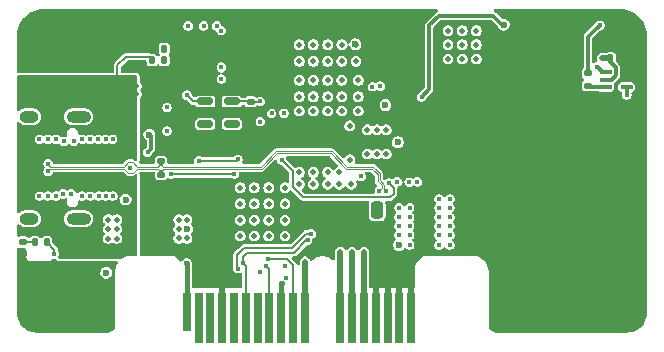
<source format=gbr>
%TF.GenerationSoftware,KiCad,Pcbnew,9.0.7*%
%TF.CreationDate,2026-02-27T18:20:13+01:00*%
%TF.ProjectId,PDNode-PDCard-4242,50444e6f-6465-42d5-9044-436172642d34,rev?*%
%TF.SameCoordinates,Original*%
%TF.FileFunction,Copper,L6,Bot*%
%TF.FilePolarity,Positive*%
%FSLAX46Y46*%
G04 Gerber Fmt 4.6, Leading zero omitted, Abs format (unit mm)*
G04 Created by KiCad (PCBNEW 9.0.7) date 2026-02-27 18:20:13*
%MOMM*%
%LPD*%
G01*
G04 APERTURE LIST*
G04 Aperture macros list*
%AMRoundRect*
0 Rectangle with rounded corners*
0 $1 Rounding radius*
0 $2 $3 $4 $5 $6 $7 $8 $9 X,Y pos of 4 corners*
0 Add a 4 corners polygon primitive as box body*
4,1,4,$2,$3,$4,$5,$6,$7,$8,$9,$2,$3,0*
0 Add four circle primitives for the rounded corners*
1,1,$1+$1,$2,$3*
1,1,$1+$1,$4,$5*
1,1,$1+$1,$6,$7*
1,1,$1+$1,$8,$9*
0 Add four rect primitives between the rounded corners*
20,1,$1+$1,$2,$3,$4,$5,0*
20,1,$1+$1,$4,$5,$6,$7,0*
20,1,$1+$1,$6,$7,$8,$9,0*
20,1,$1+$1,$8,$9,$2,$3,0*%
G04 Aperture macros list end*
%TA.AperFunction,ConnectorPad*%
%ADD10R,0.700000X3.200000*%
%TD*%
%TA.AperFunction,ConnectorPad*%
%ADD11R,0.700000X4.300000*%
%TD*%
%TA.AperFunction,ComponentPad*%
%ADD12C,0.700000*%
%TD*%
%TA.AperFunction,ComponentPad*%
%ADD13C,4.400000*%
%TD*%
%TA.AperFunction,HeatsinkPad*%
%ADD14O,2.100000X1.000000*%
%TD*%
%TA.AperFunction,HeatsinkPad*%
%ADD15O,1.600000X1.000000*%
%TD*%
%TA.AperFunction,SMDPad,CuDef*%
%ADD16C,0.600000*%
%TD*%
%TA.AperFunction,SMDPad,CuDef*%
%ADD17RoundRect,0.147500X0.172500X-0.147500X0.172500X0.147500X-0.172500X0.147500X-0.172500X-0.147500X0*%
%TD*%
%TA.AperFunction,SMDPad,CuDef*%
%ADD18RoundRect,0.140000X-0.170000X0.140000X-0.170000X-0.140000X0.170000X-0.140000X0.170000X0.140000X0*%
%TD*%
%TA.AperFunction,SMDPad,CuDef*%
%ADD19RoundRect,0.135000X-0.135000X-0.185000X0.135000X-0.185000X0.135000X0.185000X-0.135000X0.185000X0*%
%TD*%
%TA.AperFunction,SMDPad,CuDef*%
%ADD20RoundRect,0.250000X0.250000X0.475000X-0.250000X0.475000X-0.250000X-0.475000X0.250000X-0.475000X0*%
%TD*%
%TA.AperFunction,SMDPad,CuDef*%
%ADD21RoundRect,0.140000X0.170000X-0.140000X0.170000X0.140000X-0.170000X0.140000X-0.170000X-0.140000X0*%
%TD*%
%TA.AperFunction,SMDPad,CuDef*%
%ADD22RoundRect,0.140000X-0.140000X-0.170000X0.140000X-0.170000X0.140000X0.170000X-0.140000X0.170000X0*%
%TD*%
%TA.AperFunction,SMDPad,CuDef*%
%ADD23RoundRect,0.150000X-0.512500X-0.150000X0.512500X-0.150000X0.512500X0.150000X-0.512500X0.150000X0*%
%TD*%
%TA.AperFunction,SMDPad,CuDef*%
%ADD24RoundRect,0.100000X0.400000X0.100000X-0.400000X0.100000X-0.400000X-0.100000X0.400000X-0.100000X0*%
%TD*%
%TA.AperFunction,SMDPad,CuDef*%
%ADD25RoundRect,0.135000X0.185000X-0.135000X0.185000X0.135000X-0.185000X0.135000X-0.185000X-0.135000X0*%
%TD*%
%TA.AperFunction,ViaPad*%
%ADD26C,0.400000*%
%TD*%
%TA.AperFunction,ViaPad*%
%ADD27C,0.500000*%
%TD*%
%TA.AperFunction,Conductor*%
%ADD28C,0.174000*%
%TD*%
%TA.AperFunction,Conductor*%
%ADD29C,0.200000*%
%TD*%
%TA.AperFunction,Conductor*%
%ADD30C,0.300000*%
%TD*%
%TA.AperFunction,Conductor*%
%ADD31C,0.500000*%
%TD*%
%TA.AperFunction,Conductor*%
%ADD32C,0.400000*%
%TD*%
%TA.AperFunction,Conductor*%
%ADD33C,0.090000*%
%TD*%
%TA.AperFunction,Conductor*%
%ADD34C,0.150000*%
%TD*%
G04 APERTURE END LIST*
D10*
%TO.P,J2,A1,A1*%
%TO.N,+5V*%
X14675000Y4000000D03*
D11*
%TO.P,J2,A2,A2*%
%TO.N,/Project Architecture/Board Connector and Supplies/SPI_MOSI*%
X15675000Y3450000D03*
%TO.P,J2,A3,A3*%
%TO.N,/Project Architecture/Board Connector and Supplies/SPI_CLK*%
X16675000Y3450000D03*
%TO.P,J2,A4,A4*%
%TO.N,GND*%
X17675000Y3450000D03*
%TO.P,J2,A5,A5*%
%TO.N,/Project Architecture/Board Connector and Supplies/PD_IRQ*%
X18675000Y3450000D03*
%TO.P,J2,A6,A6*%
%TO.N,/Project Architecture/USB-PD Source Controller/I2C_SCL*%
X19675000Y3450000D03*
%TO.P,J2,A7,A7*%
%TO.N,/Project Architecture/Board Connector and Supplies/PMIC_EN*%
X20675000Y3450000D03*
%TO.P,J2,A8,A8*%
%TO.N,/Project Architecture/USB-PD Source Controller/PD_ENABLE*%
X21675000Y3450000D03*
%TO.P,J2,A9,A9*%
%TO.N,+5V*%
X22675000Y3450000D03*
%TO.P,J2,A10,A10*%
%TO.N,/Project Architecture/USB-PD Source Controller/PD_ATTACH*%
X23675000Y3450000D03*
%TO.P,J2,A11,A11*%
%TO.N,+24V*%
X24675000Y3450000D03*
%TO.P,J2,A12,A12*%
X27675000Y3450000D03*
%TO.P,J2,A13,A13*%
X28675000Y3450000D03*
%TO.P,J2,A14,A14*%
X29675000Y3450000D03*
%TO.P,J2,A15,A15*%
%TO.N,GND*%
X30675000Y3450000D03*
%TO.P,J2,A16,A16*%
X31675000Y3450000D03*
%TO.P,J2,A17,A17*%
X32675000Y3450000D03*
%TO.P,J2,A18,A18*%
X33675000Y3450000D03*
%TD*%
D12*
%TO.P,H1,1,1*%
%TO.N,GND*%
X1275000Y4950000D03*
X1758274Y6116726D03*
X1758274Y3783274D03*
X2925000Y6600000D03*
D13*
X2925000Y4950000D03*
D12*
X2925000Y3300000D03*
X4091726Y6116726D03*
X4091726Y3783274D03*
X4575000Y4950000D03*
%TD*%
%TO.P,H2,1,1*%
%TO.N,GND*%
X1275000Y26950000D03*
X1758274Y28116726D03*
X1758274Y25783274D03*
X2925000Y28600000D03*
D13*
X2925000Y26950000D03*
D12*
X2925000Y25300000D03*
X4091726Y28116726D03*
X4091726Y25783274D03*
X4575000Y26950000D03*
%TD*%
D14*
%TO.P,J1,S1,SHIELD*%
%TO.N,SHIELD*%
X5510000Y20520000D03*
D15*
X1330000Y20520000D03*
D14*
X5510000Y11880000D03*
D15*
X1330000Y11880000D03*
%TD*%
D16*
%TO.P,PDOUT1,1*%
%TO.N,/Project Architecture/USB-PD Source Controller/PD_OUT*%
X14700000Y11000000D03*
%TD*%
%TO.P,CC1,1*%
%TO.N,/Project Architecture/USB-PD Source Controller/CC1*%
X11500000Y19000000D03*
%TD*%
D17*
%TO.P,D1,1*%
%TO.N,GND*%
X800000Y8930000D03*
%TO.P,D1,2*%
%TO.N,Net-(D1-Pad2)*%
X800000Y9900000D03*
%TD*%
D18*
%TO.P,C31,1*%
%TO.N,+3.3V*%
X20100000Y21780000D03*
%TO.P,C31,2*%
%TO.N,GND*%
X20100000Y20820000D03*
%TD*%
D16*
%TO.P,VMON1,1*%
%TO.N,/Project Architecture/Board Connector and Supplies/VBUS_VMON_PORT0*%
X7850000Y7300000D03*
%TD*%
%TO.P,CC2,1*%
%TO.N,/Project Architecture/USB-PD Source Controller/CC2*%
X9500000Y13500000D03*
%TD*%
D19*
%TO.P,R49,1*%
%TO.N,Net-(D1-Pad2)*%
X1790000Y9900000D03*
%TO.P,R49,2*%
%TO.N,/Project Architecture/Board Connector and Supplies/PORT_EN*%
X2810000Y9900000D03*
%TD*%
D16*
%TO.P,V24,1*%
%TO.N,+24V*%
X32650000Y9650000D03*
%TD*%
D20*
%TO.P,C6,1*%
%TO.N,+24V*%
X30800000Y12600000D03*
%TO.P,C6,2*%
%TO.N,GND*%
X28900000Y12600000D03*
%TD*%
D16*
%TO.P,VDRV1,1*%
%TO.N,/Project Architecture/USB-PD Source Controller/VDRV*%
X41500000Y28300000D03*
%TD*%
%TO.P,PDEN1,1*%
%TO.N,/Project Architecture/USB-PD Source Controller/PD_ENABLE*%
X32550000Y18350000D03*
%TD*%
D21*
%TO.P,C35,1*%
%TO.N,/Project Architecture/USB-PD Source Controller/USB_D-*%
X12500000Y16740000D03*
%TO.P,C35,2*%
%TO.N,GND*%
X12500000Y17700000D03*
%TD*%
D16*
%TO.P,PDAT1,1*%
%TO.N,/Project Architecture/USB-PD Source Controller/PD_ATTACH*%
X31500000Y21500000D03*
%TD*%
D19*
%TO.P,R3,1*%
%TO.N,GND*%
X11740000Y26250000D03*
%TO.P,R3,2*%
%TO.N,/Project Architecture/USB-PD Source Controller/ISEN-*%
X12760000Y26250000D03*
%TD*%
D22*
%TO.P,C25,1*%
%TO.N,+3.3V*%
X50550000Y25459999D03*
%TO.P,C25,2*%
%TO.N,GND*%
X51510000Y25459999D03*
%TD*%
D18*
%TO.P,C34,1*%
%TO.N,/Project Architecture/USB-PD Source Controller/USB_D+*%
X12500000Y15600000D03*
%TO.P,C34,2*%
%TO.N,GND*%
X12500000Y14640000D03*
%TD*%
D23*
%TO.P,IC20,1,SCL*%
%TO.N,/Project Architecture/USB-PD Source Controller/I2C_SCL*%
X16225000Y19900000D03*
%TO.P,IC20,2,V_{SS}*%
%TO.N,GND*%
X16225000Y20850000D03*
%TO.P,IC20,3,SDA*%
%TO.N,/Project Architecture/USB-PD Source Controller/I2C_SDA*%
X16225000Y21800000D03*
%TO.P,IC20,4,V_{CC}*%
%TO.N,+3.3V*%
X18500000Y21800000D03*
%TO.P,IC20,5,NC*%
%TO.N,unconnected-(IC20-NC-Pad5)*%
X18500000Y19900000D03*
%TD*%
D16*
%TO.P,V24F1,1*%
%TO.N,+24V_FILTERED*%
X28950000Y26650000D03*
%TD*%
D24*
%TO.P,IC5,1,IN1*%
%TO.N,GND*%
X51917500Y24309999D03*
%TO.P,IC5,2,GND*%
X51917500Y23659999D03*
%TO.P,IC5,3,IN0*%
%TO.N,/Project Architecture/USB-PD Source Controller/PD_ENABLE*%
X51917500Y23009999D03*
%TO.P,IC5,4,Y*%
%TO.N,Net-(IC5-Y)*%
X50142500Y23009999D03*
%TO.P,IC5,5,VCC*%
%TO.N,+3.3V*%
X50142500Y23659999D03*
%TO.P,IC5,6,IN2*%
%TO.N,/Project Architecture/Board Connector and Supplies/PORT_EN*%
X50142500Y24309999D03*
%TD*%
D19*
%TO.P,R4,1*%
%TO.N,GND_USB*%
X11740000Y25300000D03*
%TO.P,R4,2*%
%TO.N,/Project Architecture/USB-PD Source Controller/ISEN+*%
X12760000Y25300000D03*
%TD*%
D25*
%TO.P,R41,1*%
%TO.N,Net-(IC5-Y)*%
X48630000Y23149999D03*
%TO.P,R41,2*%
%TO.N,Net-(D2-Pad2)*%
X48630000Y24169999D03*
%TD*%
D26*
%TO.N,GND*%
X11700000Y15600000D03*
X11700000Y16800000D03*
X11800000Y9950000D03*
X37500000Y15300000D03*
X36000000Y22100000D03*
%TO.N,/Project Architecture/USB-PD Source Controller/I2C_SDA*%
X15700000Y21800000D03*
%TO.N,GND*%
X14800000Y13700000D03*
D27*
%TO.N,+24V_FILTERED*%
X25400000Y21000000D03*
D26*
X36939330Y13545640D03*
X36939330Y9645640D03*
X36039330Y10495640D03*
D27*
X27800000Y22200000D03*
X25400000Y23600000D03*
X24200000Y25200000D03*
X36800000Y27800000D03*
D26*
X36039330Y11245640D03*
D27*
X27800000Y25200000D03*
X38000000Y26600000D03*
D26*
X36939330Y11245640D03*
D27*
X24200000Y23600000D03*
X26600000Y21000000D03*
X36800000Y25400000D03*
X29200000Y22200000D03*
X29000000Y26600000D03*
X27800000Y26600000D03*
D26*
X36039330Y9645640D03*
D27*
X29975000Y19400000D03*
D26*
X36939330Y12795640D03*
D27*
X30775000Y19400000D03*
X31575000Y19400000D03*
X25400000Y26600000D03*
X25400000Y25200000D03*
D26*
X36039330Y13545640D03*
X36939330Y11995640D03*
D27*
X38000000Y25400000D03*
X24200000Y21000000D03*
X24200000Y26600000D03*
X29200000Y23600000D03*
X39200000Y27800000D03*
X26600000Y25200000D03*
X38000000Y27800000D03*
D26*
X36039330Y12795640D03*
D27*
X25400000Y22200000D03*
X39200000Y25400000D03*
X29000000Y25200000D03*
X26600000Y22200000D03*
X24200000Y22200000D03*
X26600000Y23600000D03*
X27800000Y23600000D03*
X29200000Y21000000D03*
X39200000Y26600000D03*
X27800000Y21000000D03*
X26600000Y26600000D03*
D26*
X36939330Y10495640D03*
D27*
X36800000Y26600000D03*
D26*
X36039330Y11995640D03*
D27*
X28474507Y19736811D03*
D26*
%TO.N,GND*%
X19600000Y25500000D03*
X18900000Y29000000D03*
D27*
X26500000Y16900000D03*
D26*
X20400000Y24800000D03*
X7800000Y4500000D03*
X27300000Y12900000D03*
D27*
X10400000Y29100000D03*
D26*
X30671455Y6401869D03*
D27*
X7200000Y28400000D03*
D26*
X34000000Y21750000D03*
X16000000Y6600000D03*
X9900000Y16200000D03*
X12500000Y18300000D03*
X27300000Y12200000D03*
D27*
X7200000Y29100000D03*
X8800000Y29100000D03*
D26*
X20900000Y20800000D03*
X13500000Y24200000D03*
X27300000Y11500000D03*
D27*
X27798351Y17464383D03*
D26*
X31671455Y6401869D03*
X33050000Y23900000D03*
D27*
X25300000Y16900000D03*
D26*
X52300000Y28350000D03*
X11000000Y14100000D03*
D27*
X10400000Y28400000D03*
D26*
X25800000Y12200000D03*
X29200000Y12900000D03*
X20400000Y25500000D03*
X21100000Y24800000D03*
X32050000Y23900000D03*
X12000000Y14000000D03*
X13200000Y29000000D03*
X52830000Y23659999D03*
X19600000Y24100000D03*
D27*
X29975000Y18100000D03*
D26*
X29200000Y12200000D03*
X32671455Y6401869D03*
X34100000Y23900000D03*
D27*
X8000000Y28400000D03*
X25398351Y18332062D03*
D26*
X33671455Y7751869D03*
D27*
X32400000Y16975000D03*
D26*
X52230000Y25459999D03*
D27*
X31575000Y18600000D03*
X29000000Y18600000D03*
X25300000Y19800000D03*
D26*
X21000000Y19200000D03*
X20400000Y24100000D03*
D27*
X30775000Y18600000D03*
D26*
X28500000Y12900000D03*
X17675000Y6600000D03*
X14300000Y26600000D03*
X31671455Y7051869D03*
D27*
X31575000Y18100000D03*
D26*
X21100000Y24100000D03*
D27*
X9600000Y29100000D03*
D26*
X26600000Y12200000D03*
D27*
X27798351Y18332062D03*
D26*
X33671455Y6401869D03*
X19600000Y24800000D03*
X15800000Y20800000D03*
D27*
X26598351Y18332062D03*
D26*
X800000Y8200000D03*
X32671455Y7751869D03*
D27*
X9600000Y28400000D03*
X8000000Y29100000D03*
D26*
X26600000Y11500000D03*
X25800000Y11500000D03*
X28500000Y12200000D03*
X52830000Y24359999D03*
X16850000Y7400000D03*
D27*
X24198351Y18332062D03*
D26*
X30671455Y7051869D03*
X21100000Y25500000D03*
D27*
X26500000Y19800000D03*
D26*
X30671455Y7751869D03*
X13000000Y20300000D03*
X16850000Y6600000D03*
X7000000Y5300000D03*
X31671455Y7751869D03*
D27*
X24100000Y19800000D03*
X24100000Y16900000D03*
X30775000Y18100000D03*
X29975000Y18600000D03*
X32400000Y19675000D03*
D26*
X16000000Y7350000D03*
X13627977Y17111882D03*
D27*
X8800000Y28400000D03*
D26*
X11100000Y18300000D03*
X32671455Y7051869D03*
D27*
X27800000Y19200000D03*
D26*
X26600000Y12900000D03*
X25800000Y12900000D03*
X33671455Y7051869D03*
D27*
%TO.N,/Project Architecture/USB-PD Source Controller/PD_OUT*%
X23000000Y14500000D03*
X21600000Y14500000D03*
X28484363Y16874240D03*
X14000000Y10200000D03*
X20400000Y10400000D03*
X26600000Y14800000D03*
X31575000Y17350000D03*
X14000000Y11800000D03*
X23000000Y11750000D03*
X23000000Y10400000D03*
X21600000Y10400000D03*
X27600000Y15800000D03*
X25400000Y14800000D03*
X26600000Y15800000D03*
X24200000Y15800000D03*
X28600000Y14800000D03*
X30775000Y17350000D03*
X19200000Y10400000D03*
X20400000Y11750000D03*
X27600000Y14800000D03*
X14700000Y11000000D03*
X29975000Y17350000D03*
X19200000Y13150000D03*
X20400000Y13150000D03*
X14000000Y11000000D03*
X25400000Y15800000D03*
X21600000Y13150000D03*
X21600000Y11750000D03*
X19200000Y11750000D03*
X14700000Y10200000D03*
X23000000Y13150000D03*
X20400000Y14500000D03*
X24200000Y14800000D03*
X19200000Y14500000D03*
X14700000Y11800000D03*
D26*
%TO.N,/Project Architecture/USB-PD Source Controller/VDRV*%
X41500000Y28300000D03*
X34550000Y22200000D03*
%TO.N,+5V*%
X16100000Y28200000D03*
X17600000Y27800000D03*
X14800000Y28200000D03*
X23050000Y6850000D03*
X32508538Y14997753D03*
X17200000Y28200000D03*
X22700000Y6450000D03*
X14650000Y8150000D03*
%TO.N,+3.3V*%
X17600000Y23700000D03*
X49830000Y25459999D03*
X20900000Y20100000D03*
X20900000Y21800000D03*
X13000000Y19300000D03*
X13000000Y21300000D03*
X17600000Y24700000D03*
%TO.N,/Project Architecture/USB-PD Source Controller/PD_CC2*%
X13350000Y15664999D03*
X29450000Y15450000D03*
X18700000Y15664999D03*
%TO.N,/Project Architecture/USB-PD Source Controller/USB_D+*%
X12478531Y15865507D03*
X2944460Y15875000D03*
X30973574Y14199000D03*
%TO.N,/Project Architecture/USB-PD Source Controller/USB_D-*%
X2935106Y16523537D03*
X12475000Y16500000D03*
X31575000Y14200000D03*
%TO.N,/Project Architecture/USB-PD Source Controller/PD_CC1*%
X31808751Y14900000D03*
X22700000Y16850000D03*
X15700000Y16800000D03*
X19000000Y16900000D03*
%TO.N,/Project Architecture/USB-PD Source Controller/I2C_SDA*%
X25200000Y10600000D03*
X33521446Y14971446D03*
X19000000Y7650000D03*
X14681389Y22342319D03*
%TO.N,/Project Architecture/USB-PD Source Controller/PD_ENABLE*%
X21350000Y7900000D03*
X51930000Y22359999D03*
X32503707Y18333632D03*
X21859898Y20782909D03*
%TO.N,/Project Architecture/USB-PD Source Controller/PD_ATTACH*%
X31500000Y21500000D03*
X22900000Y20800000D03*
X21550000Y8500000D03*
D27*
%TO.N,GND_USB*%
X10400000Y22400000D03*
X8800000Y22400000D03*
D26*
X4300000Y13000000D03*
X2200000Y19400000D03*
D27*
X5200000Y23200000D03*
X8000000Y23100000D03*
D26*
X3600000Y19400000D03*
X7200000Y13000000D03*
D27*
X7200000Y23100000D03*
X4400000Y23200000D03*
X10400000Y23100000D03*
D26*
X5800000Y19400000D03*
X6500000Y13000000D03*
X5800000Y13000000D03*
D27*
X8000000Y22400000D03*
D26*
X2900000Y19400000D03*
D27*
X5200000Y22500000D03*
X7200000Y22400000D03*
D26*
X2900000Y13000000D03*
X6000000Y10000000D03*
X6000000Y8950000D03*
D27*
X9600000Y22400000D03*
D26*
X6500000Y19400000D03*
X7200000Y19400000D03*
X3600000Y13000000D03*
D27*
X4400000Y22500000D03*
D26*
X4300000Y19400000D03*
D27*
X8800000Y23100000D03*
X9600000Y23100000D03*
D26*
%TO.N,/Project Architecture/USB-PD Source Controller/VBUS*%
X4900000Y13986000D03*
X5811719Y13797973D03*
X2900000Y13797973D03*
D27*
X8746957Y10198351D03*
D26*
X8400000Y18600000D03*
X6500000Y18600000D03*
X2900000Y18600000D03*
X5800000Y18600000D03*
X8411719Y13797973D03*
D27*
X8746957Y11798351D03*
D26*
X7811719Y13797973D03*
X7200000Y18600000D03*
X3600000Y13797973D03*
X2200000Y13797973D03*
X4199746Y13986000D03*
X4276308Y18414000D03*
D27*
X8046957Y10998351D03*
X8046957Y10198351D03*
D26*
X3600000Y18600000D03*
D27*
X8746957Y10998351D03*
X8046957Y11798351D03*
D26*
X6511719Y13797973D03*
X5100000Y18414000D03*
X7211719Y13797973D03*
X2200000Y18600000D03*
X7800000Y18600000D03*
%TO.N,/Project Architecture/USB-PD Source Controller/CC1*%
X11359586Y17494265D03*
%TO.N,/Project Architecture/USB-PD Source Controller/CC2*%
X9500000Y13500000D03*
%TO.N,/Project Architecture/Board Connector and Supplies/VBUS_VMON_PORT0*%
X22950000Y7850000D03*
X7800000Y7290000D03*
%TO.N,Net-(D2-Pad2)*%
X49650000Y28250000D03*
%TO.N,+24V*%
X28677175Y7599997D03*
X33550000Y10500000D03*
X28675703Y9030818D03*
X32650000Y10500000D03*
X29674231Y9036639D03*
X30800000Y12950000D03*
X33550000Y9650000D03*
X27674297Y8269182D03*
X28675000Y8275000D03*
X27675769Y6838361D03*
X33550000Y12800000D03*
X32650000Y11250000D03*
X27676472Y7594179D03*
X32650000Y12800000D03*
X32650000Y9650000D03*
X24675000Y7550000D03*
X29675703Y7605818D03*
X27675000Y9025000D03*
X30800000Y12250000D03*
X28676472Y6844179D03*
X24675000Y8225000D03*
X29673528Y8280821D03*
X24675000Y6850000D03*
X29675000Y6850000D03*
X33550000Y12000000D03*
X32650000Y12000000D03*
X33550000Y11250000D03*
%TO.N,/Project Architecture/Board Connector and Supplies/PORT_EN*%
X3450000Y8900000D03*
X49430000Y24759999D03*
X20850000Y7350000D03*
%TO.N,/Project Architecture/USB-PD Source Controller/ISEN+*%
X12750000Y25250000D03*
X30400000Y23050000D03*
%TO.N,/Project Architecture/USB-PD Source Controller/ISEN-*%
X12750000Y26250000D03*
X31050000Y23100000D03*
%TO.N,/Project Architecture/USB-PD Source Controller/I2C_SCL*%
X24900000Y10037639D03*
X34200000Y15000000D03*
X19400000Y8150000D03*
X16262500Y19875000D03*
%TD*%
D28*
%TO.N,GND*%
X12500000Y14500000D02*
X12000000Y14000000D01*
X12500000Y14640000D02*
X12500000Y14500000D01*
D29*
X8800000Y26700000D02*
X8800000Y28400000D01*
D30*
X51917500Y23659999D02*
X52830000Y23659999D01*
D29*
X11740000Y26250000D02*
X11440000Y25950000D01*
D30*
X52780000Y24309999D02*
X52830000Y24359999D01*
D31*
X31675000Y7748324D02*
X31671455Y7751869D01*
D30*
X51917500Y24309999D02*
X52780000Y24309999D01*
D29*
X11440000Y25950000D02*
X9550000Y25950000D01*
D31*
X32675000Y6100000D02*
X32675000Y7748324D01*
D29*
X20100000Y20820000D02*
X20880000Y20820000D01*
D31*
X31675000Y5900000D02*
X31675000Y6575000D01*
X30675000Y3450000D02*
X30675000Y6100000D01*
D29*
X16225000Y20850000D02*
X15850000Y20850000D01*
D31*
X33675000Y7748324D02*
X33671455Y7751869D01*
D32*
X16850000Y7400000D02*
X16850000Y6600000D01*
D31*
X30675000Y7748324D02*
X30671455Y7751869D01*
X33675000Y6150000D02*
X33675000Y7748324D01*
D29*
X15850000Y20850000D02*
X15800000Y20800000D01*
D31*
X31675000Y5900000D02*
X31675000Y7748324D01*
X31675000Y3450000D02*
X31675000Y5900000D01*
X30675000Y6100000D02*
X30675000Y7748324D01*
D28*
X12500000Y17700000D02*
X12500000Y18300000D01*
D31*
X33675000Y3450000D02*
X33675000Y6150000D01*
X51510000Y25459999D02*
X52230000Y25459999D01*
X30675000Y6100000D02*
X30675000Y6575000D01*
X33675000Y6150000D02*
X33675000Y6575000D01*
D29*
X800000Y8930000D02*
X800000Y8200000D01*
D30*
X51917500Y23659999D02*
X51917500Y24309999D01*
D31*
X17675000Y6600000D02*
X17675000Y3450000D01*
D29*
X20880000Y20820000D02*
X20900000Y20800000D01*
D31*
X32675000Y3450000D02*
X32675000Y6100000D01*
X17675000Y6600000D02*
X16000000Y6600000D01*
X16000000Y6600000D02*
X16000000Y7350000D01*
D29*
X9550000Y25950000D02*
X8800000Y26700000D01*
D31*
X32675000Y6100000D02*
X32675000Y6575000D01*
X32675000Y7748324D02*
X32671455Y7751869D01*
D30*
%TO.N,/Project Architecture/USB-PD Source Controller/VDRV*%
X35200000Y28250000D02*
X35200000Y22850000D01*
X35200000Y22850000D02*
X34550000Y22200000D01*
X40615902Y29050000D02*
X36000000Y29050000D01*
X36000000Y29050000D02*
X35200000Y28250000D01*
X41500000Y28300000D02*
X41365902Y28300000D01*
X41365902Y28300000D02*
X40615902Y29050000D01*
D32*
%TO.N,+5V*%
X22675000Y6425000D02*
X22700000Y6450000D01*
X14675000Y8125000D02*
X14650000Y8150000D01*
X22675000Y3450000D02*
X22675000Y6425000D01*
X14675000Y4000000D02*
X14675000Y8125000D01*
D29*
%TO.N,+3.3V*%
X20880000Y21780000D02*
X20900000Y21800000D01*
D30*
X50550000Y25150000D02*
X50550000Y25459999D01*
X50142500Y23659999D02*
X50642499Y23659999D01*
D31*
X50550000Y25459999D02*
X49830000Y25459999D01*
D29*
X18500000Y21800000D02*
X20080000Y21800000D01*
X20100000Y21780000D02*
X20880000Y21780000D01*
D30*
X50993500Y24011000D02*
X50993500Y24706500D01*
D29*
X20080000Y21800000D02*
X20100000Y21780000D01*
D30*
X50993500Y24706500D02*
X50550000Y25150000D01*
X50642499Y23659999D02*
X50993500Y24011000D01*
D29*
%TO.N,/Project Architecture/USB-PD Source Controller/PD_CC2*%
X13350000Y15664999D02*
X18700000Y15664999D01*
D33*
%TO.N,/Project Architecture/USB-PD Source Controller/USB_D+*%
X31072750Y14320988D02*
X31183749Y14431987D01*
X10084740Y15754000D02*
X9715260Y15754000D01*
X30973574Y14199000D02*
X30973575Y14198999D01*
X2944460Y15955000D02*
X2944460Y15875000D01*
X12315260Y15999000D02*
X12204260Y16110000D01*
X3099460Y16110000D02*
X2944460Y15955000D01*
X21037279Y16109999D02*
X22337280Y17410000D01*
X22337280Y17410000D02*
X26862720Y17410000D01*
X31183749Y14688971D02*
X30834476Y15038244D01*
X12478531Y15933531D02*
X12544000Y15999000D01*
X9715260Y15754000D02*
X9359260Y16110000D01*
X31027749Y14198999D02*
X31072750Y14244000D01*
X10440740Y16110000D02*
X10084740Y15754000D01*
X30736360Y15736360D02*
X30834476Y15638244D01*
X30362720Y16110000D02*
X30834476Y15638244D01*
X12709999Y16109999D02*
X21037279Y16109999D01*
X31072750Y14244000D02*
X31072750Y14320988D01*
X31183749Y14431987D02*
X31183749Y14688971D01*
X12204260Y16110000D02*
X10440740Y16110000D01*
X12478531Y15976469D02*
X12456000Y15999000D01*
X12544000Y15999000D02*
X12599000Y15999000D01*
X12478531Y15865507D02*
X12478531Y15933531D01*
X12599000Y15999000D02*
X12709999Y16109999D01*
X30973575Y14198999D02*
X31027749Y14198999D01*
X9359260Y16110000D02*
X3099460Y16110000D01*
X26862720Y17410000D02*
X28162720Y16110000D01*
X12478531Y15865507D02*
X12478531Y15976469D01*
X30834476Y15038244D02*
X30834476Y15638244D01*
X28162720Y16110000D02*
X30362720Y16110000D01*
X12456000Y15999000D02*
X12315260Y15999000D01*
%TO.N,/Project Architecture/USB-PD Source Controller/USB_D-*%
X31518750Y14200000D02*
X31474750Y14244000D01*
X31575000Y14200000D02*
X31518750Y14200000D01*
X31474750Y14244000D02*
X31474750Y14305373D01*
X12315260Y16401000D02*
X12204260Y16290000D01*
X12475000Y16500000D02*
X12475000Y16470000D01*
X12654999Y16290001D02*
X20962721Y16290001D01*
X3135000Y16290000D02*
X3024000Y16401000D01*
X3024000Y16401000D02*
X2988460Y16401000D01*
X12204260Y16290000D02*
X10440740Y16290000D01*
X30437280Y16290000D02*
X31014476Y15712804D01*
X2988460Y16401000D02*
X2935106Y16454354D01*
X28237280Y16290000D02*
X30437280Y16290000D01*
X20962721Y16290001D02*
X22262720Y17590000D01*
X30863640Y15863640D02*
X31014476Y15712804D01*
X26937280Y17590000D02*
X28237280Y16290000D01*
X10440740Y16290000D02*
X10084740Y16646000D01*
X12475000Y16470000D02*
X12654999Y16290001D01*
X31363751Y14763529D02*
X31014476Y15112804D01*
X12475000Y16500000D02*
X12475000Y16420000D01*
X31014476Y15112804D02*
X31014476Y15712804D01*
X10084740Y16646000D02*
X9715260Y16646000D01*
X12475000Y16420000D02*
X12456000Y16401000D01*
X9359260Y16290000D02*
X3135000Y16290000D01*
X12456000Y16401000D02*
X12315260Y16401000D01*
X22262720Y17590000D02*
X26937280Y17590000D01*
X2935106Y16454354D02*
X2935106Y16523537D01*
X9715260Y16646000D02*
X9359260Y16290000D01*
X31474750Y14305373D02*
X31363751Y14416372D01*
X31363751Y14416372D02*
X31363751Y14763529D01*
D29*
%TO.N,/Project Architecture/USB-PD Source Controller/PD_CC1*%
X32200000Y14508751D02*
X32200000Y13975000D01*
X15700000Y16800000D02*
X18900000Y16800000D01*
X18900000Y16800000D02*
X19000000Y16900000D01*
X32200000Y13975000D02*
X31924000Y13699000D01*
X31808751Y14900000D02*
X32200000Y14508751D01*
X24521768Y13699000D02*
X23649000Y14571768D01*
X31924000Y13699000D02*
X24521768Y13699000D01*
X23649000Y14571768D02*
X23649000Y15901000D01*
X23649000Y15901000D02*
X22700000Y16850000D01*
%TO.N,/Project Architecture/USB-PD Source Controller/I2C_SDA*%
X19500000Y9400000D02*
X18899000Y8799000D01*
X23550000Y9400000D02*
X19500000Y9400000D01*
X25200000Y10600000D02*
X24750000Y10600000D01*
X18899000Y7751000D02*
X19000000Y7650000D01*
X15223708Y21800000D02*
X14681389Y22342319D01*
X16225000Y21800000D02*
X15223708Y21800000D01*
X24750000Y10600000D02*
X23550000Y9400000D01*
X18899000Y8799000D02*
X18899000Y7751000D01*
%TO.N,/Project Architecture/USB-PD Source Controller/PD_ENABLE*%
X21675000Y3450000D02*
X21675000Y7575000D01*
D30*
X51917500Y22372499D02*
X51930000Y22359999D01*
D29*
X21675000Y7575000D02*
X21350000Y7900000D01*
D30*
X51917500Y23009999D02*
X51917500Y22372499D01*
D29*
%TO.N,/Project Architecture/USB-PD Source Controller/PD_ATTACH*%
X23675000Y7975000D02*
X23675000Y3450000D01*
X23150000Y8500000D02*
X23675000Y7975000D01*
X21550000Y8500000D02*
X23150000Y8500000D01*
%TO.N,GND_USB*%
X8800000Y24850000D02*
X8800000Y23100000D01*
X11740000Y25300000D02*
X11440000Y25600000D01*
X9550000Y25600000D02*
X8800000Y24850000D01*
X11440000Y25600000D02*
X9550000Y25600000D01*
D30*
%TO.N,/Project Architecture/USB-PD Source Controller/CC1*%
X11651000Y18849000D02*
X11651000Y17785679D01*
X11500000Y19000000D02*
X11651000Y18849000D01*
X11651000Y17785679D02*
X11359586Y17494265D01*
%TO.N,Net-(IC5-Y)*%
X48770000Y23009999D02*
X48630000Y23149999D01*
X50142500Y23009999D02*
X48770000Y23009999D01*
%TO.N,Net-(D2-Pad2)*%
X49430000Y28059999D02*
X49459999Y28059999D01*
X49459999Y28059999D02*
X49650000Y28250000D01*
X48630000Y24169999D02*
X48630000Y27259999D01*
X48630000Y27259999D02*
X49430000Y28059999D01*
D31*
%TO.N,+24V*%
X27675000Y3450000D02*
X27675000Y9025000D01*
X29675000Y9035870D02*
X29674231Y9036639D01*
X29675000Y3450000D02*
X29675000Y9035870D01*
X28675000Y3450000D02*
X28675000Y9030115D01*
X24675000Y8225000D02*
X24675000Y3450000D01*
X28675000Y9030115D02*
X28675703Y9030818D01*
D29*
%TO.N,/Project Architecture/Board Connector and Supplies/PORT_EN*%
X3450000Y9250000D02*
X3450000Y8900000D01*
D30*
X50142500Y24309999D02*
X49880000Y24309999D01*
D29*
X2810000Y9890000D02*
X3450000Y9250000D01*
D30*
X49880000Y24309999D02*
X49430000Y24759999D01*
D29*
X2810000Y9900000D02*
X2810000Y9890000D01*
%TO.N,Net-(D1-Pad2)*%
X800000Y9900000D02*
X1790000Y9900000D01*
D34*
%TO.N,/Project Architecture/USB-PD Source Controller/ISEN+*%
X12760000Y25260000D02*
X12750000Y25250000D01*
X12760000Y25300000D02*
X12760000Y25260000D01*
%TO.N,/Project Architecture/USB-PD Source Controller/ISEN-*%
X12760000Y26250000D02*
X12750000Y26250000D01*
D29*
%TO.N,/Project Architecture/USB-PD Source Controller/I2C_SCL*%
X23750000Y9000000D02*
X19750000Y9000000D01*
X19675000Y7875000D02*
X19400000Y8150000D01*
X24900000Y10037639D02*
X24787639Y10037639D01*
X19750000Y9000000D02*
X19400000Y8650000D01*
X16225000Y19900000D02*
X16237500Y19900000D01*
X24787639Y10037639D02*
X23750000Y9000000D01*
X19400000Y8650000D02*
X19400000Y8150000D01*
X16237500Y19900000D02*
X16262500Y19875000D01*
X19675000Y3450000D02*
X19675000Y7875000D01*
%TD*%
%TA.AperFunction,Conductor*%
%TO.N,GND*%
G36*
X478961Y9434195D02*
G01*
X525901Y9411247D01*
X525902Y9411247D01*
X525904Y9411246D01*
X594170Y9401300D01*
X594176Y9401300D01*
X924036Y9401300D01*
X991075Y9381615D01*
X1036830Y9328811D01*
X1041346Y9317478D01*
X1044586Y9308018D01*
X1053578Y9255356D01*
X1071806Y9198824D01*
X1105801Y9129285D01*
X1108310Y9121959D01*
X1108928Y9108024D01*
X1115000Y9081781D01*
X1115000Y8773281D01*
X1113704Y8755403D01*
X1111333Y8739130D01*
X1107139Y8720522D01*
X1101766Y8703072D01*
X1101765Y8703070D01*
X1101765Y8703067D01*
X1094646Y8611948D01*
X1094646Y8611945D01*
X1104589Y8542795D01*
X1109761Y8517789D01*
X1131011Y8477911D01*
X1153441Y8435819D01*
X1199196Y8383015D01*
X1199203Y8383008D01*
X1199211Y8382999D01*
X1217058Y8364785D01*
X1217065Y8364779D01*
X1252719Y8344836D01*
X1298122Y8319439D01*
X1365161Y8299754D01*
X1365165Y8299754D01*
X1365167Y8299753D01*
X1374668Y8298388D01*
X1423960Y8291300D01*
X1423963Y8291300D01*
X3000018Y8291300D01*
X3039495Y8295070D01*
X3039500Y8295071D01*
X3039512Y8295072D01*
X3085599Y8303955D01*
X3091157Y8305105D01*
X3175111Y8344835D01*
X3230032Y8388026D01*
X3241097Y8397881D01*
X3249091Y8405000D01*
X3249091Y8405001D01*
X3249095Y8405004D01*
X3270673Y8439607D01*
X3278149Y8446265D01*
X3282327Y8455367D01*
X3303803Y8469114D01*
X3322847Y8486074D01*
X3334308Y8488638D01*
X3341175Y8493033D01*
X3360601Y8494520D01*
X3376119Y8497991D01*
X3390641Y8497965D01*
X3396852Y8496300D01*
X3503148Y8496300D01*
X3508542Y8497746D01*
X3522282Y8497720D01*
X3548195Y8490059D01*
X3574890Y8485899D01*
X3581197Y8480303D01*
X3589285Y8477911D01*
X3606940Y8457459D01*
X3625148Y8441302D01*
X3625525Y8441560D01*
X3626566Y8440044D01*
X3627151Y8439525D01*
X3628373Y8437413D01*
X3629465Y8435823D01*
X3629467Y8435821D01*
X3629468Y8435819D01*
X3675223Y8383015D01*
X3675230Y8383008D01*
X3675238Y8382999D01*
X3693085Y8364785D01*
X3693092Y8364779D01*
X3728746Y8344836D01*
X3774149Y8319439D01*
X3841188Y8299754D01*
X3841192Y8299754D01*
X3841194Y8299753D01*
X3850695Y8298388D01*
X3899987Y8291300D01*
X8707801Y8291300D01*
X8774840Y8271615D01*
X8820595Y8218811D01*
X8830539Y8149653D01*
X8815470Y8108014D01*
X8816226Y8107627D01*
X8814000Y8103278D01*
X8813999Y8103275D01*
X8795605Y8067320D01*
X8720445Y7920405D01*
X8656760Y7725108D01*
X8624525Y7522250D01*
X8624523Y7522233D01*
X8624510Y7466980D01*
X8624500Y7466808D01*
X8624500Y2931093D01*
X8623903Y2918939D01*
X8623903Y2918938D01*
X8612256Y2800689D01*
X8607514Y2776849D01*
X8574798Y2668998D01*
X8565495Y2646539D01*
X8512370Y2547151D01*
X8498866Y2526941D01*
X8427369Y2439821D01*
X8410179Y2422631D01*
X8323059Y2351134D01*
X8302849Y2337630D01*
X8203461Y2284505D01*
X8181002Y2275202D01*
X8073151Y2242486D01*
X8049311Y2237744D01*
X7962215Y2229166D01*
X7931060Y2226097D01*
X7918907Y2225500D01*
X2004428Y2225500D01*
X1995582Y2225816D01*
X1766982Y2242166D01*
X1749470Y2244684D01*
X1529862Y2292457D01*
X1512887Y2297441D01*
X1302311Y2375981D01*
X1286217Y2383331D01*
X1088963Y2491041D01*
X1074080Y2500606D01*
X894163Y2635290D01*
X880792Y2646876D01*
X721875Y2805793D01*
X710289Y2819164D01*
X575605Y2999081D01*
X566040Y3013964D01*
X458330Y3211218D01*
X450983Y3227306D01*
X372437Y3437897D01*
X367458Y3454856D01*
X319683Y3674471D01*
X317165Y3691983D01*
X300816Y3920582D01*
X300500Y3929428D01*
X300500Y7233690D01*
X7346299Y7233690D01*
X7380627Y7105578D01*
X7380628Y7105577D01*
X7446937Y6990725D01*
X7446939Y6990722D01*
X7446940Y6990721D01*
X7540721Y6896940D01*
X7655579Y6830627D01*
X7783687Y6796300D01*
X7783690Y6796300D01*
X7916310Y6796300D01*
X7916313Y6796300D01*
X8044421Y6830627D01*
X8159279Y6896940D01*
X8253060Y6990721D01*
X8319373Y7105579D01*
X8353700Y7233687D01*
X8353700Y7366313D01*
X8319373Y7494421D01*
X8259644Y7597875D01*
X8253062Y7609276D01*
X8253058Y7609281D01*
X8159280Y7703059D01*
X8159275Y7703063D01*
X8044423Y7769372D01*
X8044422Y7769373D01*
X8012394Y7777955D01*
X7916313Y7803700D01*
X7783687Y7803700D01*
X7706822Y7783104D01*
X7655577Y7769373D01*
X7655576Y7769372D01*
X7540724Y7703063D01*
X7540719Y7703059D01*
X7446941Y7609281D01*
X7446937Y7609276D01*
X7380628Y7494424D01*
X7380627Y7494423D01*
X7373490Y7467786D01*
X7346300Y7366313D01*
X7346300Y7366311D01*
X7346300Y7233690D01*
X7346299Y7233690D01*
X300500Y7233690D01*
X300500Y9322795D01*
X320185Y9389834D01*
X372989Y9435589D01*
X442147Y9445533D01*
X478961Y9434195D01*
G37*
%TD.AperFunction*%
%TA.AperFunction,Conductor*%
G36*
X35902638Y29604815D02*
G01*
X35948393Y29552011D01*
X35958337Y29482853D01*
X35929312Y29419297D01*
X35870534Y29381523D01*
X35867722Y29380734D01*
X35865895Y29380245D01*
X35863475Y29379596D01*
X35782823Y29333030D01*
X35782820Y29333028D01*
X34916972Y28467180D01*
X34916970Y28467177D01*
X34870404Y28386524D01*
X34846300Y28296565D01*
X34846300Y23047870D01*
X34826615Y22980831D01*
X34809981Y22960189D01*
X34461116Y22611325D01*
X34405532Y22579232D01*
X34394177Y22576190D01*
X34302122Y22523041D01*
X34302119Y22523039D01*
X34226961Y22447881D01*
X34226957Y22447875D01*
X34173812Y22355826D01*
X34173812Y22355825D01*
X34173811Y22355823D01*
X34146300Y22253148D01*
X34146300Y22146852D01*
X34173811Y22044177D01*
X34226959Y21952122D01*
X34302122Y21876959D01*
X34394177Y21823811D01*
X34496852Y21796300D01*
X34496854Y21796300D01*
X34603146Y21796300D01*
X34603148Y21796300D01*
X34705823Y21823811D01*
X34797878Y21876959D01*
X34873041Y21952122D01*
X34926189Y22044177D01*
X34929230Y22055528D01*
X34961323Y22111118D01*
X35483030Y22632823D01*
X35529596Y22713477D01*
X35553700Y22803435D01*
X35553700Y22896565D01*
X35553700Y24344681D01*
X48106300Y24344681D01*
X48106300Y23995318D01*
X48106301Y23995301D01*
X48112793Y23945985D01*
X48112794Y23945984D01*
X48163273Y23837732D01*
X48253325Y23747680D01*
X48286810Y23686357D01*
X48281826Y23616665D01*
X48253325Y23572318D01*
X48163273Y23482267D01*
X48112794Y23374015D01*
X48112793Y23374014D01*
X48106301Y23324698D01*
X48106300Y23324681D01*
X48106300Y22975318D01*
X48106301Y22975301D01*
X48112793Y22925985D01*
X48112794Y22925984D01*
X48141393Y22864654D01*
X48163273Y22817732D01*
X48247733Y22733272D01*
X48290184Y22713477D01*
X48355984Y22682794D01*
X48355985Y22682793D01*
X48365484Y22681543D01*
X48405312Y22676299D01*
X48632468Y22676299D01*
X48664560Y22672074D01*
X48687710Y22665872D01*
X48723435Y22656299D01*
X49539039Y22656299D01*
X49589124Y22645734D01*
X49671763Y22609245D01*
X49697155Y22606299D01*
X50587844Y22606300D01*
X50613237Y22609245D01*
X50717105Y22655107D01*
X50797392Y22735394D01*
X50843254Y22839262D01*
X50846200Y22864654D01*
X50846199Y23155343D01*
X50846199Y23155346D01*
X51213800Y23155346D01*
X51213800Y22864662D01*
X51213802Y22864639D01*
X51216745Y22839265D01*
X51216746Y22839262D01*
X51262607Y22735395D01*
X51262608Y22735394D01*
X51342895Y22655107D01*
X51446763Y22609245D01*
X51446765Y22609245D01*
X51450671Y22608182D01*
X51454498Y22605830D01*
X51455296Y22605477D01*
X51455248Y22605369D01*
X51510193Y22571592D01*
X51540484Y22508630D01*
X51537899Y22456438D01*
X51526300Y22413149D01*
X51526300Y22413147D01*
X51526300Y22306851D01*
X51553811Y22204176D01*
X51553812Y22204175D01*
X51553812Y22204174D01*
X51564019Y22186495D01*
X51606959Y22112121D01*
X51682122Y22036958D01*
X51774177Y21983810D01*
X51876852Y21956299D01*
X51876854Y21956299D01*
X51983146Y21956299D01*
X51983148Y21956299D01*
X52085823Y21983810D01*
X52177878Y22036958D01*
X52253041Y22112121D01*
X52306189Y22204176D01*
X52333700Y22306851D01*
X52333700Y22413147D01*
X52319980Y22464352D01*
X52321643Y22534200D01*
X52360806Y22592062D01*
X52389669Y22609877D01*
X52441636Y22632823D01*
X52492105Y22655107D01*
X52572392Y22735394D01*
X52618254Y22839262D01*
X52621200Y22864654D01*
X52621199Y23155343D01*
X52618254Y23180736D01*
X52572392Y23284604D01*
X52492105Y23364891D01*
X52483429Y23368722D01*
X52388238Y23410753D01*
X52362845Y23413699D01*
X51472162Y23413699D01*
X51472139Y23413697D01*
X51446765Y23410754D01*
X51446762Y23410753D01*
X51342895Y23364892D01*
X51262608Y23284605D01*
X51216746Y23180739D01*
X51216746Y23180737D01*
X51213800Y23155346D01*
X50846199Y23155346D01*
X50846199Y23155348D01*
X50843254Y23180734D01*
X50843254Y23180736D01*
X50822050Y23228758D01*
X50812979Y23298033D01*
X50842802Y23361218D01*
X50858930Y23376224D01*
X50859673Y23376968D01*
X50859676Y23376969D01*
X51276530Y23793822D01*
X51323096Y23874477D01*
X51326441Y23886964D01*
X51326444Y23886968D01*
X51326443Y23886968D01*
X51335391Y23920364D01*
X51347200Y23964435D01*
X51347200Y24753065D01*
X51323096Y24843023D01*
X51276530Y24923677D01*
X51210677Y24989530D01*
X51067258Y25132949D01*
X51033773Y25194272D01*
X51032000Y25236818D01*
X51033700Y25249727D01*
X51033700Y25670271D01*
X51027110Y25720327D01*
X50975886Y25830178D01*
X50890179Y25915885D01*
X50869952Y25925317D01*
X50780331Y25967108D01*
X50780329Y25967109D01*
X50780328Y25967109D01*
X50780325Y25967110D01*
X50780323Y25967110D01*
X50730282Y25973698D01*
X50730277Y25973699D01*
X50730272Y25973699D01*
X50369728Y25973699D01*
X50369722Y25973699D01*
X50369717Y25973698D01*
X50319676Y25967110D01*
X50319668Y25967108D01*
X50230048Y25925317D01*
X50177643Y25913699D01*
X49770269Y25913699D01*
X49654878Y25882780D01*
X49654876Y25882780D01*
X49654876Y25882779D01*
X49551422Y25823049D01*
X49551419Y25823047D01*
X49466952Y25738580D01*
X49466950Y25738577D01*
X49407219Y25635121D01*
X49376300Y25519730D01*
X49376300Y25400268D01*
X49403385Y25299183D01*
X49401723Y25229334D01*
X49362561Y25171471D01*
X49337486Y25155405D01*
X49326975Y25150336D01*
X49274177Y25136188D01*
X49182122Y25083040D01*
X49177136Y25078055D01*
X49161575Y25070548D01*
X49139181Y25066846D01*
X49118010Y25058662D01*
X49105369Y25061256D01*
X49092641Y25059151D01*
X49071801Y25068143D01*
X49049566Y25072705D01*
X49040335Y25081720D01*
X49028489Y25086831D01*
X49015818Y25105663D01*
X48999579Y25121522D01*
X48996037Y25135063D01*
X48989485Y25144801D01*
X48989134Y25161456D01*
X48983700Y25182233D01*
X48983700Y27062131D01*
X49003385Y27129170D01*
X49020015Y27149808D01*
X49594655Y27724449D01*
X49620331Y27744151D01*
X49677176Y27776969D01*
X49738883Y27838677D01*
X49794475Y27870771D01*
X49805823Y27873811D01*
X49897878Y27926959D01*
X49973041Y28002122D01*
X50026189Y28094177D01*
X50053700Y28196852D01*
X50053700Y28303148D01*
X50026189Y28405823D01*
X49973041Y28497878D01*
X49897878Y28573041D01*
X49805823Y28626189D01*
X49703148Y28653700D01*
X49596852Y28653700D01*
X49494177Y28626189D01*
X49494175Y28626188D01*
X49494174Y28626188D01*
X49402125Y28573043D01*
X49402119Y28573039D01*
X49326961Y28497881D01*
X49326957Y28497875D01*
X49269747Y28398784D01*
X49267945Y28399825D01*
X49231055Y28354052D01*
X49222348Y28348529D01*
X49212826Y28343032D01*
X49212820Y28343027D01*
X48346972Y27477179D01*
X48346970Y27477176D01*
X48300404Y27396523D01*
X48276300Y27306564D01*
X48276300Y24666655D01*
X48256615Y24599616D01*
X48239981Y24578974D01*
X48163273Y24502267D01*
X48112794Y24394015D01*
X48112793Y24394014D01*
X48106301Y24344698D01*
X48106300Y24344681D01*
X35553700Y24344681D01*
X35553700Y25459731D01*
X36346300Y25459731D01*
X36346300Y25340269D01*
X36377219Y25224878D01*
X36436950Y25121422D01*
X36521422Y25036950D01*
X36624878Y24977219D01*
X36740269Y24946300D01*
X36740271Y24946300D01*
X36859728Y24946300D01*
X36859731Y24946300D01*
X36975122Y24977219D01*
X37078578Y25036950D01*
X37163050Y25121422D01*
X37222781Y25224878D01*
X37253700Y25340269D01*
X37253700Y25459731D01*
X37546300Y25459731D01*
X37546300Y25340269D01*
X37577219Y25224878D01*
X37636950Y25121422D01*
X37721422Y25036950D01*
X37824878Y24977219D01*
X37940269Y24946300D01*
X37940271Y24946300D01*
X38059728Y24946300D01*
X38059731Y24946300D01*
X38175122Y24977219D01*
X38278578Y25036950D01*
X38363050Y25121422D01*
X38422781Y25224878D01*
X38453700Y25340269D01*
X38453700Y25459731D01*
X38746300Y25459731D01*
X38746300Y25340269D01*
X38777219Y25224878D01*
X38836950Y25121422D01*
X38921422Y25036950D01*
X39024878Y24977219D01*
X39140269Y24946300D01*
X39140271Y24946300D01*
X39259728Y24946300D01*
X39259731Y24946300D01*
X39375122Y24977219D01*
X39478578Y25036950D01*
X39563050Y25121422D01*
X39622781Y25224878D01*
X39653700Y25340269D01*
X39653700Y25459731D01*
X39622781Y25575122D01*
X39563050Y25678578D01*
X39478578Y25763050D01*
X39375122Y25822781D01*
X39259731Y25853700D01*
X39140269Y25853700D01*
X39024878Y25822781D01*
X39024876Y25822781D01*
X39024876Y25822780D01*
X38921422Y25763050D01*
X38921419Y25763048D01*
X38836952Y25678581D01*
X38836950Y25678578D01*
X38816519Y25643190D01*
X38777219Y25575122D01*
X38746300Y25459731D01*
X38453700Y25459731D01*
X38422781Y25575122D01*
X38363050Y25678578D01*
X38278578Y25763050D01*
X38175122Y25822781D01*
X38059731Y25853700D01*
X37940269Y25853700D01*
X37824878Y25822781D01*
X37824876Y25822781D01*
X37824876Y25822780D01*
X37721422Y25763050D01*
X37721419Y25763048D01*
X37636952Y25678581D01*
X37636950Y25678578D01*
X37616519Y25643190D01*
X37577219Y25575122D01*
X37546300Y25459731D01*
X37253700Y25459731D01*
X37222781Y25575122D01*
X37163050Y25678578D01*
X37078578Y25763050D01*
X36975122Y25822781D01*
X36859731Y25853700D01*
X36740269Y25853700D01*
X36624878Y25822781D01*
X36624876Y25822781D01*
X36624876Y25822780D01*
X36521422Y25763050D01*
X36521419Y25763048D01*
X36436952Y25678581D01*
X36436950Y25678578D01*
X36416519Y25643190D01*
X36377219Y25575122D01*
X36346300Y25459731D01*
X35553700Y25459731D01*
X35553700Y26659731D01*
X36346300Y26659731D01*
X36346300Y26540269D01*
X36377219Y26424878D01*
X36436950Y26321422D01*
X36521422Y26236950D01*
X36624878Y26177219D01*
X36740269Y26146300D01*
X36740271Y26146300D01*
X36859728Y26146300D01*
X36859731Y26146300D01*
X36975122Y26177219D01*
X37078578Y26236950D01*
X37163050Y26321422D01*
X37222781Y26424878D01*
X37253700Y26540269D01*
X37253700Y26659731D01*
X37546300Y26659731D01*
X37546300Y26540269D01*
X37577219Y26424878D01*
X37636950Y26321422D01*
X37721422Y26236950D01*
X37824878Y26177219D01*
X37940269Y26146300D01*
X37940271Y26146300D01*
X38059728Y26146300D01*
X38059731Y26146300D01*
X38175122Y26177219D01*
X38278578Y26236950D01*
X38363050Y26321422D01*
X38422781Y26424878D01*
X38453700Y26540269D01*
X38453700Y26659731D01*
X38746300Y26659731D01*
X38746300Y26540269D01*
X38777219Y26424878D01*
X38836950Y26321422D01*
X38921422Y26236950D01*
X39024878Y26177219D01*
X39140269Y26146300D01*
X39140271Y26146300D01*
X39259728Y26146300D01*
X39259731Y26146300D01*
X39375122Y26177219D01*
X39478578Y26236950D01*
X39563050Y26321422D01*
X39622781Y26424878D01*
X39653700Y26540269D01*
X39653700Y26659731D01*
X39622781Y26775122D01*
X39563050Y26878578D01*
X39478578Y26963050D01*
X39375122Y27022781D01*
X39259731Y27053700D01*
X39140269Y27053700D01*
X39024878Y27022781D01*
X39024876Y27022781D01*
X39024876Y27022780D01*
X38921422Y26963050D01*
X38921419Y26963048D01*
X38836952Y26878581D01*
X38836950Y26878578D01*
X38777219Y26775122D01*
X38746300Y26659731D01*
X38453700Y26659731D01*
X38422781Y26775122D01*
X38363050Y26878578D01*
X38278578Y26963050D01*
X38175122Y27022781D01*
X38059731Y27053700D01*
X37940269Y27053700D01*
X37824878Y27022781D01*
X37824876Y27022781D01*
X37824876Y27022780D01*
X37721422Y26963050D01*
X37721419Y26963048D01*
X37636952Y26878581D01*
X37636950Y26878578D01*
X37577219Y26775122D01*
X37546300Y26659731D01*
X37253700Y26659731D01*
X37222781Y26775122D01*
X37163050Y26878578D01*
X37078578Y26963050D01*
X36975122Y27022781D01*
X36859731Y27053700D01*
X36740269Y27053700D01*
X36624878Y27022781D01*
X36624876Y27022781D01*
X36624876Y27022780D01*
X36521422Y26963050D01*
X36521419Y26963048D01*
X36436952Y26878581D01*
X36436950Y26878578D01*
X36377219Y26775122D01*
X36346300Y26659731D01*
X35553700Y26659731D01*
X35553700Y27859731D01*
X36346300Y27859731D01*
X36346300Y27740269D01*
X36377219Y27624878D01*
X36436950Y27521422D01*
X36521422Y27436950D01*
X36624878Y27377219D01*
X36740269Y27346300D01*
X36740271Y27346300D01*
X36859728Y27346300D01*
X36859731Y27346300D01*
X36975122Y27377219D01*
X37078578Y27436950D01*
X37163050Y27521422D01*
X37222781Y27624878D01*
X37253700Y27740269D01*
X37253700Y27859731D01*
X37546300Y27859731D01*
X37546300Y27740269D01*
X37577219Y27624878D01*
X37636950Y27521422D01*
X37721422Y27436950D01*
X37824878Y27377219D01*
X37940269Y27346300D01*
X37940271Y27346300D01*
X38059728Y27346300D01*
X38059731Y27346300D01*
X38175122Y27377219D01*
X38278578Y27436950D01*
X38363050Y27521422D01*
X38422781Y27624878D01*
X38453700Y27740269D01*
X38453700Y27859731D01*
X38746300Y27859731D01*
X38746300Y27740269D01*
X38777219Y27624878D01*
X38836950Y27521422D01*
X38921422Y27436950D01*
X39024878Y27377219D01*
X39140269Y27346300D01*
X39140271Y27346300D01*
X39259728Y27346300D01*
X39259731Y27346300D01*
X39375122Y27377219D01*
X39478578Y27436950D01*
X39563050Y27521422D01*
X39622781Y27624878D01*
X39653700Y27740269D01*
X39653700Y27859731D01*
X39622781Y27975122D01*
X39563050Y28078578D01*
X39478578Y28163050D01*
X39375122Y28222781D01*
X39259731Y28253700D01*
X39140269Y28253700D01*
X39024878Y28222781D01*
X39024876Y28222781D01*
X39024876Y28222780D01*
X38921422Y28163050D01*
X38921419Y28163048D01*
X38836952Y28078581D01*
X38836950Y28078578D01*
X38786225Y27990720D01*
X38777219Y27975122D01*
X38746300Y27859731D01*
X38453700Y27859731D01*
X38422781Y27975122D01*
X38363050Y28078578D01*
X38278578Y28163050D01*
X38175122Y28222781D01*
X38059731Y28253700D01*
X37940269Y28253700D01*
X37824878Y28222781D01*
X37824876Y28222781D01*
X37824876Y28222780D01*
X37721422Y28163050D01*
X37721419Y28163048D01*
X37636952Y28078581D01*
X37636950Y28078578D01*
X37586225Y27990720D01*
X37577219Y27975122D01*
X37546300Y27859731D01*
X37253700Y27859731D01*
X37222781Y27975122D01*
X37163050Y28078578D01*
X37078578Y28163050D01*
X36975122Y28222781D01*
X36859731Y28253700D01*
X36740269Y28253700D01*
X36624878Y28222781D01*
X36624876Y28222781D01*
X36624876Y28222780D01*
X36521422Y28163050D01*
X36521419Y28163048D01*
X36436952Y28078581D01*
X36436950Y28078578D01*
X36386225Y27990720D01*
X36377219Y27975122D01*
X36346300Y27859731D01*
X35553700Y27859731D01*
X35553700Y28052131D01*
X35573385Y28119170D01*
X35590019Y28139812D01*
X36110188Y28659981D01*
X36171511Y28693466D01*
X36197869Y28696300D01*
X40418033Y28696300D01*
X40485072Y28676615D01*
X40505714Y28659981D01*
X40996338Y28169357D01*
X41028430Y28113775D01*
X41030624Y28105585D01*
X41030628Y28105577D01*
X41096937Y27990725D01*
X41096939Y27990722D01*
X41096940Y27990721D01*
X41190721Y27896940D01*
X41190722Y27896939D01*
X41190724Y27896938D01*
X41248150Y27863784D01*
X41305579Y27830627D01*
X41433687Y27796300D01*
X41433690Y27796300D01*
X41566310Y27796300D01*
X41566313Y27796300D01*
X41694421Y27830627D01*
X41809279Y27896940D01*
X41903060Y27990721D01*
X41969373Y28105579D01*
X42003700Y28233687D01*
X42003700Y28366313D01*
X41969373Y28494421D01*
X41922165Y28576188D01*
X41903062Y28609276D01*
X41903058Y28609281D01*
X41809280Y28703059D01*
X41809275Y28703063D01*
X41694423Y28769372D01*
X41694422Y28769373D01*
X41662394Y28777955D01*
X41566313Y28803700D01*
X41433687Y28803700D01*
X41433685Y28803700D01*
X41431322Y28803389D01*
X41429328Y28803700D01*
X41425559Y28803700D01*
X41425559Y28804288D01*
X41362287Y28814158D01*
X41327461Y28838648D01*
X40833081Y29333028D01*
X40833079Y29333030D01*
X40771332Y29368680D01*
X40752426Y29379596D01*
X40750728Y29380051D01*
X40748208Y29380726D01*
X40745052Y29382650D01*
X40744921Y29382704D01*
X40744929Y29382725D01*
X40688550Y29417090D01*
X40658020Y29479936D01*
X40666314Y29549312D01*
X40710799Y29603190D01*
X40777351Y29624465D01*
X40780303Y29624500D01*
X51377405Y29624500D01*
X51421249Y29624500D01*
X51428736Y29624274D01*
X51682638Y29608916D01*
X51697495Y29607112D01*
X51944000Y29561939D01*
X51958536Y29558356D01*
X52197791Y29483800D01*
X52211788Y29478492D01*
X52440319Y29375639D01*
X52453578Y29368680D01*
X52512554Y29333028D01*
X52668045Y29239030D01*
X52680356Y29230532D01*
X52877636Y29075973D01*
X52888844Y29066043D01*
X53066042Y28888845D01*
X53075972Y28877637D01*
X53212742Y28703063D01*
X53230527Y28680363D01*
X53239033Y28668040D01*
X53368679Y28453579D01*
X53375638Y28440320D01*
X53478491Y28211789D01*
X53483800Y28197789D01*
X53558354Y27958539D01*
X53561938Y27943999D01*
X53607110Y27697500D01*
X53608915Y27682636D01*
X53624274Y27428737D01*
X53624500Y27421250D01*
X53624500Y3929428D01*
X53624184Y3920582D01*
X53607834Y3691983D01*
X53605316Y3674471D01*
X53557543Y3454863D01*
X53552559Y3437888D01*
X53474019Y3227312D01*
X53466669Y3211218D01*
X53358959Y3013964D01*
X53349394Y2999081D01*
X53214710Y2819164D01*
X53203124Y2805793D01*
X53044207Y2646876D01*
X53030836Y2635290D01*
X52850919Y2500606D01*
X52836036Y2491041D01*
X52638782Y2383331D01*
X52622688Y2375981D01*
X52412112Y2297441D01*
X52395137Y2292457D01*
X52175529Y2244684D01*
X52158017Y2242166D01*
X51929418Y2225816D01*
X51920572Y2225500D01*
X40931093Y2225500D01*
X40918939Y2226097D01*
X40868081Y2231107D01*
X40800688Y2237744D01*
X40776848Y2242486D01*
X40668997Y2275202D01*
X40646541Y2284504D01*
X40547150Y2337630D01*
X40526940Y2351134D01*
X40439820Y2422631D01*
X40422630Y2439821D01*
X40351133Y2526941D01*
X40337629Y2547151D01*
X40298441Y2620466D01*
X40284501Y2646547D01*
X40275201Y2668998D01*
X40255881Y2732689D01*
X40242483Y2776855D01*
X40237744Y2800683D01*
X40226097Y2918939D01*
X40225500Y2931093D01*
X40225500Y7467786D01*
X40225474Y7468169D01*
X40225462Y7522747D01*
X40225461Y7522760D01*
X40210015Y7619979D01*
X40193243Y7725549D01*
X40129600Y7920777D01*
X40057651Y8061476D01*
X40036112Y8103597D01*
X40024624Y8119344D01*
X39915090Y8269488D01*
X39769538Y8414330D01*
X39603061Y8534538D01*
X39586735Y8542786D01*
X39419788Y8627131D01*
X39419779Y8627135D01*
X39224243Y8689822D01*
X39021297Y8721048D01*
X39021294Y8721048D01*
X39020431Y8721044D01*
X38965998Y8720792D01*
X38965820Y8720802D01*
X38907361Y8720516D01*
X38907362Y8720515D01*
X38871031Y8720337D01*
X38871030Y8720337D01*
X34824561Y8700501D01*
X34824560Y8700502D01*
X34824156Y8700500D01*
X34785438Y8700500D01*
X34784712Y8700306D01*
X34783965Y8700302D01*
X34783961Y8700302D01*
X34783957Y8700301D01*
X34747010Y8690206D01*
X34746427Y8690048D01*
X34709014Y8680023D01*
X34708088Y8679639D01*
X34708086Y8679639D01*
X34708082Y8679637D01*
X34707663Y8679464D01*
X34674381Y8660033D01*
X34674382Y8660032D01*
X34674026Y8659824D01*
X34640489Y8640460D01*
X34639959Y8639931D01*
X34639313Y8639553D01*
X34639302Y8639543D01*
X34639302Y8639542D01*
X34612185Y8612159D01*
X34611759Y8611732D01*
X34140489Y8140460D01*
X34084541Y8084513D01*
X34084535Y8084505D01*
X34044982Y8015996D01*
X34044979Y8015991D01*
X34036520Y7984421D01*
X34026730Y7947882D01*
X34024500Y7939561D01*
X34024500Y6124000D01*
X34004815Y6056961D01*
X33952011Y6011206D01*
X33900500Y6000000D01*
X30252700Y6000000D01*
X30185661Y6019685D01*
X30139906Y6072489D01*
X30128700Y6124000D01*
X30128700Y9095598D01*
X30128699Y9095605D01*
X30117748Y9136476D01*
X30097782Y9210991D01*
X30038051Y9314448D01*
X29952809Y9399690D01*
X29849352Y9459420D01*
X29849353Y9459420D01*
X29820504Y9467150D01*
X29733962Y9490339D01*
X29614500Y9490339D01*
X29527957Y9467150D01*
X29499109Y9459420D01*
X29395654Y9399691D01*
X29395651Y9399689D01*
X29311181Y9315219D01*
X29311177Y9315214D01*
X29280673Y9262378D01*
X29230106Y9214162D01*
X29161499Y9200939D01*
X29096634Y9226907D01*
X29065899Y9262378D01*
X29042115Y9303572D01*
X29038753Y9309396D01*
X28954281Y9393868D01*
X28850824Y9453599D01*
X28735434Y9484517D01*
X28615972Y9484517D01*
X28500582Y9453599D01*
X28500579Y9453598D01*
X28397125Y9393869D01*
X28311948Y9308693D01*
X28311947Y9308692D01*
X28280910Y9254933D01*
X28230343Y9206717D01*
X28161736Y9193495D01*
X28096871Y9219463D01*
X28066137Y9254932D01*
X28038053Y9303572D01*
X28038050Y9303578D01*
X27953578Y9388050D01*
X27850122Y9447781D01*
X27734731Y9478700D01*
X27615269Y9478700D01*
X27499878Y9447781D01*
X27499876Y9447781D01*
X27499876Y9447780D01*
X27396422Y9388050D01*
X27396419Y9388048D01*
X27311952Y9303581D01*
X27311950Y9303578D01*
X27279249Y9246938D01*
X27252219Y9200122D01*
X27221300Y9084731D01*
X27221300Y9084729D01*
X27221300Y8471536D01*
X27201615Y8404497D01*
X27148811Y8358742D01*
X27079653Y8348798D01*
X27016097Y8377823D01*
X27009619Y8383855D01*
X26989648Y8403826D01*
X26989646Y8403828D01*
X26830405Y8519524D01*
X26817320Y8526191D01*
X26655029Y8608883D01*
X26467826Y8669710D01*
X26273422Y8700500D01*
X26273417Y8700500D01*
X26222595Y8700500D01*
X26175000Y8700500D01*
X26076583Y8700500D01*
X26076578Y8700500D01*
X25882173Y8669710D01*
X25694970Y8608883D01*
X25519594Y8519524D01*
X25360355Y8403829D01*
X25304354Y8347828D01*
X25243030Y8314344D01*
X25173338Y8319329D01*
X25117405Y8361200D01*
X25101932Y8393051D01*
X25100889Y8392618D01*
X25097781Y8400122D01*
X25077171Y8435819D01*
X25038050Y8503578D01*
X24953578Y8588050D01*
X24850122Y8647781D01*
X24734731Y8678700D01*
X24615269Y8678700D01*
X24499878Y8647781D01*
X24499876Y8647781D01*
X24499876Y8647780D01*
X24396422Y8588050D01*
X24396419Y8588048D01*
X24311952Y8503581D01*
X24311950Y8503578D01*
X24254358Y8403826D01*
X24252219Y8400122D01*
X24221300Y8284731D01*
X24221300Y8284729D01*
X24221300Y8051460D01*
X24201615Y7984421D01*
X24148811Y7938666D01*
X24079653Y7928722D01*
X24016097Y7957747D01*
X23978323Y8016525D01*
X23977525Y8019368D01*
X23958005Y8092223D01*
X23918021Y8161476D01*
X23857145Y8222352D01*
X23857134Y8222362D01*
X23594878Y8484619D01*
X23561393Y8545942D01*
X23566377Y8615634D01*
X23608249Y8671567D01*
X23673713Y8695984D01*
X23682559Y8696300D01*
X23789980Y8696300D01*
X23789983Y8696300D01*
X23860305Y8715142D01*
X23867221Y8716995D01*
X23867221Y8716996D01*
X23867224Y8716996D01*
X23936476Y8756979D01*
X24763184Y9583690D01*
X32146299Y9583690D01*
X32180627Y9455578D01*
X32180628Y9455577D01*
X32246937Y9340725D01*
X32246939Y9340722D01*
X32246940Y9340721D01*
X32340721Y9246940D01*
X32340722Y9246939D01*
X32340724Y9246938D01*
X32349381Y9241940D01*
X32455579Y9180627D01*
X32583687Y9146300D01*
X32583690Y9146300D01*
X32716310Y9146300D01*
X32716313Y9146300D01*
X32844421Y9180627D01*
X32959279Y9246940D01*
X33053060Y9340721D01*
X33058385Y9349944D01*
X33108951Y9398160D01*
X33177557Y9411385D01*
X33242423Y9385418D01*
X33253454Y9375627D01*
X33302122Y9326959D01*
X33394177Y9273811D01*
X33496852Y9246300D01*
X33496854Y9246300D01*
X33603146Y9246300D01*
X33603148Y9246300D01*
X33705823Y9273811D01*
X33797878Y9326959D01*
X33873041Y9402122D01*
X33926189Y9494177D01*
X33953700Y9596852D01*
X33953700Y9703148D01*
X33926189Y9805823D01*
X33873041Y9897878D01*
X33797878Y9973041D01*
X33797876Y9973042D01*
X33793208Y9976624D01*
X33752005Y10033051D01*
X33747850Y10102797D01*
X33782062Y10163718D01*
X33793208Y10173376D01*
X33797871Y10176956D01*
X33797878Y10176959D01*
X33873041Y10252122D01*
X33926189Y10344177D01*
X33953700Y10446852D01*
X33953700Y10553148D01*
X33926189Y10655823D01*
X33873041Y10747878D01*
X33833600Y10787319D01*
X33800115Y10848642D01*
X33805099Y10918334D01*
X33833600Y10962681D01*
X33847108Y10976189D01*
X33873041Y11002122D01*
X33926189Y11094177D01*
X33953700Y11196852D01*
X33953700Y11303148D01*
X33926189Y11405823D01*
X33873041Y11497878D01*
X33833600Y11537319D01*
X33800115Y11598642D01*
X33805099Y11668334D01*
X33833600Y11712681D01*
X33840265Y11719346D01*
X33873041Y11752122D01*
X33926189Y11844177D01*
X33953700Y11946852D01*
X33953700Y12053148D01*
X33926189Y12155823D01*
X33873041Y12247878D01*
X33808600Y12312319D01*
X33775115Y12373642D01*
X33780099Y12443334D01*
X33808600Y12487681D01*
X33873041Y12552122D01*
X33926189Y12644177D01*
X33953700Y12746852D01*
X33953700Y12853148D01*
X33926189Y12955823D01*
X33873041Y13047878D01*
X33797878Y13123041D01*
X33705823Y13176189D01*
X33603148Y13203700D01*
X33496852Y13203700D01*
X33394177Y13176189D01*
X33394175Y13176188D01*
X33394174Y13176188D01*
X33302125Y13123043D01*
X33302119Y13123039D01*
X33226961Y13047881D01*
X33226959Y13047878D01*
X33224444Y13043521D01*
X33207387Y13013978D01*
X33156819Y12965763D01*
X33088212Y12952541D01*
X33023348Y12978509D01*
X32992613Y13013978D01*
X32973041Y13047878D01*
X32897878Y13123041D01*
X32805823Y13176189D01*
X32703148Y13203700D01*
X32596852Y13203700D01*
X32494177Y13176189D01*
X32494175Y13176188D01*
X32494174Y13176188D01*
X32402125Y13123043D01*
X32402119Y13123039D01*
X32326961Y13047881D01*
X32326957Y13047875D01*
X32273812Y12955826D01*
X32273812Y12955825D01*
X32273811Y12955823D01*
X32246300Y12853148D01*
X32246300Y12746852D01*
X32273811Y12644177D01*
X32326959Y12552122D01*
X32326961Y12552120D01*
X32391400Y12487681D01*
X32424885Y12426358D01*
X32419901Y12356666D01*
X32391400Y12312319D01*
X32326961Y12247881D01*
X32326957Y12247875D01*
X32273812Y12155826D01*
X32273812Y12155825D01*
X32273811Y12155823D01*
X32246300Y12053148D01*
X32246300Y11946852D01*
X32273811Y11844177D01*
X32326959Y11752122D01*
X32326961Y11752120D01*
X32366400Y11712681D01*
X32399885Y11651358D01*
X32394901Y11581666D01*
X32366400Y11537319D01*
X32326961Y11497881D01*
X32326957Y11497875D01*
X32273812Y11405826D01*
X32273812Y11405825D01*
X32273811Y11405823D01*
X32246300Y11303148D01*
X32246300Y11196852D01*
X32273811Y11094177D01*
X32326959Y11002122D01*
X32326961Y11002120D01*
X32366400Y10962681D01*
X32399885Y10901358D01*
X32394901Y10831666D01*
X32366400Y10787319D01*
X32326961Y10747881D01*
X32326957Y10747875D01*
X32273812Y10655826D01*
X32273812Y10655825D01*
X32273811Y10655823D01*
X32246300Y10553148D01*
X32246300Y10446852D01*
X32273811Y10344177D01*
X32273812Y10344176D01*
X32273812Y10344175D01*
X32276067Y10340269D01*
X32326959Y10252122D01*
X32326961Y10252120D01*
X32345690Y10233391D01*
X32379175Y10172068D01*
X32374191Y10102376D01*
X32345690Y10058029D01*
X32246941Y9959281D01*
X32246937Y9959276D01*
X32180628Y9844424D01*
X32180627Y9844423D01*
X32169117Y9801466D01*
X32146300Y9716313D01*
X32146300Y9716311D01*
X32146300Y9583690D01*
X32146299Y9583690D01*
X24763184Y9583690D01*
X24777115Y9597621D01*
X24838438Y9631105D01*
X24864796Y9633939D01*
X24953146Y9633939D01*
X24953148Y9633939D01*
X25055823Y9661450D01*
X25147878Y9714598D01*
X25223041Y9789761D01*
X25276189Y9881816D01*
X25303700Y9984491D01*
X25303700Y10090787D01*
X25303699Y10090789D01*
X25302639Y10098843D01*
X25304706Y10099116D01*
X25306100Y10157861D01*
X25345257Y10215727D01*
X25362210Y10227499D01*
X25447878Y10276959D01*
X25523041Y10352122D01*
X25576189Y10444177D01*
X25603700Y10546852D01*
X25603700Y10653148D01*
X25576189Y10755823D01*
X25523041Y10847878D01*
X25447878Y10923041D01*
X25355823Y10976189D01*
X25253148Y11003700D01*
X25146852Y11003700D01*
X25044177Y10976189D01*
X25044175Y10976188D01*
X25044174Y10976188D01*
X24947397Y10920313D01*
X24885397Y10903700D01*
X24710016Y10903700D01*
X24632774Y10883004D01*
X24563524Y10843021D01*
X24563521Y10843019D01*
X23460522Y9740019D01*
X23399199Y9706534D01*
X23372841Y9703700D01*
X21696208Y9703700D01*
X21629169Y9723385D01*
X21599871Y9757197D01*
X21573295Y9725009D01*
X21506743Y9703735D01*
X21503792Y9703700D01*
X19460016Y9703700D01*
X19382774Y9683004D01*
X19313524Y9643021D01*
X19313521Y9643019D01*
X19268123Y9597620D01*
X19256979Y9586476D01*
X19256977Y9586474D01*
X18979195Y9308692D01*
X18695083Y9024581D01*
X18655982Y8985480D01*
X18655979Y8985476D01*
X18615994Y8916222D01*
X18595300Y8838987D01*
X18595300Y7710560D01*
X18596300Y7695293D01*
X18596300Y7596852D01*
X18623811Y7494177D01*
X18623812Y7494176D01*
X18623812Y7494175D01*
X18641527Y7463492D01*
X18676959Y7402122D01*
X18752122Y7326959D01*
X18844177Y7273811D01*
X18946852Y7246300D01*
X18946854Y7246300D01*
X19053146Y7246300D01*
X19053148Y7246300D01*
X19155823Y7273811D01*
X19185302Y7290831D01*
X19253199Y7307303D01*
X19319226Y7284451D01*
X19362417Y7229530D01*
X19371300Y7183443D01*
X19371300Y6124000D01*
X19351615Y6056961D01*
X19298811Y6011206D01*
X19247300Y6000000D01*
X15202700Y6000000D01*
X15135661Y6019685D01*
X15089906Y6072489D01*
X15078700Y6124000D01*
X15078700Y8178147D01*
X15078700Y8178148D01*
X15073836Y8196300D01*
X15051189Y8280823D01*
X15040259Y8299754D01*
X14998041Y8372878D01*
X14922878Y8448041D01*
X14897878Y8473041D01*
X14805823Y8526189D01*
X14805822Y8526190D01*
X14805821Y8526190D01*
X14805819Y8526191D01*
X14784126Y8532003D01*
X14784124Y8532005D01*
X14784124Y8532003D01*
X14703148Y8553701D01*
X14596852Y8553701D01*
X14515874Y8532003D01*
X14515873Y8532004D01*
X14494177Y8526190D01*
X14402122Y8473041D01*
X14402119Y8473039D01*
X14326961Y8397881D01*
X14326957Y8397875D01*
X14270548Y8300172D01*
X14219981Y8251956D01*
X14151374Y8238734D01*
X14086509Y8264702D01*
X14075480Y8274491D01*
X13738016Y8611955D01*
X13710815Y8639454D01*
X13710097Y8639874D01*
X13709511Y8640460D01*
X13709510Y8640461D01*
X13676176Y8659707D01*
X13676176Y8659708D01*
X13675703Y8659981D01*
X13642509Y8679386D01*
X13641708Y8679606D01*
X13640988Y8680021D01*
X13640974Y8680025D01*
X13619568Y8685761D01*
X13603872Y8689968D01*
X13603314Y8690118D01*
X13566195Y8700281D01*
X13565100Y8700431D01*
X13565099Y8700432D01*
X13564600Y8700500D01*
X13564562Y8700500D01*
X13526205Y8700500D01*
X13525531Y8700502D01*
X10832026Y8715142D01*
X10765095Y8735190D01*
X10719627Y8788242D01*
X10708700Y8839140D01*
X10708700Y11859731D01*
X13546300Y11859731D01*
X13546300Y11740269D01*
X13577219Y11624878D01*
X13636950Y11521422D01*
X13636952Y11521420D01*
X13670691Y11487681D01*
X13704176Y11426358D01*
X13699192Y11356666D01*
X13670691Y11312319D01*
X13636952Y11278581D01*
X13636950Y11278578D01*
X13588363Y11194423D01*
X13577219Y11175122D01*
X13546300Y11059731D01*
X13546300Y10940269D01*
X13577219Y10824878D01*
X13636950Y10721422D01*
X13636952Y10721420D01*
X13670691Y10687681D01*
X13704176Y10626358D01*
X13699192Y10556666D01*
X13670691Y10512319D01*
X13636952Y10478581D01*
X13636950Y10478578D01*
X13616116Y10442492D01*
X13577219Y10375122D01*
X13546300Y10259731D01*
X13546300Y10140269D01*
X13577219Y10024878D01*
X13636950Y9921422D01*
X13721422Y9836950D01*
X13824878Y9777219D01*
X13940269Y9746300D01*
X13940271Y9746300D01*
X14059728Y9746300D01*
X14059731Y9746300D01*
X14175122Y9777219D01*
X14278578Y9836950D01*
X14278579Y9836952D01*
X14285616Y9841014D01*
X14286981Y9838650D01*
X14339668Y9859025D01*
X14408114Y9844995D01*
X14414363Y9840979D01*
X14414384Y9841014D01*
X14421420Y9836952D01*
X14421422Y9836950D01*
X14524878Y9777219D01*
X14640269Y9746300D01*
X14640271Y9746300D01*
X14759728Y9746300D01*
X14759731Y9746300D01*
X14875122Y9777219D01*
X14978578Y9836950D01*
X15063050Y9921422D01*
X15122781Y10024878D01*
X15153700Y10140269D01*
X15153700Y10259731D01*
X15122781Y10375122D01*
X15122779Y10375126D01*
X15106034Y10404130D01*
X15106020Y10404153D01*
X15073931Y10459731D01*
X18746300Y10459731D01*
X18746300Y10340269D01*
X18777219Y10224878D01*
X18836950Y10121422D01*
X18921422Y10036950D01*
X19024878Y9977219D01*
X19140269Y9946300D01*
X19140271Y9946300D01*
X19259728Y9946300D01*
X19259731Y9946300D01*
X19375122Y9977219D01*
X19478578Y10036950D01*
X19563050Y10121422D01*
X19622781Y10224878D01*
X19653700Y10340269D01*
X19653700Y10459731D01*
X19946300Y10459731D01*
X19946300Y10340269D01*
X19977219Y10224878D01*
X20036950Y10121422D01*
X20121422Y10036950D01*
X20224878Y9977219D01*
X20340269Y9946300D01*
X20459731Y9946300D01*
X20575122Y9977219D01*
X20678578Y10036950D01*
X20763050Y10121422D01*
X20822781Y10224878D01*
X20853700Y10340269D01*
X20853700Y10459731D01*
X21146300Y10459731D01*
X21146300Y10340269D01*
X21177219Y10224878D01*
X21236950Y10121422D01*
X21321422Y10036950D01*
X21424878Y9977219D01*
X21535887Y9947474D01*
X21595546Y9911110D01*
X21599647Y9902668D01*
X21602495Y9908903D01*
X21661273Y9946677D01*
X21664069Y9947463D01*
X21775122Y9977219D01*
X21878578Y10036950D01*
X21963050Y10121422D01*
X22022781Y10224878D01*
X22053700Y10340269D01*
X22053700Y10459731D01*
X22546300Y10459731D01*
X22546300Y10340269D01*
X22577219Y10224878D01*
X22636950Y10121422D01*
X22721422Y10036950D01*
X22824878Y9977219D01*
X22940269Y9946300D01*
X23059731Y9946300D01*
X23175122Y9977219D01*
X23278578Y10036950D01*
X23363050Y10121422D01*
X23422781Y10224878D01*
X23453700Y10340269D01*
X23453700Y10459731D01*
X23422781Y10575122D01*
X23363050Y10678578D01*
X23278578Y10763050D01*
X23175122Y10822781D01*
X23059731Y10853700D01*
X22940269Y10853700D01*
X22824878Y10822781D01*
X22824876Y10822781D01*
X22824876Y10822780D01*
X22721422Y10763050D01*
X22721419Y10763048D01*
X22636952Y10678581D01*
X22636950Y10678578D01*
X22577219Y10575122D01*
X22546300Y10459731D01*
X22053700Y10459731D01*
X22022781Y10575122D01*
X21963050Y10678578D01*
X21878578Y10763050D01*
X21775122Y10822781D01*
X21659731Y10853700D01*
X21540269Y10853700D01*
X21424878Y10822781D01*
X21424876Y10822781D01*
X21424876Y10822780D01*
X21321422Y10763050D01*
X21321419Y10763048D01*
X21236952Y10678581D01*
X21236950Y10678578D01*
X21177219Y10575122D01*
X21146300Y10459731D01*
X20853700Y10459731D01*
X20822781Y10575122D01*
X20763050Y10678578D01*
X20678578Y10763050D01*
X20575122Y10822781D01*
X20459731Y10853700D01*
X20340269Y10853700D01*
X20224878Y10822781D01*
X20224876Y10822781D01*
X20224876Y10822780D01*
X20121422Y10763050D01*
X20121419Y10763048D01*
X20036952Y10678581D01*
X20036950Y10678578D01*
X19977219Y10575122D01*
X19946300Y10459731D01*
X19653700Y10459731D01*
X19622781Y10575122D01*
X19563050Y10678578D01*
X19478578Y10763050D01*
X19375122Y10822781D01*
X19259731Y10853700D01*
X19140269Y10853700D01*
X19024878Y10822781D01*
X19024876Y10822781D01*
X19024876Y10822780D01*
X18921422Y10763050D01*
X18921419Y10763048D01*
X18836952Y10678581D01*
X18836950Y10678578D01*
X18777219Y10575122D01*
X18746300Y10459731D01*
X15073931Y10459731D01*
X15063050Y10478578D01*
X15054539Y10487089D01*
X15046991Y10499249D01*
X15041337Y10519684D01*
X15031179Y10538287D01*
X15032208Y10552680D01*
X15028360Y10566589D01*
X15034650Y10586833D01*
X15036163Y10607979D01*
X15045957Y10623220D01*
X15049094Y10633312D01*
X15056369Y10639419D01*
X15064663Y10652325D01*
X15103060Y10690721D01*
X15169373Y10805579D01*
X15203700Y10933687D01*
X15203700Y11066313D01*
X15169373Y11194421D01*
X15120785Y11278578D01*
X15103062Y11309276D01*
X15103058Y11309281D01*
X15064664Y11347675D01*
X15031179Y11408998D01*
X15036163Y11478690D01*
X15059029Y11514266D01*
X15058103Y11514976D01*
X15063042Y11521415D01*
X15063050Y11521422D01*
X15122781Y11624878D01*
X15153700Y11740269D01*
X15153700Y11809731D01*
X18746300Y11809731D01*
X18746300Y11690269D01*
X18777219Y11574878D01*
X18836950Y11471422D01*
X18921422Y11386950D01*
X19024878Y11327219D01*
X19140269Y11296300D01*
X19140271Y11296300D01*
X19259728Y11296300D01*
X19259731Y11296300D01*
X19375122Y11327219D01*
X19478578Y11386950D01*
X19563050Y11471422D01*
X19622781Y11574878D01*
X19653700Y11690269D01*
X19653700Y11809731D01*
X19946300Y11809731D01*
X19946300Y11690269D01*
X19977219Y11574878D01*
X20036950Y11471422D01*
X20121422Y11386950D01*
X20224878Y11327219D01*
X20340269Y11296300D01*
X20340271Y11296300D01*
X20459728Y11296300D01*
X20459731Y11296300D01*
X20575122Y11327219D01*
X20678578Y11386950D01*
X20763050Y11471422D01*
X20822781Y11574878D01*
X20853700Y11690269D01*
X20853700Y11809731D01*
X21146300Y11809731D01*
X21146300Y11690269D01*
X21177219Y11574878D01*
X21236950Y11471422D01*
X21321422Y11386950D01*
X21424878Y11327219D01*
X21540269Y11296300D01*
X21540271Y11296300D01*
X21659728Y11296300D01*
X21659731Y11296300D01*
X21775122Y11327219D01*
X21878578Y11386950D01*
X21963050Y11471422D01*
X22022781Y11574878D01*
X22053700Y11690269D01*
X22053700Y11809731D01*
X22546300Y11809731D01*
X22546300Y11690269D01*
X22577219Y11574878D01*
X22636950Y11471422D01*
X22721422Y11386950D01*
X22824878Y11327219D01*
X22940269Y11296300D01*
X22940271Y11296300D01*
X23059728Y11296300D01*
X23059731Y11296300D01*
X23175122Y11327219D01*
X23278578Y11386950D01*
X23363050Y11471422D01*
X23422781Y11574878D01*
X23453700Y11690269D01*
X23453700Y11809731D01*
X23422781Y11925122D01*
X23363050Y12028578D01*
X23278578Y12113050D01*
X23175122Y12172781D01*
X23059731Y12203700D01*
X22940269Y12203700D01*
X22824878Y12172781D01*
X22824876Y12172781D01*
X22824876Y12172780D01*
X22721422Y12113050D01*
X22721419Y12113048D01*
X22636952Y12028581D01*
X22636950Y12028578D01*
X22589766Y11946853D01*
X22577219Y11925122D01*
X22546300Y11809731D01*
X22053700Y11809731D01*
X22022781Y11925122D01*
X21963050Y12028578D01*
X21878578Y12113050D01*
X21775122Y12172781D01*
X21659731Y12203700D01*
X21540269Y12203700D01*
X21424878Y12172781D01*
X21424876Y12172781D01*
X21424876Y12172780D01*
X21321422Y12113050D01*
X21321419Y12113048D01*
X21236952Y12028581D01*
X21236950Y12028578D01*
X21189766Y11946853D01*
X21177219Y11925122D01*
X21146300Y11809731D01*
X20853700Y11809731D01*
X20822781Y11925122D01*
X20763050Y12028578D01*
X20678578Y12113050D01*
X20575122Y12172781D01*
X20459731Y12203700D01*
X20340269Y12203700D01*
X20224878Y12172781D01*
X20224876Y12172781D01*
X20224876Y12172780D01*
X20121422Y12113050D01*
X20121419Y12113048D01*
X20036952Y12028581D01*
X20036950Y12028578D01*
X19989766Y11946853D01*
X19977219Y11925122D01*
X19946300Y11809731D01*
X19653700Y11809731D01*
X19622781Y11925122D01*
X19563050Y12028578D01*
X19478578Y12113050D01*
X19375122Y12172781D01*
X19259731Y12203700D01*
X19140269Y12203700D01*
X19024878Y12172781D01*
X19024876Y12172781D01*
X19024876Y12172780D01*
X18921422Y12113050D01*
X18921419Y12113048D01*
X18836952Y12028581D01*
X18836950Y12028578D01*
X18789766Y11946853D01*
X18777219Y11925122D01*
X18746300Y11809731D01*
X15153700Y11809731D01*
X15153700Y11859731D01*
X15122781Y11975122D01*
X15063050Y12078578D01*
X14978578Y12163050D01*
X14875122Y12222781D01*
X14759731Y12253700D01*
X14640269Y12253700D01*
X14524878Y12222781D01*
X14421422Y12163050D01*
X14421420Y12163049D01*
X14414384Y12158986D01*
X14413021Y12161347D01*
X14360300Y12140973D01*
X14291857Y12155022D01*
X14285635Y12159020D01*
X14285616Y12158986D01*
X14278579Y12163049D01*
X14278578Y12163050D01*
X14175122Y12222781D01*
X14059731Y12253700D01*
X13940269Y12253700D01*
X13824878Y12222781D01*
X13824876Y12222781D01*
X13824876Y12222780D01*
X13721422Y12163050D01*
X13721419Y12163048D01*
X13636952Y12078581D01*
X13636950Y12078578D01*
X13577219Y11975122D01*
X13546300Y11859731D01*
X10708700Y11859731D01*
X10708700Y13209731D01*
X18746300Y13209731D01*
X18746300Y13090269D01*
X18777219Y12974878D01*
X18836950Y12871422D01*
X18921422Y12786950D01*
X19024878Y12727219D01*
X19140269Y12696300D01*
X19140271Y12696300D01*
X19259728Y12696300D01*
X19259731Y12696300D01*
X19375122Y12727219D01*
X19478578Y12786950D01*
X19563050Y12871422D01*
X19622781Y12974878D01*
X19653700Y13090269D01*
X19653700Y13209731D01*
X19946300Y13209731D01*
X19946300Y13090269D01*
X19977219Y12974878D01*
X20036950Y12871422D01*
X20121422Y12786950D01*
X20224878Y12727219D01*
X20340269Y12696300D01*
X20340271Y12696300D01*
X20459728Y12696300D01*
X20459731Y12696300D01*
X20575122Y12727219D01*
X20678578Y12786950D01*
X20763050Y12871422D01*
X20822781Y12974878D01*
X20853700Y13090269D01*
X20853700Y13209731D01*
X21146300Y13209731D01*
X21146300Y13090269D01*
X21177219Y12974878D01*
X21236950Y12871422D01*
X21321422Y12786950D01*
X21424878Y12727219D01*
X21540269Y12696300D01*
X21540271Y12696300D01*
X21659728Y12696300D01*
X21659731Y12696300D01*
X21775122Y12727219D01*
X21878578Y12786950D01*
X21963050Y12871422D01*
X22022781Y12974878D01*
X22053700Y13090269D01*
X22053700Y13209731D01*
X22546300Y13209731D01*
X22546300Y13090269D01*
X22577219Y12974878D01*
X22636950Y12871422D01*
X22721422Y12786950D01*
X22824878Y12727219D01*
X22940269Y12696300D01*
X22940271Y12696300D01*
X23059728Y12696300D01*
X23059731Y12696300D01*
X23175122Y12727219D01*
X23278578Y12786950D01*
X23363050Y12871422D01*
X23422781Y12974878D01*
X23453700Y13090269D01*
X23453700Y13209731D01*
X23422781Y13325122D01*
X23363050Y13428578D01*
X23278578Y13513050D01*
X23175122Y13572781D01*
X23059731Y13603700D01*
X22940269Y13603700D01*
X22824878Y13572781D01*
X22824876Y13572781D01*
X22824876Y13572780D01*
X22721422Y13513050D01*
X22721419Y13513048D01*
X22636952Y13428581D01*
X22636950Y13428578D01*
X22614571Y13389816D01*
X22577219Y13325122D01*
X22546300Y13209731D01*
X22053700Y13209731D01*
X22022781Y13325122D01*
X21963050Y13428578D01*
X21878578Y13513050D01*
X21775122Y13572781D01*
X21659731Y13603700D01*
X21540269Y13603700D01*
X21424878Y13572781D01*
X21424876Y13572781D01*
X21424876Y13572780D01*
X21321422Y13513050D01*
X21321419Y13513048D01*
X21236952Y13428581D01*
X21236950Y13428578D01*
X21214571Y13389816D01*
X21177219Y13325122D01*
X21146300Y13209731D01*
X20853700Y13209731D01*
X20822781Y13325122D01*
X20763050Y13428578D01*
X20678578Y13513050D01*
X20575122Y13572781D01*
X20459731Y13603700D01*
X20340269Y13603700D01*
X20224878Y13572781D01*
X20224876Y13572781D01*
X20224876Y13572780D01*
X20121422Y13513050D01*
X20121419Y13513048D01*
X20036952Y13428581D01*
X20036950Y13428578D01*
X20014571Y13389816D01*
X19977219Y13325122D01*
X19946300Y13209731D01*
X19653700Y13209731D01*
X19622781Y13325122D01*
X19563050Y13428578D01*
X19478578Y13513050D01*
X19375122Y13572781D01*
X19259731Y13603700D01*
X19140269Y13603700D01*
X19024878Y13572781D01*
X19024876Y13572781D01*
X19024876Y13572780D01*
X18921422Y13513050D01*
X18921419Y13513048D01*
X18836952Y13428581D01*
X18836950Y13428578D01*
X18814571Y13389816D01*
X18777219Y13325122D01*
X18746300Y13209731D01*
X10708700Y13209731D01*
X10708700Y14559731D01*
X18746300Y14559731D01*
X18746300Y14440269D01*
X18777219Y14324878D01*
X18836950Y14221422D01*
X18921422Y14136950D01*
X19024878Y14077219D01*
X19140269Y14046300D01*
X19140271Y14046300D01*
X19259728Y14046300D01*
X19259731Y14046300D01*
X19375122Y14077219D01*
X19478578Y14136950D01*
X19563050Y14221422D01*
X19622781Y14324878D01*
X19653700Y14440269D01*
X19653700Y14559731D01*
X19946300Y14559731D01*
X19946300Y14440269D01*
X19977219Y14324878D01*
X20036950Y14221422D01*
X20121422Y14136950D01*
X20224878Y14077219D01*
X20340269Y14046300D01*
X20340271Y14046300D01*
X20459728Y14046300D01*
X20459731Y14046300D01*
X20575122Y14077219D01*
X20678578Y14136950D01*
X20763050Y14221422D01*
X20822781Y14324878D01*
X20853700Y14440269D01*
X20853700Y14559731D01*
X21146300Y14559731D01*
X21146300Y14440269D01*
X21177219Y14324878D01*
X21236950Y14221422D01*
X21321422Y14136950D01*
X21424878Y14077219D01*
X21540269Y14046300D01*
X21540271Y14046300D01*
X21659728Y14046300D01*
X21659731Y14046300D01*
X21775122Y14077219D01*
X21878578Y14136950D01*
X21963050Y14221422D01*
X22022781Y14324878D01*
X22053700Y14440269D01*
X22053700Y14559731D01*
X22022781Y14675122D01*
X21963050Y14778578D01*
X21878578Y14863050D01*
X21775122Y14922781D01*
X21659731Y14953700D01*
X21540269Y14953700D01*
X21424878Y14922781D01*
X21424876Y14922781D01*
X21424876Y14922780D01*
X21321422Y14863050D01*
X21321419Y14863048D01*
X21236952Y14778581D01*
X21236950Y14778578D01*
X21178280Y14676959D01*
X21177219Y14675122D01*
X21146300Y14559731D01*
X20853700Y14559731D01*
X20822781Y14675122D01*
X20763050Y14778578D01*
X20678578Y14863050D01*
X20575122Y14922781D01*
X20459731Y14953700D01*
X20340269Y14953700D01*
X20224878Y14922781D01*
X20224876Y14922781D01*
X20224876Y14922780D01*
X20121422Y14863050D01*
X20121419Y14863048D01*
X20036952Y14778581D01*
X20036950Y14778578D01*
X19978280Y14676959D01*
X19977219Y14675122D01*
X19946300Y14559731D01*
X19653700Y14559731D01*
X19622781Y14675122D01*
X19563050Y14778578D01*
X19478578Y14863050D01*
X19375122Y14922781D01*
X19259731Y14953700D01*
X19140269Y14953700D01*
X19024878Y14922781D01*
X19024876Y14922781D01*
X19024876Y14922780D01*
X18921422Y14863050D01*
X18921419Y14863048D01*
X18836952Y14778581D01*
X18836950Y14778578D01*
X18778280Y14676959D01*
X18777219Y14675122D01*
X18746300Y14559731D01*
X10708700Y14559731D01*
X10708700Y15518188D01*
X10708642Y15521423D01*
X10708567Y15525633D01*
X10708251Y15534480D01*
X10695226Y15599962D01*
X10690204Y15613426D01*
X10686907Y15627406D01*
X10679539Y15651844D01*
X10670992Y15664935D01*
X10670808Y15665429D01*
X10661247Y15686942D01*
X10652010Y15756198D01*
X10681681Y15819455D01*
X10740842Y15856627D01*
X10774561Y15861300D01*
X11862300Y15861300D01*
X11929339Y15841615D01*
X11975094Y15788811D01*
X11986300Y15737300D01*
X11986300Y15419735D01*
X11986301Y15419718D01*
X11992889Y15369677D01*
X11992891Y15369669D01*
X12036482Y15276188D01*
X12044114Y15259821D01*
X12129821Y15174114D01*
X12239672Y15122890D01*
X12289728Y15116300D01*
X12289735Y15116300D01*
X12710265Y15116300D01*
X12710272Y15116300D01*
X12760328Y15122890D01*
X12870179Y15174114D01*
X12955886Y15259821D01*
X12959892Y15268413D01*
X13006063Y15320851D01*
X13073256Y15340004D01*
X13134274Y15323395D01*
X13194177Y15288810D01*
X13296852Y15261299D01*
X13296854Y15261299D01*
X13403146Y15261299D01*
X13403148Y15261299D01*
X13505823Y15288810D01*
X13597878Y15341958D01*
X13597878Y15341959D01*
X13602603Y15344686D01*
X13664603Y15361299D01*
X18385397Y15361299D01*
X18447397Y15344686D01*
X18452121Y15341959D01*
X18452122Y15341958D01*
X18544177Y15288810D01*
X18646852Y15261299D01*
X18646854Y15261299D01*
X18753146Y15261299D01*
X18753148Y15261299D01*
X18855823Y15288810D01*
X18947878Y15341958D01*
X19023041Y15417121D01*
X19076189Y15509176D01*
X19103700Y15611851D01*
X19103700Y15718147D01*
X19103310Y15721108D01*
X19103700Y15723610D01*
X19103700Y15726274D01*
X19104115Y15726274D01*
X19114072Y15790144D01*
X19160450Y15842402D01*
X19226248Y15861299D01*
X21086746Y15861299D01*
X21086748Y15861299D01*
X21151379Y15888072D01*
X21151382Y15888072D01*
X21162472Y15892667D01*
X21178157Y15899162D01*
X22097846Y16818852D01*
X22159167Y16852335D01*
X22228858Y16847351D01*
X22284792Y16805480D01*
X22305299Y16763264D01*
X22322487Y16699118D01*
X22323812Y16694175D01*
X22331795Y16680348D01*
X22376959Y16602122D01*
X22452122Y16526959D01*
X22544177Y16473811D01*
X22646852Y16446300D01*
X22646854Y16446300D01*
X22652120Y16444889D01*
X22707708Y16412795D01*
X23308981Y15811522D01*
X23342466Y15750199D01*
X23345300Y15723841D01*
X23345300Y15037871D01*
X23325615Y14970832D01*
X23272811Y14925077D01*
X23203653Y14915133D01*
X23183003Y14920796D01*
X23182972Y14920677D01*
X23175123Y14922780D01*
X23175122Y14922781D01*
X23059731Y14953700D01*
X22940269Y14953700D01*
X22824878Y14922781D01*
X22824876Y14922781D01*
X22824876Y14922780D01*
X22721422Y14863050D01*
X22721419Y14863048D01*
X22636952Y14778581D01*
X22636950Y14778578D01*
X22578280Y14676959D01*
X22577219Y14675122D01*
X22546300Y14559731D01*
X22546300Y14440269D01*
X22577219Y14324878D01*
X22636950Y14221422D01*
X22721422Y14136950D01*
X22824878Y14077219D01*
X22940269Y14046300D01*
X22940271Y14046300D01*
X23059728Y14046300D01*
X23059731Y14046300D01*
X23175122Y14077219D01*
X23278578Y14136950D01*
X23363050Y14221422D01*
X23363054Y14221430D01*
X23366755Y14226252D01*
X23423180Y14267459D01*
X23492925Y14271619D01*
X23552817Y14238454D01*
X23922589Y13868683D01*
X24278745Y13512527D01*
X24278747Y13512524D01*
X24335292Y13455979D01*
X24394519Y13421784D01*
X24402230Y13417332D01*
X24402234Y13417329D01*
X24404540Y13415998D01*
X24404541Y13415998D01*
X24404544Y13415996D01*
X24481784Y13395300D01*
X24481785Y13395300D01*
X30006642Y13395300D01*
X30073681Y13375615D01*
X30119436Y13322811D01*
X30129380Y13253653D01*
X30123683Y13230345D01*
X30099173Y13160304D01*
X30099173Y13160302D01*
X30096300Y13129658D01*
X30096300Y12070354D01*
X30096301Y12070348D01*
X30099174Y12039699D01*
X30099174Y12039697D01*
X30099175Y12039694D01*
X30144345Y11910607D01*
X30225561Y11800562D01*
X30280583Y11759954D01*
X30335605Y11719346D01*
X30367113Y11708321D01*
X30464697Y11674174D01*
X30472694Y11673425D01*
X30495347Y11671300D01*
X31104652Y11671301D01*
X31135301Y11674174D01*
X31264395Y11719346D01*
X31374438Y11800562D01*
X31455654Y11910605D01*
X31496936Y12028581D01*
X31500826Y12039697D01*
X31500826Y12039699D01*
X31502087Y12053148D01*
X31503700Y12070347D01*
X31503699Y13129652D01*
X31500826Y13160301D01*
X31485640Y13203700D01*
X31476317Y13230345D01*
X31472755Y13300124D01*
X31507483Y13360751D01*
X31569477Y13392979D01*
X31593358Y13395300D01*
X31963980Y13395300D01*
X31963983Y13395300D01*
X32002603Y13405648D01*
X32041221Y13415995D01*
X32041221Y13415996D01*
X32041224Y13415996D01*
X32110476Y13455979D01*
X32253285Y13598788D01*
X35635630Y13598788D01*
X35635630Y13492492D01*
X35663141Y13389817D01*
X35663142Y13389816D01*
X35663142Y13389815D01*
X35679922Y13360751D01*
X35716289Y13297762D01*
X35716291Y13297760D01*
X35755730Y13258321D01*
X35789215Y13196998D01*
X35784231Y13127306D01*
X35755730Y13082959D01*
X35716291Y13043521D01*
X35716287Y13043515D01*
X35663142Y12951466D01*
X35663142Y12951465D01*
X35663141Y12951463D01*
X35635630Y12848788D01*
X35635630Y12742492D01*
X35663141Y12639817D01*
X35716289Y12547762D01*
X35716291Y12547760D01*
X35780730Y12483321D01*
X35814215Y12421998D01*
X35809231Y12352306D01*
X35780730Y12307959D01*
X35716291Y12243521D01*
X35716287Y12243515D01*
X35663142Y12151466D01*
X35663142Y12151465D01*
X35663141Y12151463D01*
X35635630Y12048788D01*
X35635630Y11942492D01*
X35663141Y11839817D01*
X35716289Y11747762D01*
X35716291Y11747760D01*
X35755730Y11708321D01*
X35789215Y11646998D01*
X35784231Y11577306D01*
X35755730Y11532959D01*
X35716291Y11493521D01*
X35716287Y11493515D01*
X35663142Y11401466D01*
X35663142Y11401465D01*
X35663141Y11401463D01*
X35635630Y11298788D01*
X35635630Y11192492D01*
X35663141Y11089817D01*
X35716289Y10997762D01*
X35716291Y10997760D01*
X35755730Y10958321D01*
X35789215Y10896998D01*
X35784231Y10827306D01*
X35755730Y10782959D01*
X35716291Y10743521D01*
X35716287Y10743515D01*
X35663142Y10651466D01*
X35663142Y10651465D01*
X35663141Y10651463D01*
X35635630Y10548788D01*
X35635630Y10442492D01*
X35663141Y10339817D01*
X35716289Y10247762D01*
X35716291Y10247760D01*
X35791452Y10172599D01*
X35796125Y10169013D01*
X35837326Y10112584D01*
X35841478Y10042838D01*
X35807264Y9981919D01*
X35796125Y9972267D01*
X35791452Y9968682D01*
X35716291Y9893521D01*
X35716287Y9893515D01*
X35663142Y9801466D01*
X35663142Y9801465D01*
X35663141Y9801463D01*
X35635630Y9698788D01*
X35635630Y9592492D01*
X35663141Y9489817D01*
X35716289Y9397762D01*
X35791452Y9322599D01*
X35883507Y9269451D01*
X35986182Y9241940D01*
X35986184Y9241940D01*
X36092476Y9241940D01*
X36092478Y9241940D01*
X36195153Y9269451D01*
X36287208Y9322599D01*
X36362371Y9397762D01*
X36381943Y9431663D01*
X36432510Y9479877D01*
X36501117Y9493101D01*
X36565981Y9467133D01*
X36596716Y9431663D01*
X36616289Y9397762D01*
X36691452Y9322599D01*
X36783507Y9269451D01*
X36886182Y9241940D01*
X36886184Y9241940D01*
X36992476Y9241940D01*
X36992478Y9241940D01*
X37095153Y9269451D01*
X37187208Y9322599D01*
X37262371Y9397762D01*
X37315519Y9489817D01*
X37343030Y9592492D01*
X37343030Y9698788D01*
X37315519Y9801463D01*
X37262371Y9893518D01*
X37187208Y9968681D01*
X37187206Y9968682D01*
X37182538Y9972264D01*
X37141335Y10028691D01*
X37137180Y10098437D01*
X37171392Y10159358D01*
X37182538Y10169016D01*
X37187201Y10172596D01*
X37187208Y10172599D01*
X37262371Y10247762D01*
X37315519Y10339817D01*
X37343030Y10442492D01*
X37343030Y10548788D01*
X37315519Y10651463D01*
X37262371Y10743518D01*
X37222930Y10782959D01*
X37189445Y10844282D01*
X37194429Y10913974D01*
X37222930Y10958321D01*
X37240798Y10976189D01*
X37262371Y10997762D01*
X37315519Y11089817D01*
X37343030Y11192492D01*
X37343030Y11298788D01*
X37315519Y11401463D01*
X37262371Y11493518D01*
X37222930Y11532959D01*
X37189445Y11594282D01*
X37194429Y11663974D01*
X37222930Y11708321D01*
X37233955Y11719346D01*
X37262371Y11747762D01*
X37315519Y11839817D01*
X37343030Y11942492D01*
X37343030Y12048788D01*
X37315519Y12151463D01*
X37262371Y12243518D01*
X37197930Y12307959D01*
X37164445Y12369282D01*
X37169429Y12438974D01*
X37197930Y12483321D01*
X37202290Y12487681D01*
X37262371Y12547762D01*
X37315519Y12639817D01*
X37343030Y12742492D01*
X37343030Y12848788D01*
X37315519Y12951463D01*
X37262371Y13043518D01*
X37222930Y13082959D01*
X37189445Y13144282D01*
X37194429Y13213974D01*
X37222930Y13258321D01*
X37262371Y13297762D01*
X37315519Y13389817D01*
X37343030Y13492492D01*
X37343030Y13598788D01*
X37315519Y13701463D01*
X37262371Y13793518D01*
X37187208Y13868681D01*
X37095153Y13921829D01*
X36992478Y13949340D01*
X36886182Y13949340D01*
X36783507Y13921829D01*
X36783505Y13921828D01*
X36783504Y13921828D01*
X36691455Y13868683D01*
X36691449Y13868679D01*
X36616291Y13793521D01*
X36616289Y13793518D01*
X36596717Y13759618D01*
X36546149Y13711403D01*
X36477542Y13698181D01*
X36412678Y13724149D01*
X36381943Y13759618D01*
X36365255Y13788522D01*
X36362371Y13793518D01*
X36287208Y13868681D01*
X36195153Y13921829D01*
X36092478Y13949340D01*
X35986182Y13949340D01*
X35883507Y13921829D01*
X35883505Y13921828D01*
X35883504Y13921828D01*
X35791455Y13868683D01*
X35791449Y13868679D01*
X35716291Y13793521D01*
X35716287Y13793515D01*
X35663142Y13701466D01*
X35663142Y13701465D01*
X35663141Y13701463D01*
X35635630Y13598788D01*
X32253285Y13598788D01*
X32443021Y13788524D01*
X32483004Y13857776D01*
X32485927Y13868683D01*
X32503699Y13935014D01*
X32503700Y13935017D01*
X32503700Y14014983D01*
X32503700Y14483368D01*
X32523385Y14550407D01*
X32576189Y14596162D01*
X32595598Y14603140D01*
X32664361Y14621564D01*
X32756416Y14674712D01*
X32831579Y14749875D01*
X32884727Y14841930D01*
X32891694Y14867932D01*
X32928055Y14927588D01*
X32990901Y14958119D01*
X33060277Y14949825D01*
X33114156Y14905341D01*
X33131241Y14867932D01*
X33145257Y14815623D01*
X33198405Y14723568D01*
X33273568Y14648405D01*
X33365623Y14595257D01*
X33468298Y14567746D01*
X33468300Y14567746D01*
X33574592Y14567746D01*
X33574594Y14567746D01*
X33677269Y14595257D01*
X33769324Y14648405D01*
X33787952Y14667034D01*
X33849272Y14700519D01*
X33918964Y14695536D01*
X33951123Y14677726D01*
X33952123Y14676958D01*
X33969316Y14667032D01*
X34044177Y14623811D01*
X34146852Y14596300D01*
X34146854Y14596300D01*
X34253146Y14596300D01*
X34253148Y14596300D01*
X34355823Y14623811D01*
X34447878Y14676959D01*
X34523041Y14752122D01*
X34576189Y14844177D01*
X34603700Y14946852D01*
X34603700Y15053148D01*
X34576189Y15155823D01*
X34523041Y15247878D01*
X34447878Y15323041D01*
X34355823Y15376189D01*
X34253148Y15403700D01*
X34146852Y15403700D01*
X34044177Y15376189D01*
X34044175Y15376188D01*
X34044174Y15376188D01*
X33952125Y15323043D01*
X33952118Y15323038D01*
X33933491Y15304411D01*
X33872168Y15270927D01*
X33802476Y15275913D01*
X33770324Y15293719D01*
X33769328Y15294483D01*
X33769324Y15294487D01*
X33682377Y15344686D01*
X33677271Y15347634D01*
X33677270Y15347635D01*
X33677269Y15347635D01*
X33574594Y15375146D01*
X33468298Y15375146D01*
X33365623Y15347635D01*
X33365621Y15347634D01*
X33365620Y15347634D01*
X33273571Y15294489D01*
X33273565Y15294485D01*
X33198407Y15219327D01*
X33198403Y15219321D01*
X33145258Y15127272D01*
X33145256Y15127267D01*
X33138290Y15101269D01*
X33101925Y15041609D01*
X33039077Y15011081D01*
X32969702Y15019376D01*
X32915825Y15063862D01*
X32898742Y15101269D01*
X32884727Y15153576D01*
X32831579Y15245631D01*
X32756416Y15320794D01*
X32664361Y15373942D01*
X32561686Y15401453D01*
X32455390Y15401453D01*
X32352715Y15373942D01*
X32352713Y15373941D01*
X32352712Y15373941D01*
X32260663Y15320796D01*
X32260661Y15320795D01*
X32191286Y15251420D01*
X32129962Y15217936D01*
X32060271Y15222921D01*
X32041605Y15231715D01*
X31964576Y15276188D01*
X31964575Y15276189D01*
X31964574Y15276189D01*
X31861899Y15303700D01*
X31755603Y15303700D01*
X31652928Y15276189D01*
X31652926Y15276188D01*
X31652925Y15276188D01*
X31560876Y15223043D01*
X31560874Y15223042D01*
X31496094Y15158262D01*
X31488147Y15153924D01*
X31482723Y15146677D01*
X31457963Y15137443D01*
X31434770Y15124778D01*
X31425741Y15125424D01*
X31417259Y15122260D01*
X31391434Y15127878D01*
X31365079Y15129763D01*
X31356027Y15135581D01*
X31348986Y15137112D01*
X31320732Y15158263D01*
X31299495Y15179500D01*
X31266010Y15240823D01*
X31263176Y15267181D01*
X31263176Y15762272D01*
X31263176Y15762273D01*
X31232662Y15835939D01*
X31225313Y15853682D01*
X31225311Y15853684D01*
X31225311Y15853685D01*
X31004518Y16074477D01*
X30578160Y16500835D01*
X30578158Y16500837D01*
X30578154Y16500839D01*
X30578152Y16500840D01*
X30539147Y16516996D01*
X30486751Y16538700D01*
X30486749Y16538700D01*
X29025760Y16538700D01*
X28958721Y16558385D01*
X28912966Y16611189D01*
X28903022Y16680347D01*
X28905985Y16694793D01*
X28909577Y16708198D01*
X28938063Y16814509D01*
X28938063Y16933971D01*
X28907144Y17049362D01*
X28847413Y17152818D01*
X28762941Y17237290D01*
X28711213Y17267156D01*
X28659486Y17297021D01*
X28657943Y17297434D01*
X28544094Y17327940D01*
X28424632Y17327940D01*
X28309241Y17297021D01*
X28309239Y17297021D01*
X28309239Y17297020D01*
X28205785Y17237290D01*
X28205782Y17237288D01*
X28121315Y17152821D01*
X28121313Y17152818D01*
X28057518Y17042323D01*
X28054517Y17044056D01*
X28020294Y17002034D01*
X27953886Y16980313D01*
X27886277Y16997942D01*
X27862421Y17016574D01*
X27469264Y17409731D01*
X29521300Y17409731D01*
X29521300Y17290269D01*
X29552219Y17174878D01*
X29611950Y17071422D01*
X29696422Y16986950D01*
X29799878Y16927219D01*
X29915269Y16896300D01*
X29915271Y16896300D01*
X30034728Y16896300D01*
X30034731Y16896300D01*
X30150122Y16927219D01*
X30253578Y16986950D01*
X30287319Y17020691D01*
X30348642Y17054176D01*
X30418334Y17049192D01*
X30462681Y17020691D01*
X30496422Y16986950D01*
X30599878Y16927219D01*
X30715269Y16896300D01*
X30715271Y16896300D01*
X30834728Y16896300D01*
X30834731Y16896300D01*
X30950122Y16927219D01*
X31053578Y16986950D01*
X31087319Y17020691D01*
X31148642Y17054176D01*
X31218334Y17049192D01*
X31262681Y17020691D01*
X31296422Y16986950D01*
X31399878Y16927219D01*
X31515269Y16896300D01*
X31515271Y16896300D01*
X31634728Y16896300D01*
X31634731Y16896300D01*
X31750122Y16927219D01*
X31853578Y16986950D01*
X31938050Y17071422D01*
X31997781Y17174878D01*
X32028700Y17290269D01*
X32028700Y17409731D01*
X31997781Y17525122D01*
X31938050Y17628578D01*
X31853578Y17713050D01*
X31750122Y17772781D01*
X31634731Y17803700D01*
X31515269Y17803700D01*
X31399878Y17772781D01*
X31399876Y17772781D01*
X31399876Y17772780D01*
X31296422Y17713050D01*
X31296419Y17713048D01*
X31262681Y17679309D01*
X31201358Y17645824D01*
X31131666Y17650808D01*
X31087319Y17679309D01*
X31053580Y17713048D01*
X31053578Y17713050D01*
X30950122Y17772781D01*
X30834731Y17803700D01*
X30715269Y17803700D01*
X30599878Y17772781D01*
X30599876Y17772781D01*
X30599876Y17772780D01*
X30496422Y17713050D01*
X30496419Y17713048D01*
X30462681Y17679309D01*
X30401358Y17645824D01*
X30331666Y17650808D01*
X30287319Y17679309D01*
X30253580Y17713048D01*
X30253578Y17713050D01*
X30150122Y17772781D01*
X30034731Y17803700D01*
X29915269Y17803700D01*
X29799878Y17772781D01*
X29799876Y17772781D01*
X29799876Y17772780D01*
X29696422Y17713050D01*
X29696419Y17713048D01*
X29611952Y17628581D01*
X29611950Y17628578D01*
X29552219Y17525122D01*
X29521300Y17409731D01*
X27469264Y17409731D01*
X27078157Y17800838D01*
X27051386Y17811926D01*
X27051383Y17811929D01*
X27051383Y17811928D01*
X26986749Y17838700D01*
X22213251Y17838700D01*
X22213249Y17838700D01*
X22148615Y17811927D01*
X22121840Y17800837D01*
X20896025Y16575020D01*
X20834702Y16541535D01*
X20808344Y16538701D01*
X19472332Y16538701D01*
X19405293Y16558386D01*
X19359538Y16611190D01*
X19349594Y16680348D01*
X19364944Y16724700D01*
X19376188Y16744176D01*
X19376189Y16744177D01*
X19403700Y16846852D01*
X19403700Y16953148D01*
X19376189Y17055823D01*
X19323041Y17147878D01*
X19247878Y17223041D01*
X19155823Y17276189D01*
X19053148Y17303700D01*
X18946852Y17303700D01*
X18844177Y17276189D01*
X18844175Y17276188D01*
X18844174Y17276188D01*
X18752125Y17223043D01*
X18752119Y17223039D01*
X18671212Y17142131D01*
X18669215Y17144128D01*
X18623844Y17111006D01*
X18581910Y17103700D01*
X16014603Y17103700D01*
X15952603Y17120313D01*
X15855825Y17176188D01*
X15855824Y17176189D01*
X15855823Y17176189D01*
X15753148Y17203700D01*
X15646852Y17203700D01*
X15544177Y17176189D01*
X15544175Y17176188D01*
X15544174Y17176188D01*
X15452125Y17123043D01*
X15452119Y17123039D01*
X15376961Y17047881D01*
X15376957Y17047875D01*
X15323812Y16955826D01*
X15323812Y16955825D01*
X15323811Y16955823D01*
X15296300Y16853148D01*
X15296300Y16746852D01*
X15302235Y16724700D01*
X15310249Y16694794D01*
X15308586Y16624944D01*
X15269423Y16567082D01*
X15205195Y16539578D01*
X15190474Y16538701D01*
X13137700Y16538701D01*
X13070661Y16558386D01*
X13024906Y16611190D01*
X13013700Y16662701D01*
X13013700Y16920266D01*
X13013700Y16920272D01*
X13007110Y16970328D01*
X12955886Y17080179D01*
X12870179Y17165886D01*
X12850898Y17174877D01*
X12760331Y17217109D01*
X12760329Y17217110D01*
X12760328Y17217110D01*
X12760325Y17217111D01*
X12760323Y17217111D01*
X12710282Y17223699D01*
X12710277Y17223700D01*
X12710272Y17223700D01*
X12289728Y17223700D01*
X12289722Y17223700D01*
X12289717Y17223699D01*
X12239676Y17217111D01*
X12239668Y17217109D01*
X12129820Y17165886D01*
X12044114Y17080180D01*
X11992891Y16970332D01*
X11992889Y16970324D01*
X11986301Y16920283D01*
X11986300Y16920266D01*
X11986300Y16662700D01*
X11966615Y16595661D01*
X11913811Y16549906D01*
X11862300Y16538700D01*
X10770998Y16538700D01*
X10703959Y16558385D01*
X10658204Y16611189D01*
X10648260Y16680347D01*
X10655647Y16708198D01*
X10659985Y16719197D01*
X10667191Y16732080D01*
X10667656Y16731815D01*
X10678087Y16750150D01*
X10689335Y16773083D01*
X10695554Y16809229D01*
X10696145Y16809055D01*
X10700242Y16823004D01*
X10708700Y16881817D01*
X10708700Y17547413D01*
X10955886Y17547413D01*
X10955886Y17441117D01*
X10983397Y17338442D01*
X11036545Y17246387D01*
X11111708Y17171224D01*
X11203763Y17118076D01*
X11306438Y17090565D01*
X11306440Y17090565D01*
X11412732Y17090565D01*
X11412734Y17090565D01*
X11515409Y17118076D01*
X11607464Y17171224D01*
X11682627Y17246387D01*
X11735775Y17338442D01*
X11738816Y17349795D01*
X11770909Y17405383D01*
X11934030Y17568502D01*
X11980596Y17649156D01*
X12004700Y17739114D01*
X12004700Y17832244D01*
X12004700Y18283690D01*
X32046299Y18283690D01*
X32080627Y18155578D01*
X32080628Y18155577D01*
X32146937Y18040725D01*
X32146939Y18040722D01*
X32146940Y18040721D01*
X32240721Y17946940D01*
X32355579Y17880627D01*
X32483687Y17846300D01*
X32483690Y17846300D01*
X32616310Y17846300D01*
X32616313Y17846300D01*
X32744421Y17880627D01*
X32859279Y17946940D01*
X32953060Y18040721D01*
X33019373Y18155579D01*
X33053700Y18283687D01*
X33053700Y18416313D01*
X33019373Y18544421D01*
X32986216Y18601850D01*
X32953062Y18659276D01*
X32953058Y18659281D01*
X32859280Y18753059D01*
X32859275Y18753063D01*
X32744423Y18819372D01*
X32744422Y18819373D01*
X32712394Y18827955D01*
X32616313Y18853700D01*
X32483687Y18853700D01*
X32409551Y18833835D01*
X32355577Y18819373D01*
X32355576Y18819372D01*
X32240724Y18753063D01*
X32240719Y18753059D01*
X32146941Y18659281D01*
X32146937Y18659276D01*
X32080628Y18544424D01*
X32080627Y18544423D01*
X32074254Y18520638D01*
X32046300Y18416313D01*
X32046300Y18416311D01*
X32046300Y18283690D01*
X32046299Y18283690D01*
X12004700Y18283690D01*
X12004700Y18895565D01*
X12004700Y18895566D01*
X12003822Y18902232D01*
X12003822Y18925558D01*
X12003700Y18925558D01*
X12003700Y19066311D01*
X12003700Y19066313D01*
X11969373Y19194421D01*
X11903060Y19309279D01*
X11859191Y19353148D01*
X12596300Y19353148D01*
X12596300Y19246852D01*
X12623811Y19144177D01*
X12676959Y19052122D01*
X12752122Y18976959D01*
X12844177Y18923811D01*
X12946852Y18896300D01*
X12946854Y18896300D01*
X13053146Y18896300D01*
X13053148Y18896300D01*
X13155823Y18923811D01*
X13247878Y18976959D01*
X13323041Y19052122D01*
X13376189Y19144177D01*
X13403700Y19246852D01*
X13403700Y19353148D01*
X13376189Y19455823D01*
X13323041Y19547878D01*
X13247878Y19623041D01*
X13155823Y19676189D01*
X13053148Y19703700D01*
X12946852Y19703700D01*
X12844177Y19676189D01*
X12844175Y19676188D01*
X12844174Y19676188D01*
X12752125Y19623043D01*
X12752119Y19623039D01*
X12676961Y19547881D01*
X12676957Y19547875D01*
X12623812Y19455826D01*
X12623812Y19455825D01*
X12623811Y19455823D01*
X12596300Y19353148D01*
X11859191Y19353148D01*
X11809279Y19403060D01*
X11809278Y19403061D01*
X11809275Y19403063D01*
X11694423Y19469372D01*
X11694422Y19469373D01*
X11662394Y19477955D01*
X11566313Y19503700D01*
X11433687Y19503700D01*
X11356822Y19483104D01*
X11305577Y19469373D01*
X11305576Y19469372D01*
X11190724Y19403063D01*
X11190719Y19403059D01*
X11096941Y19309281D01*
X11096937Y19309276D01*
X11030628Y19194424D01*
X11030627Y19194423D01*
X11028215Y19185421D01*
X10996300Y19066313D01*
X10996300Y19066311D01*
X10996300Y18933690D01*
X10996299Y18933690D01*
X11030627Y18805578D01*
X11030628Y18805577D01*
X11096937Y18690725D01*
X11096939Y18690722D01*
X11096940Y18690721D01*
X11190721Y18596940D01*
X11235298Y18571204D01*
X11283515Y18520638D01*
X11297300Y18463816D01*
X11297300Y17990666D01*
X11277615Y17923627D01*
X11224811Y17877872D01*
X11205397Y17870892D01*
X11203763Y17870455D01*
X11111708Y17817306D01*
X11111705Y17817304D01*
X11036547Y17742146D01*
X11036543Y17742140D01*
X10983398Y17650091D01*
X10983398Y17650090D01*
X10983397Y17650088D01*
X10955886Y17547413D01*
X10708700Y17547413D01*
X10708700Y20083570D01*
X15358800Y20083570D01*
X15358800Y19716437D01*
X15364534Y19677080D01*
X15368817Y19647681D01*
X15404287Y19575124D01*
X15420662Y19541629D01*
X15504128Y19458163D01*
X15504129Y19458163D01*
X15504131Y19458161D01*
X15610181Y19406317D01*
X15610184Y19406317D01*
X15610186Y19406316D01*
X15626764Y19403901D01*
X15678931Y19396300D01*
X16771068Y19396301D01*
X16839819Y19406317D01*
X16945869Y19458161D01*
X17029339Y19541631D01*
X17081183Y19647681D01*
X17091200Y19716431D01*
X17091199Y20083568D01*
X17091199Y20083570D01*
X17633800Y20083570D01*
X17633800Y19716437D01*
X17639534Y19677080D01*
X17643817Y19647681D01*
X17679287Y19575124D01*
X17695662Y19541629D01*
X17779128Y19458163D01*
X17779129Y19458163D01*
X17779131Y19458161D01*
X17885181Y19406317D01*
X17885184Y19406317D01*
X17885186Y19406316D01*
X17901764Y19403901D01*
X17953931Y19396300D01*
X19046068Y19396301D01*
X19114819Y19406317D01*
X19220869Y19458161D01*
X19304339Y19541631D01*
X19356183Y19647681D01*
X19366200Y19716431D01*
X19366199Y20083568D01*
X19356183Y20152319D01*
X19355778Y20153148D01*
X20496300Y20153148D01*
X20496300Y20046852D01*
X20523811Y19944177D01*
X20576959Y19852122D01*
X20652122Y19776959D01*
X20744177Y19723811D01*
X20846852Y19696300D01*
X20846854Y19696300D01*
X20953146Y19696300D01*
X20953148Y19696300D01*
X21055823Y19723811D01*
X21147878Y19776959D01*
X21167461Y19796542D01*
X28020807Y19796542D01*
X28020807Y19677080D01*
X28051726Y19561689D01*
X28111457Y19458233D01*
X28195929Y19373761D01*
X28299385Y19314030D01*
X28414776Y19283111D01*
X28414778Y19283111D01*
X28534235Y19283111D01*
X28534238Y19283111D01*
X28649629Y19314030D01*
X28753085Y19373761D01*
X28837557Y19458233D01*
X28838422Y19459731D01*
X29521300Y19459731D01*
X29521300Y19340269D01*
X29552219Y19224878D01*
X29611950Y19121422D01*
X29696422Y19036950D01*
X29799878Y18977219D01*
X29915269Y18946300D01*
X29915271Y18946300D01*
X30034728Y18946300D01*
X30034731Y18946300D01*
X30150122Y18977219D01*
X30253578Y19036950D01*
X30287319Y19070691D01*
X30348642Y19104176D01*
X30418334Y19099192D01*
X30462681Y19070691D01*
X30496422Y19036950D01*
X30599878Y18977219D01*
X30715269Y18946300D01*
X30715271Y18946300D01*
X30834728Y18946300D01*
X30834731Y18946300D01*
X30950122Y18977219D01*
X31053578Y19036950D01*
X31087319Y19070691D01*
X31148642Y19104176D01*
X31218334Y19099192D01*
X31262681Y19070691D01*
X31296422Y19036950D01*
X31399878Y18977219D01*
X31515269Y18946300D01*
X31515271Y18946300D01*
X31634728Y18946300D01*
X31634731Y18946300D01*
X31750122Y18977219D01*
X31853578Y19036950D01*
X31938050Y19121422D01*
X31997781Y19224878D01*
X32028700Y19340269D01*
X32028700Y19459731D01*
X31997781Y19575122D01*
X31938050Y19678578D01*
X31853578Y19763050D01*
X31750122Y19822781D01*
X31634731Y19853700D01*
X31515269Y19853700D01*
X31399878Y19822781D01*
X31399876Y19822781D01*
X31399876Y19822780D01*
X31296422Y19763050D01*
X31296419Y19763048D01*
X31262681Y19729309D01*
X31201358Y19695824D01*
X31131666Y19700808D01*
X31087319Y19729309D01*
X31053580Y19763048D01*
X31053578Y19763050D01*
X30950122Y19822781D01*
X30834731Y19853700D01*
X30715269Y19853700D01*
X30599878Y19822781D01*
X30599876Y19822781D01*
X30599876Y19822780D01*
X30496422Y19763050D01*
X30496419Y19763048D01*
X30462681Y19729309D01*
X30401358Y19695824D01*
X30331666Y19700808D01*
X30287319Y19729309D01*
X30253580Y19763048D01*
X30253578Y19763050D01*
X30150122Y19822781D01*
X30034731Y19853700D01*
X29915269Y19853700D01*
X29799878Y19822781D01*
X29799876Y19822781D01*
X29799876Y19822780D01*
X29696422Y19763050D01*
X29696419Y19763048D01*
X29611952Y19678581D01*
X29611950Y19678578D01*
X29579887Y19623043D01*
X29552219Y19575122D01*
X29521300Y19459731D01*
X28838422Y19459731D01*
X28863808Y19503700D01*
X28878912Y19529859D01*
X28897286Y19561686D01*
X28897287Y19561688D01*
X28897288Y19561689D01*
X28928207Y19677080D01*
X28928207Y19796542D01*
X28897288Y19911933D01*
X28837557Y20015389D01*
X28753085Y20099861D01*
X28649629Y20159592D01*
X28534238Y20190511D01*
X28414776Y20190511D01*
X28299385Y20159592D01*
X28299383Y20159592D01*
X28299383Y20159591D01*
X28195929Y20099861D01*
X28195926Y20099859D01*
X28111459Y20015392D01*
X28111457Y20015389D01*
X28051726Y19911933D01*
X28020807Y19796542D01*
X21167461Y19796542D01*
X21223041Y19852122D01*
X21228051Y19860801D01*
X21231441Y19866670D01*
X21257574Y19911935D01*
X21276189Y19944177D01*
X21303700Y20046852D01*
X21303700Y20153148D01*
X21276189Y20255823D01*
X21223041Y20347878D01*
X21147878Y20423041D01*
X21055823Y20476189D01*
X20953148Y20503700D01*
X20846852Y20503700D01*
X20744177Y20476189D01*
X20744175Y20476188D01*
X20744174Y20476188D01*
X20652125Y20423043D01*
X20652119Y20423039D01*
X20576961Y20347881D01*
X20576957Y20347875D01*
X20523812Y20255826D01*
X20523812Y20255825D01*
X20523811Y20255823D01*
X20496300Y20153148D01*
X19355778Y20153148D01*
X19304339Y20258369D01*
X19304337Y20258371D01*
X19304337Y20258372D01*
X19220871Y20341838D01*
X19144424Y20379210D01*
X19114819Y20393683D01*
X19114817Y20393684D01*
X19114813Y20393685D01*
X19046069Y20403700D01*
X17953936Y20403700D01*
X17885180Y20393683D01*
X17779128Y20341838D01*
X17695662Y20258372D01*
X17643817Y20152319D01*
X17643815Y20152314D01*
X17633800Y20083570D01*
X17091199Y20083570D01*
X17081183Y20152319D01*
X17029339Y20258369D01*
X17029337Y20258371D01*
X17029337Y20258372D01*
X16945871Y20341838D01*
X16869424Y20379210D01*
X16839819Y20393683D01*
X16839817Y20393684D01*
X16839813Y20393685D01*
X16771069Y20403700D01*
X15678936Y20403700D01*
X15610180Y20393683D01*
X15504128Y20341838D01*
X15420662Y20258372D01*
X15368817Y20152319D01*
X15368815Y20152314D01*
X15358800Y20083570D01*
X10708700Y20083570D01*
X10708700Y20836057D01*
X21456198Y20836057D01*
X21456198Y20729761D01*
X21483709Y20627086D01*
X21536857Y20535031D01*
X21612020Y20459868D01*
X21704075Y20406720D01*
X21806750Y20379209D01*
X21806752Y20379209D01*
X21913044Y20379209D01*
X21913046Y20379209D01*
X22015721Y20406720D01*
X22107776Y20459868D01*
X22182939Y20535031D01*
X22236087Y20627086D01*
X22263598Y20729761D01*
X22263598Y20836057D01*
X22259019Y20853148D01*
X22496300Y20853148D01*
X22496300Y20746852D01*
X22505857Y20711185D01*
X22523812Y20644175D01*
X22533678Y20627086D01*
X22576959Y20552122D01*
X22652122Y20476959D01*
X22744177Y20423811D01*
X22846852Y20396300D01*
X22846854Y20396300D01*
X22953146Y20396300D01*
X22953148Y20396300D01*
X23055823Y20423811D01*
X23147878Y20476959D01*
X23223041Y20552122D01*
X23276189Y20644177D01*
X23303700Y20746852D01*
X23303700Y20853148D01*
X23276189Y20955823D01*
X23223041Y21047878D01*
X23211188Y21059731D01*
X23746300Y21059731D01*
X23746300Y20940269D01*
X23777219Y20824878D01*
X23836950Y20721422D01*
X23921422Y20636950D01*
X24024878Y20577219D01*
X24140269Y20546300D01*
X24140271Y20546300D01*
X24259728Y20546300D01*
X24259731Y20546300D01*
X24375122Y20577219D01*
X24478578Y20636950D01*
X24563050Y20721422D01*
X24622781Y20824878D01*
X24653700Y20940269D01*
X24653700Y21059731D01*
X24946300Y21059731D01*
X24946300Y20940269D01*
X24977219Y20824878D01*
X25036950Y20721422D01*
X25121422Y20636950D01*
X25224878Y20577219D01*
X25340269Y20546300D01*
X25340271Y20546300D01*
X25459728Y20546300D01*
X25459731Y20546300D01*
X25575122Y20577219D01*
X25678578Y20636950D01*
X25763050Y20721422D01*
X25822781Y20824878D01*
X25853700Y20940269D01*
X25853700Y21059731D01*
X26146300Y21059731D01*
X26146300Y20940269D01*
X26177219Y20824878D01*
X26236950Y20721422D01*
X26321422Y20636950D01*
X26424878Y20577219D01*
X26540269Y20546300D01*
X26540271Y20546300D01*
X26659728Y20546300D01*
X26659731Y20546300D01*
X26775122Y20577219D01*
X26878578Y20636950D01*
X26963050Y20721422D01*
X27022781Y20824878D01*
X27053700Y20940269D01*
X27053700Y21059731D01*
X27346300Y21059731D01*
X27346300Y20940269D01*
X27377219Y20824878D01*
X27436950Y20721422D01*
X27521422Y20636950D01*
X27624878Y20577219D01*
X27740269Y20546300D01*
X27740271Y20546300D01*
X27859728Y20546300D01*
X27859731Y20546300D01*
X27975122Y20577219D01*
X28078578Y20636950D01*
X28163050Y20721422D01*
X28222781Y20824878D01*
X28253700Y20940269D01*
X28253700Y21059731D01*
X28746300Y21059731D01*
X28746300Y20940269D01*
X28777219Y20824878D01*
X28836950Y20721422D01*
X28921422Y20636950D01*
X29024878Y20577219D01*
X29140269Y20546300D01*
X29140271Y20546300D01*
X29259728Y20546300D01*
X29259731Y20546300D01*
X29375122Y20577219D01*
X29478578Y20636950D01*
X29563050Y20721422D01*
X29622781Y20824878D01*
X29653700Y20940269D01*
X29653700Y21059731D01*
X29622781Y21175122D01*
X29563050Y21278578D01*
X29478578Y21363050D01*
X29375122Y21422781D01*
X29334409Y21433690D01*
X30996299Y21433690D01*
X31030627Y21305578D01*
X31030628Y21305577D01*
X31096937Y21190725D01*
X31096939Y21190722D01*
X31096940Y21190721D01*
X31190721Y21096940D01*
X31305579Y21030627D01*
X31433687Y20996300D01*
X31433690Y20996300D01*
X31566310Y20996300D01*
X31566313Y20996300D01*
X31694421Y21030627D01*
X31809279Y21096940D01*
X31903060Y21190721D01*
X31969373Y21305579D01*
X32003700Y21433687D01*
X32003700Y21566313D01*
X31969373Y21694421D01*
X31921569Y21777221D01*
X31903062Y21809276D01*
X31903058Y21809281D01*
X31809280Y21903059D01*
X31809275Y21903063D01*
X31694423Y21969372D01*
X31694422Y21969373D01*
X31641445Y21983568D01*
X31566313Y22003700D01*
X31433687Y22003700D01*
X31359465Y21983812D01*
X31305577Y21969373D01*
X31305576Y21969372D01*
X31190724Y21903063D01*
X31190719Y21903059D01*
X31096941Y21809281D01*
X31096937Y21809276D01*
X31030628Y21694424D01*
X31030627Y21694423D01*
X31025741Y21676188D01*
X30996300Y21566313D01*
X30996300Y21566311D01*
X30996300Y21433690D01*
X30996299Y21433690D01*
X29334409Y21433690D01*
X29259731Y21453700D01*
X29140269Y21453700D01*
X29024878Y21422781D01*
X29024876Y21422781D01*
X29024876Y21422780D01*
X28921422Y21363050D01*
X28921419Y21363048D01*
X28836952Y21278581D01*
X28836950Y21278578D01*
X28786225Y21190720D01*
X28777219Y21175122D01*
X28746300Y21059731D01*
X28253700Y21059731D01*
X28222781Y21175122D01*
X28163050Y21278578D01*
X28078578Y21363050D01*
X27975122Y21422781D01*
X27859731Y21453700D01*
X27740269Y21453700D01*
X27624878Y21422781D01*
X27624876Y21422781D01*
X27624876Y21422780D01*
X27521422Y21363050D01*
X27521419Y21363048D01*
X27436952Y21278581D01*
X27436950Y21278578D01*
X27386225Y21190720D01*
X27377219Y21175122D01*
X27346300Y21059731D01*
X27053700Y21059731D01*
X27022781Y21175122D01*
X26963050Y21278578D01*
X26878578Y21363050D01*
X26775122Y21422781D01*
X26659731Y21453700D01*
X26540269Y21453700D01*
X26424878Y21422781D01*
X26424876Y21422781D01*
X26424876Y21422780D01*
X26321422Y21363050D01*
X26321419Y21363048D01*
X26236952Y21278581D01*
X26236950Y21278578D01*
X26186225Y21190720D01*
X26177219Y21175122D01*
X26146300Y21059731D01*
X25853700Y21059731D01*
X25822781Y21175122D01*
X25763050Y21278578D01*
X25678578Y21363050D01*
X25575122Y21422781D01*
X25459731Y21453700D01*
X25340269Y21453700D01*
X25224878Y21422781D01*
X25224876Y21422781D01*
X25224876Y21422780D01*
X25121422Y21363050D01*
X25121419Y21363048D01*
X25036952Y21278581D01*
X25036950Y21278578D01*
X24986225Y21190720D01*
X24977219Y21175122D01*
X24946300Y21059731D01*
X24653700Y21059731D01*
X24622781Y21175122D01*
X24563050Y21278578D01*
X24478578Y21363050D01*
X24375122Y21422781D01*
X24259731Y21453700D01*
X24140269Y21453700D01*
X24024878Y21422781D01*
X24024876Y21422781D01*
X24024876Y21422780D01*
X23921422Y21363050D01*
X23921419Y21363048D01*
X23836952Y21278581D01*
X23836950Y21278578D01*
X23786225Y21190720D01*
X23777219Y21175122D01*
X23746300Y21059731D01*
X23211188Y21059731D01*
X23147878Y21123041D01*
X23055823Y21176189D01*
X22953148Y21203700D01*
X22846852Y21203700D01*
X22744177Y21176189D01*
X22744175Y21176188D01*
X22744174Y21176188D01*
X22652125Y21123043D01*
X22652119Y21123039D01*
X22576961Y21047881D01*
X22576957Y21047875D01*
X22523812Y20955826D01*
X22523812Y20955825D01*
X22523811Y20955823D01*
X22519232Y20938734D01*
X22502040Y20874573D01*
X22502040Y20874571D01*
X22496300Y20853148D01*
X22259019Y20853148D01*
X22236087Y20938732D01*
X22182939Y21030787D01*
X22107776Y21105950D01*
X22015721Y21159098D01*
X21913046Y21186609D01*
X21806750Y21186609D01*
X21704075Y21159098D01*
X21704073Y21159097D01*
X21704072Y21159097D01*
X21612023Y21105952D01*
X21612017Y21105948D01*
X21536859Y21030790D01*
X21536855Y21030784D01*
X21483710Y20938735D01*
X21483710Y20938734D01*
X21483709Y20938732D01*
X21456198Y20836057D01*
X10708700Y20836057D01*
X10708700Y21353148D01*
X12596300Y21353148D01*
X12596300Y21246852D01*
X12623811Y21144177D01*
X12676959Y21052122D01*
X12752122Y20976959D01*
X12844177Y20923811D01*
X12946852Y20896300D01*
X12946854Y20896300D01*
X13053146Y20896300D01*
X13053148Y20896300D01*
X13155823Y20923811D01*
X13247878Y20976959D01*
X13323041Y21052122D01*
X13376189Y21144177D01*
X13403700Y21246852D01*
X13403700Y21353148D01*
X13376189Y21455823D01*
X13323041Y21547878D01*
X13247878Y21623041D01*
X13155823Y21676189D01*
X13053148Y21703700D01*
X12946852Y21703700D01*
X12844177Y21676189D01*
X12844175Y21676188D01*
X12844174Y21676188D01*
X12752125Y21623043D01*
X12752119Y21623039D01*
X12676961Y21547881D01*
X12676957Y21547875D01*
X12623812Y21455826D01*
X12623812Y21455825D01*
X12623811Y21455823D01*
X12596300Y21353148D01*
X10708700Y21353148D01*
X10708700Y22015710D01*
X10728385Y22082749D01*
X10745019Y22103391D01*
X10753753Y22112125D01*
X10763050Y22121422D01*
X10822781Y22224878D01*
X10853700Y22340269D01*
X10853700Y22395467D01*
X14277689Y22395467D01*
X14277689Y22289171D01*
X14305200Y22186496D01*
X14358348Y22094441D01*
X14433511Y22019278D01*
X14525566Y21966130D01*
X14628241Y21938619D01*
X14628243Y21938619D01*
X14633509Y21937208D01*
X14689097Y21905114D01*
X14980687Y21613524D01*
X15037232Y21556979D01*
X15106484Y21516996D01*
X15106486Y21516995D01*
X15183721Y21496301D01*
X15183725Y21496300D01*
X15317800Y21496300D01*
X15384839Y21476615D01*
X15418720Y21444350D01*
X15420664Y21441627D01*
X15504128Y21358163D01*
X15504129Y21358163D01*
X15504131Y21358161D01*
X15610181Y21306317D01*
X15610184Y21306317D01*
X15610186Y21306316D01*
X15626764Y21303901D01*
X15678931Y21296300D01*
X16771068Y21296301D01*
X16839819Y21306317D01*
X16945869Y21358161D01*
X17029339Y21441631D01*
X17081183Y21547681D01*
X17091200Y21616431D01*
X17091199Y21983568D01*
X17091199Y21983570D01*
X17633800Y21983570D01*
X17633800Y21616437D01*
X17643817Y21547681D01*
X17695662Y21441629D01*
X17779128Y21358163D01*
X17779129Y21358163D01*
X17779131Y21358161D01*
X17885181Y21306317D01*
X17885184Y21306317D01*
X17885186Y21306316D01*
X17901764Y21303901D01*
X17953931Y21296300D01*
X19046068Y21296301D01*
X19114819Y21306317D01*
X19220869Y21358161D01*
X19304339Y21441631D01*
X19304341Y21441637D01*
X19306280Y21444350D01*
X19309893Y21447185D01*
X19311196Y21448488D01*
X19313487Y21453503D01*
X19338168Y21469365D01*
X19361254Y21487474D01*
X19368518Y21488870D01*
X19372265Y21491277D01*
X19407200Y21496300D01*
X19540016Y21496300D01*
X19607055Y21476615D01*
X19641590Y21443424D01*
X19644110Y21439825D01*
X19644113Y21439822D01*
X19644114Y21439821D01*
X19729821Y21354114D01*
X19839672Y21302890D01*
X19889728Y21296300D01*
X19889735Y21296300D01*
X20310265Y21296300D01*
X20310272Y21296300D01*
X20360328Y21302890D01*
X20470179Y21354114D01*
X20547375Y21431310D01*
X20608698Y21464795D01*
X20678390Y21459811D01*
X20697057Y21451016D01*
X20744177Y21423811D01*
X20846852Y21396300D01*
X20846854Y21396300D01*
X20953146Y21396300D01*
X20953148Y21396300D01*
X21055823Y21423811D01*
X21147878Y21476959D01*
X21223041Y21552122D01*
X21276189Y21644177D01*
X21303700Y21746852D01*
X21303700Y21853148D01*
X21276189Y21955823D01*
X21223041Y22047878D01*
X21147878Y22123041D01*
X21055823Y22176189D01*
X20953148Y22203700D01*
X20846852Y22203700D01*
X20744177Y22176189D01*
X20744175Y22176188D01*
X20744174Y22176188D01*
X20671697Y22134343D01*
X20603796Y22117870D01*
X20537770Y22140723D01*
X20522016Y22154049D01*
X20470179Y22205886D01*
X20360331Y22257109D01*
X20360329Y22257110D01*
X20360328Y22257110D01*
X20360325Y22257111D01*
X20360323Y22257111D01*
X20340422Y22259731D01*
X23746300Y22259731D01*
X23746300Y22140269D01*
X23777219Y22024878D01*
X23836950Y21921422D01*
X23921422Y21836950D01*
X24024878Y21777219D01*
X24140269Y21746300D01*
X24140271Y21746300D01*
X24259728Y21746300D01*
X24259731Y21746300D01*
X24375122Y21777219D01*
X24478578Y21836950D01*
X24563050Y21921422D01*
X24622781Y22024878D01*
X24653700Y22140269D01*
X24653700Y22259731D01*
X24946300Y22259731D01*
X24946300Y22140269D01*
X24977219Y22024878D01*
X25036950Y21921422D01*
X25121422Y21836950D01*
X25224878Y21777219D01*
X25340269Y21746300D01*
X25340271Y21746300D01*
X25459728Y21746300D01*
X25459731Y21746300D01*
X25575122Y21777219D01*
X25678578Y21836950D01*
X25763050Y21921422D01*
X25822781Y22024878D01*
X25853700Y22140269D01*
X25853700Y22259731D01*
X26146300Y22259731D01*
X26146300Y22140269D01*
X26177219Y22024878D01*
X26236950Y21921422D01*
X26321422Y21836950D01*
X26424878Y21777219D01*
X26540269Y21746300D01*
X26540271Y21746300D01*
X26659728Y21746300D01*
X26659731Y21746300D01*
X26775122Y21777219D01*
X26878578Y21836950D01*
X26963050Y21921422D01*
X27022781Y22024878D01*
X27053700Y22140269D01*
X27053700Y22259731D01*
X27346300Y22259731D01*
X27346300Y22140269D01*
X27377219Y22024878D01*
X27436950Y21921422D01*
X27521422Y21836950D01*
X27624878Y21777219D01*
X27740269Y21746300D01*
X27740271Y21746300D01*
X27859728Y21746300D01*
X27859731Y21746300D01*
X27975122Y21777219D01*
X28078578Y21836950D01*
X28163050Y21921422D01*
X28222781Y22024878D01*
X28253700Y22140269D01*
X28253700Y22259731D01*
X28746300Y22259731D01*
X28746300Y22140269D01*
X28777219Y22024878D01*
X28836950Y21921422D01*
X28921422Y21836950D01*
X29024878Y21777219D01*
X29140269Y21746300D01*
X29140271Y21746300D01*
X29259728Y21746300D01*
X29259731Y21746300D01*
X29375122Y21777219D01*
X29478578Y21836950D01*
X29563050Y21921422D01*
X29622781Y22024878D01*
X29653700Y22140269D01*
X29653700Y22259731D01*
X29622781Y22375122D01*
X29563050Y22478578D01*
X29478578Y22563050D01*
X29375122Y22622781D01*
X29259731Y22653700D01*
X29140269Y22653700D01*
X29024878Y22622781D01*
X29024876Y22622781D01*
X29024876Y22622780D01*
X28921422Y22563050D01*
X28921419Y22563048D01*
X28836952Y22478581D01*
X28836950Y22478578D01*
X28777219Y22375122D01*
X28746300Y22259731D01*
X28253700Y22259731D01*
X28222781Y22375122D01*
X28163050Y22478578D01*
X28078578Y22563050D01*
X27975122Y22622781D01*
X27859731Y22653700D01*
X27740269Y22653700D01*
X27624878Y22622781D01*
X27624876Y22622781D01*
X27624876Y22622780D01*
X27521422Y22563050D01*
X27521419Y22563048D01*
X27436952Y22478581D01*
X27436950Y22478578D01*
X27377219Y22375122D01*
X27346300Y22259731D01*
X27053700Y22259731D01*
X27022781Y22375122D01*
X26963050Y22478578D01*
X26878578Y22563050D01*
X26775122Y22622781D01*
X26659731Y22653700D01*
X26540269Y22653700D01*
X26424878Y22622781D01*
X26424876Y22622781D01*
X26424876Y22622780D01*
X26321422Y22563050D01*
X26321419Y22563048D01*
X26236952Y22478581D01*
X26236950Y22478578D01*
X26177219Y22375122D01*
X26146300Y22259731D01*
X25853700Y22259731D01*
X25822781Y22375122D01*
X25763050Y22478578D01*
X25678578Y22563050D01*
X25575122Y22622781D01*
X25459731Y22653700D01*
X25340269Y22653700D01*
X25224878Y22622781D01*
X25224876Y22622781D01*
X25224876Y22622780D01*
X25121422Y22563050D01*
X25121419Y22563048D01*
X25036952Y22478581D01*
X25036950Y22478578D01*
X24977219Y22375122D01*
X24946300Y22259731D01*
X24653700Y22259731D01*
X24622781Y22375122D01*
X24563050Y22478578D01*
X24478578Y22563050D01*
X24375122Y22622781D01*
X24259731Y22653700D01*
X24140269Y22653700D01*
X24024878Y22622781D01*
X24024876Y22622781D01*
X24024876Y22622780D01*
X23921422Y22563050D01*
X23921419Y22563048D01*
X23836952Y22478581D01*
X23836950Y22478578D01*
X23777219Y22375122D01*
X23746300Y22259731D01*
X20340422Y22259731D01*
X20310282Y22263699D01*
X20310277Y22263700D01*
X20310272Y22263700D01*
X19889728Y22263700D01*
X19889722Y22263700D01*
X19889717Y22263699D01*
X19839676Y22257111D01*
X19839668Y22257109D01*
X19729822Y22205887D01*
X19663953Y22140018D01*
X19637022Y22125314D01*
X19611207Y22108723D01*
X19605004Y22107832D01*
X19602629Y22106534D01*
X19576272Y22103700D01*
X19407200Y22103700D01*
X19340161Y22123385D01*
X19306280Y22155650D01*
X19304335Y22158374D01*
X19220871Y22241838D01*
X19184274Y22259729D01*
X19114819Y22293683D01*
X19114817Y22293684D01*
X19114813Y22293685D01*
X19046069Y22303700D01*
X17953936Y22303700D01*
X17885180Y22293683D01*
X17779128Y22241838D01*
X17695662Y22158372D01*
X17643817Y22052319D01*
X17643815Y22052314D01*
X17633800Y21983570D01*
X17091199Y21983570D01*
X17081183Y22052319D01*
X17029339Y22158369D01*
X17029337Y22158371D01*
X17029337Y22158372D01*
X16945871Y22241838D01*
X16909274Y22259729D01*
X16839819Y22293683D01*
X16839817Y22293684D01*
X16839813Y22293685D01*
X16771069Y22303700D01*
X15678936Y22303700D01*
X15610180Y22293683D01*
X15504128Y22241838D01*
X15445429Y22183138D01*
X15437483Y22178800D01*
X15432058Y22171552D01*
X15407298Y22162318D01*
X15384106Y22149653D01*
X15375076Y22150299D01*
X15366594Y22147135D01*
X15340773Y22152752D01*
X15314414Y22154637D01*
X15305360Y22160456D01*
X15298321Y22161987D01*
X15270067Y22183138D01*
X15118594Y22334611D01*
X15086500Y22390199D01*
X15085089Y22395465D01*
X15085089Y22395467D01*
X15057578Y22498142D01*
X15004430Y22590197D01*
X14929267Y22665360D01*
X14837212Y22718508D01*
X14734537Y22746019D01*
X14628241Y22746019D01*
X14525566Y22718508D01*
X14525564Y22718507D01*
X14525563Y22718507D01*
X14433514Y22665362D01*
X14433508Y22665358D01*
X14358350Y22590200D01*
X14358346Y22590194D01*
X14305201Y22498145D01*
X14305201Y22498144D01*
X14305200Y22498142D01*
X14277689Y22395467D01*
X10853700Y22395467D01*
X10853700Y22459731D01*
X10822781Y22575122D01*
X10763050Y22678578D01*
X10763048Y22678580D01*
X10758986Y22685616D01*
X10761350Y22686982D01*
X10740975Y22739668D01*
X10755005Y22808114D01*
X10759021Y22814364D01*
X10758986Y22814384D01*
X10763048Y22821421D01*
X10763050Y22821422D01*
X10822781Y22924878D01*
X10853700Y23040269D01*
X10853700Y23103148D01*
X29996300Y23103148D01*
X29996300Y22996852D01*
X30023811Y22894177D01*
X30076959Y22802122D01*
X30152122Y22726959D01*
X30244177Y22673811D01*
X30346852Y22646300D01*
X30346854Y22646300D01*
X30453146Y22646300D01*
X30453148Y22646300D01*
X30555823Y22673811D01*
X30647878Y22726959D01*
X30668755Y22747837D01*
X30730074Y22781320D01*
X30799765Y22776337D01*
X30818434Y22767541D01*
X30852568Y22747834D01*
X30894177Y22723811D01*
X30996852Y22696300D01*
X30996854Y22696300D01*
X31103146Y22696300D01*
X31103148Y22696300D01*
X31205823Y22723811D01*
X31297878Y22776959D01*
X31373041Y22852122D01*
X31426189Y22944177D01*
X31453700Y23046852D01*
X31453700Y23153148D01*
X31426189Y23255823D01*
X31373041Y23347878D01*
X31297878Y23423041D01*
X31205823Y23476189D01*
X31103148Y23503700D01*
X30996852Y23503700D01*
X30894177Y23476189D01*
X30894175Y23476188D01*
X30894174Y23476188D01*
X30802125Y23423043D01*
X30802121Y23423041D01*
X30781242Y23402162D01*
X30719918Y23368680D01*
X30650226Y23373667D01*
X30631564Y23382460D01*
X30555825Y23426188D01*
X30555824Y23426189D01*
X30555823Y23426189D01*
X30453148Y23453700D01*
X30346852Y23453700D01*
X30244177Y23426189D01*
X30244175Y23426188D01*
X30244174Y23426188D01*
X30152125Y23373043D01*
X30152119Y23373039D01*
X30076961Y23297881D01*
X30076957Y23297875D01*
X30023812Y23205826D01*
X30023812Y23205825D01*
X30023811Y23205823D01*
X29996300Y23103148D01*
X10853700Y23103148D01*
X10853700Y23159731D01*
X10822781Y23275122D01*
X10763050Y23378578D01*
X10745019Y23396609D01*
X10711534Y23457932D01*
X10708700Y23484290D01*
X10708700Y23875992D01*
X10708699Y23876008D01*
X10707520Y23886969D01*
X10703930Y23920364D01*
X10692724Y23971875D01*
X10690198Y23982212D01*
X10646519Y24064181D01*
X10600764Y24116985D01*
X10600755Y24116994D01*
X10600748Y24117002D01*
X10582901Y24135216D01*
X10582894Y24135222D01*
X10518948Y24170990D01*
X10501838Y24180561D01*
X10476843Y24187901D01*
X10434800Y24200246D01*
X10434792Y24200248D01*
X10376001Y24208700D01*
X10376000Y24208700D01*
X9227700Y24208700D01*
X9160661Y24228385D01*
X9114906Y24281189D01*
X9103700Y24332700D01*
X9103700Y24672842D01*
X9123385Y24739881D01*
X9134076Y24753148D01*
X17196300Y24753148D01*
X17196300Y24646852D01*
X17223811Y24544177D01*
X17276959Y24452122D01*
X17352122Y24376959D01*
X17444177Y24323811D01*
X17459243Y24319775D01*
X17518903Y24283410D01*
X17549432Y24220563D01*
X17541137Y24151188D01*
X17496652Y24097310D01*
X17459244Y24080227D01*
X17444177Y24076189D01*
X17444175Y24076188D01*
X17444174Y24076188D01*
X17352125Y24023043D01*
X17352119Y24023039D01*
X17276961Y23947881D01*
X17276957Y23947875D01*
X17223812Y23855826D01*
X17223812Y23855825D01*
X17223811Y23855823D01*
X17196300Y23753148D01*
X17196300Y23646852D01*
X17223811Y23544177D01*
X17223812Y23544176D01*
X17223812Y23544175D01*
X17226067Y23540269D01*
X17276959Y23452122D01*
X17352122Y23376959D01*
X17444177Y23323811D01*
X17546852Y23296300D01*
X17546854Y23296300D01*
X17653146Y23296300D01*
X17653148Y23296300D01*
X17755823Y23323811D01*
X17847878Y23376959D01*
X17923041Y23452122D01*
X17976189Y23544177D01*
X18003700Y23646852D01*
X18003700Y23659731D01*
X23746300Y23659731D01*
X23746300Y23540269D01*
X23777219Y23424878D01*
X23836950Y23321422D01*
X23921422Y23236950D01*
X24024878Y23177219D01*
X24140269Y23146300D01*
X24140271Y23146300D01*
X24259728Y23146300D01*
X24259731Y23146300D01*
X24375122Y23177219D01*
X24478578Y23236950D01*
X24563050Y23321422D01*
X24622781Y23424878D01*
X24653700Y23540269D01*
X24653700Y23659731D01*
X24946300Y23659731D01*
X24946300Y23540269D01*
X24977219Y23424878D01*
X25036950Y23321422D01*
X25121422Y23236950D01*
X25224878Y23177219D01*
X25340269Y23146300D01*
X25340271Y23146300D01*
X25459728Y23146300D01*
X25459731Y23146300D01*
X25575122Y23177219D01*
X25678578Y23236950D01*
X25763050Y23321422D01*
X25822781Y23424878D01*
X25853700Y23540269D01*
X25853700Y23659731D01*
X26146300Y23659731D01*
X26146300Y23540269D01*
X26177219Y23424878D01*
X26236950Y23321422D01*
X26321422Y23236950D01*
X26424878Y23177219D01*
X26540269Y23146300D01*
X26540271Y23146300D01*
X26659728Y23146300D01*
X26659731Y23146300D01*
X26775122Y23177219D01*
X26878578Y23236950D01*
X26963050Y23321422D01*
X27022781Y23424878D01*
X27053700Y23540269D01*
X27053700Y23659731D01*
X27346300Y23659731D01*
X27346300Y23540269D01*
X27377219Y23424878D01*
X27436950Y23321422D01*
X27521422Y23236950D01*
X27624878Y23177219D01*
X27740269Y23146300D01*
X27740271Y23146300D01*
X27859728Y23146300D01*
X27859731Y23146300D01*
X27975122Y23177219D01*
X28078578Y23236950D01*
X28163050Y23321422D01*
X28222781Y23424878D01*
X28253700Y23540269D01*
X28253700Y23659731D01*
X28746300Y23659731D01*
X28746300Y23540269D01*
X28777219Y23424878D01*
X28836950Y23321422D01*
X28921422Y23236950D01*
X29024878Y23177219D01*
X29140269Y23146300D01*
X29140271Y23146300D01*
X29259728Y23146300D01*
X29259731Y23146300D01*
X29375122Y23177219D01*
X29478578Y23236950D01*
X29563050Y23321422D01*
X29622781Y23424878D01*
X29653700Y23540269D01*
X29653700Y23659731D01*
X29622781Y23775122D01*
X29563050Y23878578D01*
X29478578Y23963050D01*
X29375122Y24022781D01*
X29259731Y24053700D01*
X29140269Y24053700D01*
X29024878Y24022781D01*
X29024876Y24022781D01*
X29024876Y24022780D01*
X28921422Y23963050D01*
X28921419Y23963048D01*
X28836952Y23878581D01*
X28836950Y23878578D01*
X28788016Y23793822D01*
X28777219Y23775122D01*
X28746300Y23659731D01*
X28253700Y23659731D01*
X28222781Y23775122D01*
X28163050Y23878578D01*
X28078578Y23963050D01*
X27975122Y24022781D01*
X27859731Y24053700D01*
X27740269Y24053700D01*
X27624878Y24022781D01*
X27624876Y24022781D01*
X27624876Y24022780D01*
X27521422Y23963050D01*
X27521419Y23963048D01*
X27436952Y23878581D01*
X27436950Y23878578D01*
X27388016Y23793822D01*
X27377219Y23775122D01*
X27346300Y23659731D01*
X27053700Y23659731D01*
X27022781Y23775122D01*
X26963050Y23878578D01*
X26878578Y23963050D01*
X26775122Y24022781D01*
X26659731Y24053700D01*
X26540269Y24053700D01*
X26424878Y24022781D01*
X26424876Y24022781D01*
X26424876Y24022780D01*
X26321422Y23963050D01*
X26321419Y23963048D01*
X26236952Y23878581D01*
X26236950Y23878578D01*
X26188016Y23793822D01*
X26177219Y23775122D01*
X26146300Y23659731D01*
X25853700Y23659731D01*
X25822781Y23775122D01*
X25763050Y23878578D01*
X25678578Y23963050D01*
X25575122Y24022781D01*
X25459731Y24053700D01*
X25340269Y24053700D01*
X25224878Y24022781D01*
X25224876Y24022781D01*
X25224876Y24022780D01*
X25121422Y23963050D01*
X25121419Y23963048D01*
X25036952Y23878581D01*
X25036950Y23878578D01*
X24988016Y23793822D01*
X24977219Y23775122D01*
X24946300Y23659731D01*
X24653700Y23659731D01*
X24622781Y23775122D01*
X24563050Y23878578D01*
X24478578Y23963050D01*
X24375122Y24022781D01*
X24259731Y24053700D01*
X24140269Y24053700D01*
X24024878Y24022781D01*
X24024876Y24022781D01*
X24024876Y24022780D01*
X23921422Y23963050D01*
X23921419Y23963048D01*
X23836952Y23878581D01*
X23836950Y23878578D01*
X23788016Y23793822D01*
X23777219Y23775122D01*
X23746300Y23659731D01*
X18003700Y23659731D01*
X18003700Y23753148D01*
X17976189Y23855823D01*
X17923041Y23947878D01*
X17847878Y24023041D01*
X17786508Y24058473D01*
X17755825Y24076188D01*
X17755823Y24076189D01*
X17740756Y24080226D01*
X17681097Y24116589D01*
X17650567Y24179435D01*
X17658861Y24248811D01*
X17703346Y24302690D01*
X17740755Y24319774D01*
X17755823Y24323811D01*
X17847878Y24376959D01*
X17923041Y24452122D01*
X17976189Y24544177D01*
X18003700Y24646852D01*
X18003700Y24753148D01*
X17976189Y24855823D01*
X17923041Y24947878D01*
X17847878Y25023041D01*
X17769759Y25068143D01*
X17755825Y25076188D01*
X17755824Y25076189D01*
X17755823Y25076189D01*
X17653148Y25103700D01*
X17546852Y25103700D01*
X17444177Y25076189D01*
X17444175Y25076188D01*
X17444174Y25076188D01*
X17352125Y25023043D01*
X17352119Y25023039D01*
X17276961Y24947881D01*
X17276957Y24947875D01*
X17223812Y24855826D01*
X17223812Y24855825D01*
X17223811Y24855823D01*
X17196300Y24753148D01*
X9134076Y24753148D01*
X9140019Y24760523D01*
X9639477Y25259981D01*
X9700800Y25293466D01*
X9727158Y25296300D01*
X11142300Y25296300D01*
X11209339Y25276615D01*
X11255094Y25223811D01*
X11266300Y25172300D01*
X11266300Y25075319D01*
X11266301Y25075302D01*
X11272793Y25025986D01*
X11272794Y25025985D01*
X11309952Y24946300D01*
X11323273Y24917733D01*
X11407733Y24833273D01*
X11450894Y24813147D01*
X11515984Y24782795D01*
X11515985Y24782794D01*
X11525484Y24781544D01*
X11565312Y24776300D01*
X11565319Y24776300D01*
X11914681Y24776300D01*
X11914688Y24776300D01*
X11964014Y24782794D01*
X12072267Y24833273D01*
X12156727Y24917733D01*
X12156727Y24917734D01*
X12162319Y24923325D01*
X12223642Y24956810D01*
X12293334Y24951826D01*
X12337681Y24923325D01*
X12343273Y24917733D01*
X12427733Y24833273D01*
X12470894Y24813147D01*
X12535984Y24782795D01*
X12535985Y24782794D01*
X12545484Y24781544D01*
X12585312Y24776300D01*
X12585319Y24776300D01*
X12934681Y24776300D01*
X12934688Y24776300D01*
X12984014Y24782794D01*
X13092267Y24833273D01*
X13176727Y24917733D01*
X13227206Y25025986D01*
X13233700Y25075312D01*
X13233700Y25259731D01*
X23746300Y25259731D01*
X23746300Y25140269D01*
X23777219Y25024878D01*
X23836950Y24921422D01*
X23921422Y24836950D01*
X24024878Y24777219D01*
X24140269Y24746300D01*
X24140271Y24746300D01*
X24259728Y24746300D01*
X24259731Y24746300D01*
X24375122Y24777219D01*
X24478578Y24836950D01*
X24563050Y24921422D01*
X24622781Y25024878D01*
X24653700Y25140269D01*
X24653700Y25259731D01*
X24946300Y25259731D01*
X24946300Y25140269D01*
X24977219Y25024878D01*
X25036950Y24921422D01*
X25121422Y24836950D01*
X25224878Y24777219D01*
X25340269Y24746300D01*
X25340271Y24746300D01*
X25459728Y24746300D01*
X25459731Y24746300D01*
X25575122Y24777219D01*
X25678578Y24836950D01*
X25763050Y24921422D01*
X25822781Y25024878D01*
X25853700Y25140269D01*
X25853700Y25259731D01*
X26146300Y25259731D01*
X26146300Y25140269D01*
X26177219Y25024878D01*
X26236950Y24921422D01*
X26321422Y24836950D01*
X26424878Y24777219D01*
X26540269Y24746300D01*
X26540271Y24746300D01*
X26659728Y24746300D01*
X26659731Y24746300D01*
X26775122Y24777219D01*
X26878578Y24836950D01*
X26963050Y24921422D01*
X27022781Y25024878D01*
X27053700Y25140269D01*
X27053700Y25259731D01*
X27346300Y25259731D01*
X27346300Y25140269D01*
X27377219Y25024878D01*
X27436950Y24921422D01*
X27521422Y24836950D01*
X27624878Y24777219D01*
X27740269Y24746300D01*
X27740271Y24746300D01*
X27859728Y24746300D01*
X27859731Y24746300D01*
X27975122Y24777219D01*
X28078578Y24836950D01*
X28163050Y24921422D01*
X28222781Y25024878D01*
X28253700Y25140269D01*
X28253700Y25259731D01*
X28546300Y25259731D01*
X28546300Y25140269D01*
X28577219Y25024878D01*
X28636950Y24921422D01*
X28721422Y24836950D01*
X28824878Y24777219D01*
X28940269Y24746300D01*
X28940271Y24746300D01*
X29059728Y24746300D01*
X29059731Y24746300D01*
X29175122Y24777219D01*
X29278578Y24836950D01*
X29363050Y24921422D01*
X29422781Y25024878D01*
X29453700Y25140269D01*
X29453700Y25259731D01*
X29422781Y25375122D01*
X29363050Y25478578D01*
X29278578Y25563050D01*
X29175122Y25622781D01*
X29059731Y25653700D01*
X28940269Y25653700D01*
X28824878Y25622781D01*
X28824876Y25622781D01*
X28824876Y25622780D01*
X28721422Y25563050D01*
X28721419Y25563048D01*
X28636952Y25478581D01*
X28636950Y25478578D01*
X28577219Y25375122D01*
X28546300Y25259731D01*
X28253700Y25259731D01*
X28222781Y25375122D01*
X28163050Y25478578D01*
X28078578Y25563050D01*
X27975122Y25622781D01*
X27859731Y25653700D01*
X27740269Y25653700D01*
X27624878Y25622781D01*
X27624876Y25622781D01*
X27624876Y25622780D01*
X27521422Y25563050D01*
X27521419Y25563048D01*
X27436952Y25478581D01*
X27436950Y25478578D01*
X27377219Y25375122D01*
X27346300Y25259731D01*
X27053700Y25259731D01*
X27022781Y25375122D01*
X26963050Y25478578D01*
X26878578Y25563050D01*
X26775122Y25622781D01*
X26659731Y25653700D01*
X26540269Y25653700D01*
X26424878Y25622781D01*
X26424876Y25622781D01*
X26424876Y25622780D01*
X26321422Y25563050D01*
X26321419Y25563048D01*
X26236952Y25478581D01*
X26236950Y25478578D01*
X26177219Y25375122D01*
X26146300Y25259731D01*
X25853700Y25259731D01*
X25822781Y25375122D01*
X25763050Y25478578D01*
X25678578Y25563050D01*
X25575122Y25622781D01*
X25459731Y25653700D01*
X25340269Y25653700D01*
X25224878Y25622781D01*
X25224876Y25622781D01*
X25224876Y25622780D01*
X25121422Y25563050D01*
X25121419Y25563048D01*
X25036952Y25478581D01*
X25036950Y25478578D01*
X24977219Y25375122D01*
X24946300Y25259731D01*
X24653700Y25259731D01*
X24622781Y25375122D01*
X24563050Y25478578D01*
X24478578Y25563050D01*
X24375122Y25622781D01*
X24259731Y25653700D01*
X24140269Y25653700D01*
X24024878Y25622781D01*
X24024876Y25622781D01*
X24024876Y25622780D01*
X23921422Y25563050D01*
X23921419Y25563048D01*
X23836952Y25478581D01*
X23836950Y25478578D01*
X23777219Y25375122D01*
X23746300Y25259731D01*
X13233700Y25259731D01*
X13233700Y25524688D01*
X13227206Y25574014D01*
X13176727Y25682267D01*
X13171675Y25687319D01*
X13138190Y25748642D01*
X13143174Y25818334D01*
X13171675Y25862681D01*
X13176727Y25867733D01*
X13227206Y25975986D01*
X13233700Y26025312D01*
X13233700Y26474688D01*
X13227206Y26524014D01*
X13176727Y26632267D01*
X13149263Y26659731D01*
X23746300Y26659731D01*
X23746300Y26540269D01*
X23777219Y26424878D01*
X23836950Y26321422D01*
X23921422Y26236950D01*
X24024878Y26177219D01*
X24140269Y26146300D01*
X24140271Y26146300D01*
X24259728Y26146300D01*
X24259731Y26146300D01*
X24375122Y26177219D01*
X24478578Y26236950D01*
X24563050Y26321422D01*
X24622781Y26424878D01*
X24653700Y26540269D01*
X24653700Y26659731D01*
X24946300Y26659731D01*
X24946300Y26540269D01*
X24977219Y26424878D01*
X25036950Y26321422D01*
X25121422Y26236950D01*
X25224878Y26177219D01*
X25340269Y26146300D01*
X25340271Y26146300D01*
X25459728Y26146300D01*
X25459731Y26146300D01*
X25575122Y26177219D01*
X25678578Y26236950D01*
X25763050Y26321422D01*
X25822781Y26424878D01*
X25853700Y26540269D01*
X25853700Y26659731D01*
X26146300Y26659731D01*
X26146300Y26540269D01*
X26177219Y26424878D01*
X26236950Y26321422D01*
X26321422Y26236950D01*
X26424878Y26177219D01*
X26540269Y26146300D01*
X26540271Y26146300D01*
X26659728Y26146300D01*
X26659731Y26146300D01*
X26775122Y26177219D01*
X26878578Y26236950D01*
X26963050Y26321422D01*
X27022781Y26424878D01*
X27053700Y26540269D01*
X27053700Y26659731D01*
X27346300Y26659731D01*
X27346300Y26540269D01*
X27377219Y26424878D01*
X27436950Y26321422D01*
X27521422Y26236950D01*
X27624878Y26177219D01*
X27740269Y26146300D01*
X27740271Y26146300D01*
X27859728Y26146300D01*
X27859731Y26146300D01*
X27975122Y26177219D01*
X28078578Y26236950D01*
X28163050Y26321422D01*
X28222781Y26424878D01*
X28236043Y26474373D01*
X28272407Y26534032D01*
X28335254Y26564561D01*
X28404629Y26556266D01*
X28458507Y26511781D01*
X28475590Y26474376D01*
X28475592Y26474371D01*
X28480627Y26455578D01*
X28480628Y26455577D01*
X28546937Y26340725D01*
X28546939Y26340722D01*
X28546940Y26340721D01*
X28640721Y26246940D01*
X28640722Y26246939D01*
X28640724Y26246938D01*
X28658024Y26236950D01*
X28755579Y26180627D01*
X28883687Y26146300D01*
X28883690Y26146300D01*
X29059728Y26146300D01*
X29059731Y26146300D01*
X29175122Y26177219D01*
X29278578Y26236950D01*
X29363050Y26321422D01*
X29422781Y26424878D01*
X29453700Y26540269D01*
X29453700Y26659731D01*
X29453700Y26716313D01*
X29419373Y26844421D01*
X29353060Y26959279D01*
X29259279Y27053060D01*
X29259278Y27053061D01*
X29259275Y27053063D01*
X29144423Y27119372D01*
X29144422Y27119373D01*
X29107859Y27129170D01*
X29016313Y27153700D01*
X28883687Y27153700D01*
X28806822Y27133104D01*
X28755577Y27119373D01*
X28755576Y27119372D01*
X28640724Y27053063D01*
X28640719Y27053059D01*
X28546941Y26959281D01*
X28546937Y26959276D01*
X28480628Y26844424D01*
X28480625Y26844417D01*
X28462193Y26775628D01*
X28425828Y26715968D01*
X28362981Y26685440D01*
X28293605Y26693735D01*
X28239728Y26738221D01*
X28226238Y26767763D01*
X28225889Y26767618D01*
X28222781Y26775122D01*
X28222489Y26775628D01*
X28163050Y26878578D01*
X28078578Y26963050D01*
X27975122Y27022781D01*
X27859731Y27053700D01*
X27740269Y27053700D01*
X27624878Y27022781D01*
X27624876Y27022781D01*
X27624876Y27022780D01*
X27521422Y26963050D01*
X27521419Y26963048D01*
X27436952Y26878581D01*
X27436950Y26878578D01*
X27377219Y26775122D01*
X27346300Y26659731D01*
X27053700Y26659731D01*
X27022781Y26775122D01*
X26963050Y26878578D01*
X26878578Y26963050D01*
X26775122Y27022781D01*
X26659731Y27053700D01*
X26540269Y27053700D01*
X26424878Y27022781D01*
X26424876Y27022781D01*
X26424876Y27022780D01*
X26321422Y26963050D01*
X26321419Y26963048D01*
X26236952Y26878581D01*
X26236950Y26878578D01*
X26177219Y26775122D01*
X26146300Y26659731D01*
X25853700Y26659731D01*
X25822781Y26775122D01*
X25763050Y26878578D01*
X25678578Y26963050D01*
X25575122Y27022781D01*
X25459731Y27053700D01*
X25340269Y27053700D01*
X25224878Y27022781D01*
X25224876Y27022781D01*
X25224876Y27022780D01*
X25121422Y26963050D01*
X25121419Y26963048D01*
X25036952Y26878581D01*
X25036950Y26878578D01*
X24977219Y26775122D01*
X24946300Y26659731D01*
X24653700Y26659731D01*
X24622781Y26775122D01*
X24563050Y26878578D01*
X24478578Y26963050D01*
X24375122Y27022781D01*
X24259731Y27053700D01*
X24140269Y27053700D01*
X24024878Y27022781D01*
X24024876Y27022781D01*
X24024876Y27022780D01*
X23921422Y26963050D01*
X23921419Y26963048D01*
X23836952Y26878581D01*
X23836950Y26878578D01*
X23777219Y26775122D01*
X23746300Y26659731D01*
X13149263Y26659731D01*
X13092267Y26716727D01*
X13046173Y26738221D01*
X12984015Y26767206D01*
X12984014Y26767207D01*
X12934698Y26773699D01*
X12934693Y26773700D01*
X12934688Y26773700D01*
X12585312Y26773700D01*
X12585306Y26773700D01*
X12585301Y26773699D01*
X12535985Y26767207D01*
X12535984Y26767206D01*
X12427732Y26716727D01*
X12343273Y26632268D01*
X12292794Y26524016D01*
X12292793Y26524015D01*
X12286301Y26474699D01*
X12286300Y26474682D01*
X12286300Y26025319D01*
X12286301Y26025302D01*
X12292793Y25975986D01*
X12292794Y25975985D01*
X12343273Y25867733D01*
X12348325Y25862681D01*
X12352663Y25854736D01*
X12359911Y25849310D01*
X12369145Y25824551D01*
X12381810Y25801358D01*
X12381164Y25792329D01*
X12384328Y25783846D01*
X12378711Y25758026D01*
X12376826Y25731666D01*
X12371007Y25722613D01*
X12369476Y25715573D01*
X12348325Y25687319D01*
X12337681Y25676675D01*
X12276358Y25643190D01*
X12206666Y25648174D01*
X12162319Y25676675D01*
X12072267Y25766727D01*
X11964015Y25817206D01*
X11964014Y25817207D01*
X11914698Y25823699D01*
X11914693Y25823700D01*
X11914688Y25823700D01*
X11914681Y25823700D01*
X11693166Y25823700D01*
X11631165Y25840314D01*
X11557224Y25883005D01*
X11479986Y25903700D01*
X11479983Y25903700D01*
X9510017Y25903700D01*
X9510013Y25903700D01*
X9432778Y25883006D01*
X9363524Y25843021D01*
X9363521Y25843019D01*
X9306977Y25786474D01*
X8596083Y25075581D01*
X8556982Y25036480D01*
X8556979Y25036476D01*
X8516994Y24967222D01*
X8496300Y24889987D01*
X8496300Y24332700D01*
X8476615Y24265661D01*
X8423811Y24219906D01*
X8372300Y24208700D01*
X424500Y24208700D01*
X357461Y24228385D01*
X311706Y24281189D01*
X300500Y24332700D01*
X300500Y27421250D01*
X300726Y27428737D01*
X306332Y27521420D01*
X316084Y27682641D01*
X317889Y27697500D01*
X321408Y27716699D01*
X363062Y27944005D01*
X366645Y27958539D01*
X371813Y27975122D01*
X441202Y28197798D01*
X446504Y28211781D01*
X465122Y28253148D01*
X14396300Y28253148D01*
X14396300Y28146852D01*
X14423811Y28044177D01*
X14476959Y27952122D01*
X14552122Y27876959D01*
X14644177Y27823811D01*
X14746852Y27796300D01*
X14746854Y27796300D01*
X14853146Y27796300D01*
X14853148Y27796300D01*
X14955823Y27823811D01*
X15047878Y27876959D01*
X15123041Y27952122D01*
X15176189Y28044177D01*
X15203700Y28146852D01*
X15203700Y28253148D01*
X15696300Y28253148D01*
X15696300Y28146852D01*
X15723811Y28044177D01*
X15776959Y27952122D01*
X15852122Y27876959D01*
X15944177Y27823811D01*
X16046852Y27796300D01*
X16046854Y27796300D01*
X16153146Y27796300D01*
X16153148Y27796300D01*
X16255823Y27823811D01*
X16347878Y27876959D01*
X16423041Y27952122D01*
X16476189Y28044177D01*
X16503700Y28146852D01*
X16503700Y28253148D01*
X16796300Y28253148D01*
X16796300Y28146852D01*
X16823811Y28044177D01*
X16876959Y27952122D01*
X16952122Y27876959D01*
X17044177Y27823811D01*
X17116697Y27804380D01*
X17176358Y27768015D01*
X17204379Y27716699D01*
X17211501Y27690120D01*
X17223811Y27644177D01*
X17276959Y27552122D01*
X17352122Y27476959D01*
X17444177Y27423811D01*
X17546852Y27396300D01*
X17546854Y27396300D01*
X17653146Y27396300D01*
X17653148Y27396300D01*
X17755823Y27423811D01*
X17847878Y27476959D01*
X17923041Y27552122D01*
X17976189Y27644177D01*
X18003700Y27746852D01*
X18003700Y27853148D01*
X17976189Y27955823D01*
X17923041Y28047878D01*
X17847878Y28123041D01*
X17778580Y28163050D01*
X17755825Y28176188D01*
X17755826Y28176188D01*
X17755823Y28176189D01*
X17725392Y28184343D01*
X17683301Y28195621D01*
X17623640Y28231987D01*
X17595620Y28283303D01*
X17576189Y28355823D01*
X17523041Y28447878D01*
X17447878Y28523041D01*
X17361279Y28573039D01*
X17355825Y28576188D01*
X17355824Y28576189D01*
X17355823Y28576189D01*
X17253148Y28603700D01*
X17146852Y28603700D01*
X17044177Y28576189D01*
X17044175Y28576188D01*
X17044174Y28576188D01*
X16952125Y28523043D01*
X16952119Y28523039D01*
X16876961Y28447881D01*
X16876957Y28447875D01*
X16823812Y28355826D01*
X16823812Y28355825D01*
X16823811Y28355823D01*
X16796300Y28253148D01*
X16503700Y28253148D01*
X16476189Y28355823D01*
X16423041Y28447878D01*
X16347878Y28523041D01*
X16261279Y28573039D01*
X16255825Y28576188D01*
X16255824Y28576189D01*
X16255823Y28576189D01*
X16153148Y28603700D01*
X16046852Y28603700D01*
X15944177Y28576189D01*
X15944175Y28576188D01*
X15944174Y28576188D01*
X15852125Y28523043D01*
X15852119Y28523039D01*
X15776961Y28447881D01*
X15776957Y28447875D01*
X15723812Y28355826D01*
X15723812Y28355825D01*
X15723811Y28355823D01*
X15696300Y28253148D01*
X15203700Y28253148D01*
X15176189Y28355823D01*
X15123041Y28447878D01*
X15047878Y28523041D01*
X14961279Y28573039D01*
X14955825Y28576188D01*
X14955824Y28576189D01*
X14955823Y28576189D01*
X14853148Y28603700D01*
X14746852Y28603700D01*
X14644177Y28576189D01*
X14644175Y28576188D01*
X14644174Y28576188D01*
X14552125Y28523043D01*
X14552119Y28523039D01*
X14476961Y28447881D01*
X14476957Y28447875D01*
X14423812Y28355826D01*
X14423812Y28355825D01*
X14423811Y28355823D01*
X14396300Y28253148D01*
X465122Y28253148D01*
X549361Y28440321D01*
X556320Y28453579D01*
X583100Y28497878D01*
X685975Y28668054D01*
X694462Y28680350D01*
X849034Y28877646D01*
X858949Y28888837D01*
X1036163Y29066051D01*
X1047354Y29075966D01*
X1244650Y29230538D01*
X1256946Y29239025D01*
X1471421Y29368681D01*
X1484680Y29375639D01*
X1500425Y29382725D01*
X1713219Y29478496D01*
X1727202Y29483798D01*
X1966467Y29558357D01*
X1980995Y29561938D01*
X2227506Y29607112D01*
X2242359Y29608916D01*
X2496264Y29624274D01*
X2503751Y29624500D01*
X2547595Y29624500D01*
X35835599Y29624500D01*
X35902638Y29604815D01*
G37*
%TD.AperFunction*%
%TA.AperFunction,Conductor*%
G36*
X26775382Y17141615D02*
G01*
X26796024Y17124981D01*
X27488591Y16432414D01*
X27522076Y16371091D01*
X27517092Y16301399D01*
X27475220Y16245466D01*
X27433005Y16224959D01*
X27424879Y16222782D01*
X27424878Y16222782D01*
X27321422Y16163050D01*
X27321419Y16163048D01*
X27236952Y16078581D01*
X27236945Y16078572D01*
X27207386Y16027374D01*
X27156819Y15979159D01*
X27088212Y15965937D01*
X27023347Y15991905D01*
X26992614Y16027374D01*
X26963054Y16078572D01*
X26963051Y16078575D01*
X26963050Y16078578D01*
X26878578Y16163050D01*
X26775122Y16222781D01*
X26659731Y16253700D01*
X26540269Y16253700D01*
X26424878Y16222781D01*
X26424876Y16222781D01*
X26424876Y16222780D01*
X26321422Y16163050D01*
X26321419Y16163048D01*
X26236952Y16078581D01*
X26236950Y16078578D01*
X26177219Y15975122D01*
X26146300Y15859731D01*
X26146300Y15740269D01*
X26177219Y15624878D01*
X26236950Y15521422D01*
X26321422Y15436950D01*
X26321425Y15436949D01*
X26321428Y15436946D01*
X26372626Y15407386D01*
X26420841Y15356819D01*
X26434063Y15288212D01*
X26408095Y15223347D01*
X26372626Y15192614D01*
X26321428Y15163055D01*
X26321419Y15163048D01*
X26236952Y15078581D01*
X26236950Y15078578D01*
X26213448Y15037871D01*
X26177219Y14975122D01*
X26146300Y14859731D01*
X26146300Y14740269D01*
X26177219Y14624878D01*
X26236950Y14521422D01*
X26321422Y14436950D01*
X26424878Y14377219D01*
X26540269Y14346300D01*
X26540271Y14346300D01*
X26659728Y14346300D01*
X26659731Y14346300D01*
X26775122Y14377219D01*
X26878578Y14436950D01*
X26963050Y14521422D01*
X26992614Y14572629D01*
X27043180Y14620842D01*
X27111788Y14634064D01*
X27176652Y14608096D01*
X27207385Y14572629D01*
X27236950Y14521422D01*
X27321422Y14436950D01*
X27424878Y14377219D01*
X27540269Y14346300D01*
X27540271Y14346300D01*
X27659728Y14346300D01*
X27659731Y14346300D01*
X27775122Y14377219D01*
X27878578Y14436950D01*
X27963050Y14521422D01*
X27992614Y14572629D01*
X28043180Y14620842D01*
X28111788Y14634064D01*
X28176652Y14608096D01*
X28207385Y14572629D01*
X28236950Y14521422D01*
X28321422Y14436950D01*
X28424878Y14377219D01*
X28540269Y14346300D01*
X28540271Y14346300D01*
X28659728Y14346300D01*
X28659731Y14346300D01*
X28775122Y14377219D01*
X28878578Y14436950D01*
X28963050Y14521422D01*
X29022781Y14624878D01*
X29053700Y14740269D01*
X29053700Y14859731D01*
X29022781Y14975122D01*
X29022779Y14975124D01*
X29020677Y14982972D01*
X29022450Y14983448D01*
X29016070Y15042744D01*
X29047340Y15105226D01*
X29107425Y15140884D01*
X29177251Y15138396D01*
X29200102Y15128125D01*
X29210261Y15122260D01*
X29294177Y15073811D01*
X29396852Y15046300D01*
X29396854Y15046300D01*
X29503146Y15046300D01*
X29503148Y15046300D01*
X29605823Y15073811D01*
X29697878Y15126959D01*
X29773041Y15202122D01*
X29826189Y15294177D01*
X29853700Y15396852D01*
X29853700Y15503148D01*
X29826189Y15605823D01*
X29786075Y15675302D01*
X29769603Y15743200D01*
X29792455Y15809227D01*
X29847376Y15852417D01*
X29893463Y15861300D01*
X30208343Y15861300D01*
X30275382Y15841615D01*
X30296024Y15824981D01*
X30549457Y15571548D01*
X30582942Y15510225D01*
X30585776Y15483867D01*
X30585776Y14988775D01*
X30603141Y14946852D01*
X30604072Y14944606D01*
X30604072Y14944605D01*
X30623639Y14897366D01*
X30784672Y14736333D01*
X30818157Y14675010D01*
X30813173Y14605318D01*
X30771301Y14549385D01*
X30758993Y14541266D01*
X30725699Y14522044D01*
X30725693Y14522039D01*
X30650535Y14446881D01*
X30650531Y14446875D01*
X30597386Y14354826D01*
X30597386Y14354825D01*
X30597385Y14354823D01*
X30569874Y14252148D01*
X30569874Y14145853D01*
X30570264Y14142891D01*
X30569874Y14140390D01*
X30569874Y14137725D01*
X30569459Y14137725D01*
X30559502Y14073855D01*
X30513124Y14021597D01*
X30447326Y14002700D01*
X24698926Y14002700D01*
X24631887Y14022385D01*
X24611245Y14039019D01*
X24424675Y14225589D01*
X24391190Y14286912D01*
X24396174Y14356604D01*
X24438046Y14412537D01*
X24450345Y14420650D01*
X24478578Y14436950D01*
X24563050Y14521422D01*
X24622781Y14624878D01*
X24653700Y14740269D01*
X24653700Y14859731D01*
X24622781Y14975122D01*
X24563050Y15078578D01*
X24478578Y15163050D01*
X24427371Y15192615D01*
X24379158Y15243180D01*
X24365936Y15311788D01*
X24391904Y15376652D01*
X24427371Y15407386D01*
X24478578Y15436950D01*
X24563050Y15521422D01*
X24622781Y15624878D01*
X24653700Y15740269D01*
X24653700Y15859731D01*
X24946300Y15859731D01*
X24946300Y15740269D01*
X24977219Y15624878D01*
X25036950Y15521422D01*
X25121422Y15436950D01*
X25121425Y15436949D01*
X25121428Y15436946D01*
X25172626Y15407386D01*
X25220841Y15356819D01*
X25234063Y15288212D01*
X25208095Y15223347D01*
X25172626Y15192614D01*
X25121428Y15163055D01*
X25121419Y15163048D01*
X25036952Y15078581D01*
X25036950Y15078578D01*
X25013448Y15037871D01*
X24977219Y14975122D01*
X24946300Y14859731D01*
X24946300Y14740269D01*
X24977219Y14624878D01*
X25036950Y14521422D01*
X25121422Y14436950D01*
X25224878Y14377219D01*
X25340269Y14346300D01*
X25340271Y14346300D01*
X25459728Y14346300D01*
X25459731Y14346300D01*
X25575122Y14377219D01*
X25678578Y14436950D01*
X25763050Y14521422D01*
X25822781Y14624878D01*
X25853700Y14740269D01*
X25853700Y14859731D01*
X25822781Y14975122D01*
X25763050Y15078578D01*
X25678578Y15163050D01*
X25627371Y15192615D01*
X25579158Y15243180D01*
X25565936Y15311788D01*
X25591904Y15376652D01*
X25627371Y15407386D01*
X25678578Y15436950D01*
X25763050Y15521422D01*
X25822781Y15624878D01*
X25853700Y15740269D01*
X25853700Y15859731D01*
X25822781Y15975122D01*
X25763050Y16078578D01*
X25678578Y16163050D01*
X25575122Y16222781D01*
X25459731Y16253700D01*
X25340269Y16253700D01*
X25224878Y16222781D01*
X25224876Y16222781D01*
X25224876Y16222780D01*
X25121422Y16163050D01*
X25121419Y16163048D01*
X25036952Y16078581D01*
X25036950Y16078578D01*
X24977219Y15975122D01*
X24946300Y15859731D01*
X24653700Y15859731D01*
X24622781Y15975122D01*
X24563050Y16078578D01*
X24478578Y16163050D01*
X24375122Y16222781D01*
X24259731Y16253700D01*
X24140269Y16253700D01*
X24024878Y16222781D01*
X23948321Y16178580D01*
X23937272Y16172201D01*
X23869372Y16155728D01*
X23803344Y16178580D01*
X23787590Y16191907D01*
X23137205Y16842292D01*
X23129187Y16856179D01*
X23119005Y16865435D01*
X23105111Y16897880D01*
X23103700Y16903146D01*
X23103700Y16903148D01*
X23076353Y17005211D01*
X23078016Y17075057D01*
X23117179Y17132919D01*
X23181407Y17160423D01*
X23196128Y17161300D01*
X26708343Y17161300D01*
X26775382Y17141615D01*
G37*
%TD.AperFunction*%
%TD*%
%TA.AperFunction,Conductor*%
%TO.N,GND_USB*%
G36*
X10443039Y23980315D02*
G01*
X10488794Y23927511D01*
X10500000Y23876000D01*
X10500000Y16881817D01*
X10495903Y16867868D01*
X10496688Y16853350D01*
X10486257Y16835015D01*
X10480315Y16814778D01*
X10469329Y16805259D01*
X10462139Y16792620D01*
X10443449Y16782835D01*
X10427511Y16769023D01*
X10413121Y16766955D01*
X10400242Y16760210D01*
X10379231Y16762082D01*
X10358353Y16759079D01*
X10345128Y16765119D01*
X10330647Y16766408D01*
X10299970Y16783861D01*
X10293822Y16788633D01*
X10225618Y16856837D01*
X10198844Y16867927D01*
X10134209Y16894700D01*
X9665791Y16894700D01*
X9665789Y16894700D01*
X9601155Y16867927D01*
X9574380Y16856837D01*
X9292564Y16575019D01*
X9231241Y16541534D01*
X9204883Y16538700D01*
X3444132Y16538700D01*
X3377093Y16558385D01*
X3331338Y16611189D01*
X3324359Y16630600D01*
X3311295Y16679360D01*
X3258147Y16771415D01*
X3182984Y16846578D01*
X3090929Y16899726D01*
X2988254Y16927237D01*
X2881958Y16927237D01*
X2779283Y16899726D01*
X2779281Y16899725D01*
X2779280Y16899725D01*
X2687231Y16846580D01*
X2687225Y16846576D01*
X2612067Y16771418D01*
X2612063Y16771412D01*
X2558918Y16679363D01*
X2558918Y16679362D01*
X2558917Y16679360D01*
X2531406Y16576685D01*
X2531406Y16470389D01*
X2558917Y16367714D01*
X2612065Y16275659D01*
X2612069Y16275655D01*
X2617012Y16269213D01*
X2614320Y16267148D01*
X2640281Y16219605D01*
X2635297Y16149913D01*
X2624533Y16130464D01*
X2625482Y16129916D01*
X2568272Y16030826D01*
X2568272Y16030825D01*
X2568271Y16030823D01*
X2540760Y15928148D01*
X2540760Y15821852D01*
X2568271Y15719177D01*
X2621419Y15627122D01*
X2696582Y15551959D01*
X2788637Y15498811D01*
X2891312Y15471300D01*
X2891314Y15471300D01*
X2997606Y15471300D01*
X2997608Y15471300D01*
X3100283Y15498811D01*
X3192338Y15551959D01*
X3267501Y15627122D01*
X3320649Y15719177D01*
X3334104Y15769395D01*
X3370467Y15829053D01*
X3433314Y15859583D01*
X3453878Y15861300D01*
X9204883Y15861300D01*
X9271922Y15841615D01*
X9292564Y15824981D01*
X9574379Y15543165D01*
X9574380Y15543165D01*
X9574382Y15543163D01*
X9601151Y15532076D01*
X9601153Y15532074D01*
X9601154Y15532074D01*
X9613332Y15527030D01*
X9665791Y15505300D01*
X9665792Y15505300D01*
X10134207Y15505300D01*
X10134209Y15505300D01*
X10198844Y15532074D01*
X10225618Y15543163D01*
X10293825Y15611371D01*
X10299972Y15616141D01*
X10325533Y15626186D01*
X10349641Y15639349D01*
X10357587Y15638781D01*
X10365001Y15641694D01*
X10391936Y15636325D01*
X10419333Y15634365D01*
X10425709Y15629592D01*
X10433522Y15628034D01*
X10453278Y15608955D01*
X10475267Y15592494D01*
X10478051Y15585030D01*
X10483780Y15579497D01*
X10490084Y15552769D01*
X10499684Y15527030D01*
X10500000Y15518183D01*
X10500000Y8841622D01*
X10480315Y8774583D01*
X10427511Y8728828D01*
X10375326Y8717624D01*
X9884992Y8720289D01*
X9884060Y8720234D01*
X9829397Y8720521D01*
X9829387Y8720520D01*
X9626359Y8689399D01*
X9626345Y8689395D01*
X9430716Y8626786D01*
X9430707Y8626782D01*
X9247326Y8534235D01*
X9232369Y8523442D01*
X9166486Y8500180D01*
X9159815Y8500000D01*
X3899987Y8500000D01*
X3832948Y8519685D01*
X3787193Y8572489D01*
X3777249Y8641647D01*
X3792598Y8685997D01*
X3826189Y8744177D01*
X3853700Y8846852D01*
X3853700Y8953148D01*
X3826189Y9055823D01*
X3773041Y9147878D01*
X3773040Y9147879D01*
X3770313Y9152603D01*
X3753700Y9214603D01*
X3753700Y9289980D01*
X3753699Y9289987D01*
X3733005Y9367222D01*
X3732974Y9367276D01*
X3693021Y9436476D01*
X3636476Y9493021D01*
X3320019Y9809478D01*
X3286534Y9870801D01*
X3283700Y9897159D01*
X3283700Y10124682D01*
X3283700Y10124688D01*
X3277206Y10174014D01*
X3226727Y10282267D01*
X3142267Y10366727D01*
X3095030Y10388754D01*
X3034015Y10417206D01*
X3034014Y10417207D01*
X2984698Y10423699D01*
X2984693Y10423700D01*
X2984688Y10423700D01*
X2635312Y10423700D01*
X2635306Y10423700D01*
X2635301Y10423699D01*
X2585985Y10417207D01*
X2585984Y10417206D01*
X2477732Y10366727D01*
X2387681Y10276675D01*
X2326358Y10243190D01*
X2256666Y10248174D01*
X2212319Y10276675D01*
X2122267Y10366727D01*
X2014015Y10417206D01*
X2014014Y10417207D01*
X1964698Y10423699D01*
X1964693Y10423700D01*
X1964688Y10423700D01*
X1615312Y10423700D01*
X1615306Y10423700D01*
X1615301Y10423699D01*
X1565985Y10417207D01*
X1565984Y10417206D01*
X1457734Y10366728D01*
X1391520Y10300514D01*
X1330196Y10267030D01*
X1260505Y10272015D01*
X1216158Y10300515D01*
X1179395Y10337278D01*
X1074099Y10388753D01*
X1074097Y10388754D01*
X1074096Y10388754D01*
X1005830Y10398700D01*
X594170Y10398700D01*
X548659Y10392070D01*
X525901Y10388754D01*
X478959Y10365805D01*
X410086Y10354047D01*
X345789Y10381391D01*
X306482Y10439155D01*
X300500Y10477206D01*
X300500Y11314954D01*
X320185Y11381993D01*
X372989Y11427748D01*
X442147Y11437692D01*
X505703Y11408667D01*
X512181Y11402635D01*
X581414Y11333402D01*
X696676Y11256387D01*
X824733Y11203345D01*
X824738Y11203343D01*
X960687Y11176301D01*
X960690Y11176300D01*
X960692Y11176300D01*
X1699310Y11176300D01*
X1699311Y11176301D01*
X1835262Y11203343D01*
X1899294Y11229866D01*
X1963323Y11256387D01*
X1963324Y11256388D01*
X1963327Y11256389D01*
X2078583Y11333400D01*
X2176600Y11431417D01*
X2253611Y11546673D01*
X2306657Y11674738D01*
X2333700Y11810692D01*
X2333700Y11949308D01*
X2333700Y11949311D01*
X2333699Y11949313D01*
X4256300Y11949313D01*
X4256300Y11810688D01*
X4283341Y11674746D01*
X4283344Y11674734D01*
X4336386Y11546677D01*
X4413401Y11431415D01*
X4511414Y11333402D01*
X4626676Y11256387D01*
X4754733Y11203345D01*
X4754738Y11203343D01*
X4890687Y11176301D01*
X4890690Y11176300D01*
X4890692Y11176300D01*
X6129310Y11176300D01*
X6129311Y11176301D01*
X6265262Y11203343D01*
X6329294Y11229866D01*
X6393323Y11256387D01*
X6393324Y11256388D01*
X6393327Y11256389D01*
X6508583Y11333400D01*
X6606600Y11431417D01*
X6683611Y11546673D01*
X6736657Y11674738D01*
X6763700Y11810692D01*
X6763700Y11858082D01*
X7593257Y11858082D01*
X7593257Y11738620D01*
X7624176Y11623229D01*
X7683907Y11519773D01*
X7683909Y11519771D01*
X7717648Y11486032D01*
X7751133Y11424709D01*
X7746149Y11355017D01*
X7717648Y11310670D01*
X7683909Y11276932D01*
X7683907Y11276929D01*
X7624176Y11173473D01*
X7593257Y11058082D01*
X7593257Y10938620D01*
X7624176Y10823229D01*
X7683907Y10719773D01*
X7683909Y10719771D01*
X7717648Y10686032D01*
X7751133Y10624709D01*
X7746149Y10555017D01*
X7717648Y10510670D01*
X7683909Y10476932D01*
X7683907Y10476929D01*
X7628748Y10381391D01*
X7624176Y10373473D01*
X7593257Y10258082D01*
X7593257Y10138620D01*
X7624176Y10023229D01*
X7683907Y9919773D01*
X7768379Y9835301D01*
X7871835Y9775570D01*
X7987226Y9744651D01*
X7987228Y9744651D01*
X8106685Y9744651D01*
X8106688Y9744651D01*
X8222079Y9775570D01*
X8325535Y9835301D01*
X8325536Y9835303D01*
X8332573Y9839365D01*
X8333938Y9837001D01*
X8386625Y9857376D01*
X8455071Y9843346D01*
X8461320Y9839330D01*
X8461341Y9839365D01*
X8468377Y9835303D01*
X8468379Y9835301D01*
X8571835Y9775570D01*
X8687226Y9744651D01*
X8687228Y9744651D01*
X8806685Y9744651D01*
X8806688Y9744651D01*
X8922079Y9775570D01*
X9025535Y9835301D01*
X9110007Y9919773D01*
X9169738Y10023229D01*
X9200657Y10138620D01*
X9200657Y10258082D01*
X9169738Y10373473D01*
X9110007Y10476929D01*
X9076266Y10510670D01*
X9042781Y10571993D01*
X9047765Y10641685D01*
X9076266Y10686032D01*
X9110007Y10719773D01*
X9169738Y10823229D01*
X9200657Y10938620D01*
X9200657Y11058082D01*
X9169738Y11173473D01*
X9110007Y11276929D01*
X9076266Y11310670D01*
X9042781Y11371993D01*
X9047765Y11441685D01*
X9076266Y11486032D01*
X9110007Y11519773D01*
X9169738Y11623229D01*
X9200657Y11738620D01*
X9200657Y11858082D01*
X9169738Y11973473D01*
X9110007Y12076929D01*
X9025535Y12161401D01*
X8922079Y12221132D01*
X8806688Y12252051D01*
X8687226Y12252051D01*
X8571835Y12221132D01*
X8468379Y12161401D01*
X8468377Y12161400D01*
X8461341Y12157337D01*
X8459978Y12159698D01*
X8407257Y12139324D01*
X8338814Y12153373D01*
X8332592Y12157371D01*
X8332573Y12157337D01*
X8325536Y12161400D01*
X8325535Y12161401D01*
X8222079Y12221132D01*
X8106688Y12252051D01*
X7987226Y12252051D01*
X7871835Y12221132D01*
X7871833Y12221132D01*
X7871833Y12221131D01*
X7768379Y12161401D01*
X7768376Y12161399D01*
X7683909Y12076932D01*
X7683907Y12076929D01*
X7624176Y11973473D01*
X7593257Y11858082D01*
X6763700Y11858082D01*
X6763700Y11949308D01*
X6763700Y11949311D01*
X6763699Y11949313D01*
X6758893Y11973475D01*
X6736657Y12085262D01*
X6705825Y12159698D01*
X6683613Y12213324D01*
X6606598Y12328586D01*
X6508585Y12426599D01*
X6393323Y12503614D01*
X6265266Y12556656D01*
X6265254Y12556659D01*
X6129311Y12583700D01*
X6129308Y12583700D01*
X4890692Y12583700D01*
X4890689Y12583700D01*
X4754745Y12556659D01*
X4754733Y12556656D01*
X4626676Y12503614D01*
X4511414Y12426599D01*
X4413401Y12328586D01*
X4336386Y12213324D01*
X4283344Y12085267D01*
X4283341Y12085255D01*
X4256300Y11949313D01*
X2333699Y11949313D01*
X2328893Y11973475D01*
X2306657Y12085262D01*
X2275825Y12159698D01*
X2253613Y12213324D01*
X2176598Y12328586D01*
X2078585Y12426599D01*
X1963323Y12503614D01*
X1835266Y12556656D01*
X1835254Y12556659D01*
X1699311Y12583700D01*
X1699308Y12583700D01*
X960692Y12583700D01*
X960689Y12583700D01*
X824745Y12556659D01*
X824733Y12556656D01*
X696676Y12503614D01*
X581414Y12426599D01*
X581413Y12426598D01*
X512181Y12357365D01*
X450858Y12323880D01*
X381166Y12328864D01*
X325233Y12370736D01*
X300816Y12436200D01*
X300500Y12445046D01*
X300500Y13851121D01*
X1796300Y13851121D01*
X1796300Y13744825D01*
X1823811Y13642150D01*
X1823812Y13642149D01*
X1823812Y13642148D01*
X1833277Y13625754D01*
X1876959Y13550095D01*
X1952122Y13474932D01*
X2044177Y13421784D01*
X2146852Y13394273D01*
X2146854Y13394273D01*
X2253146Y13394273D01*
X2253148Y13394273D01*
X2355823Y13421784D01*
X2447878Y13474932D01*
X2462319Y13489373D01*
X2523642Y13522858D01*
X2593334Y13517874D01*
X2637681Y13489373D01*
X2652122Y13474932D01*
X2744177Y13421784D01*
X2846852Y13394273D01*
X2846854Y13394273D01*
X2953146Y13394273D01*
X2953148Y13394273D01*
X3055823Y13421784D01*
X3147878Y13474932D01*
X3162319Y13489373D01*
X3223642Y13522858D01*
X3293334Y13517874D01*
X3337681Y13489373D01*
X3352122Y13474932D01*
X3444177Y13421784D01*
X3546852Y13394273D01*
X3546854Y13394273D01*
X3653146Y13394273D01*
X3653148Y13394273D01*
X3755823Y13421784D01*
X3847878Y13474932D01*
X3923041Y13550095D01*
X3923045Y13550103D01*
X3927989Y13556544D01*
X3929683Y13555244D01*
X3972083Y13595674D01*
X4040689Y13608900D01*
X4060992Y13605238D01*
X4146598Y13582300D01*
X4146600Y13582300D01*
X4252892Y13582300D01*
X4252894Y13582300D01*
X4355569Y13609811D01*
X4383183Y13625755D01*
X4451083Y13642228D01*
X4517110Y13619376D01*
X4560301Y13564455D01*
X4566943Y13494902D01*
X4564959Y13486274D01*
X4534500Y13372601D01*
X4534500Y13247399D01*
X4566905Y13126464D01*
X4629505Y13018036D01*
X4718036Y12929505D01*
X4826464Y12866905D01*
X4947399Y12834500D01*
X4947401Y12834500D01*
X5072599Y12834500D01*
X5072601Y12834500D01*
X5193536Y12866905D01*
X5301964Y12929505D01*
X5390495Y13018036D01*
X5453095Y13126464D01*
X5485500Y13247399D01*
X5485500Y13306786D01*
X5505185Y13373825D01*
X5557989Y13419580D01*
X5627147Y13429524D01*
X5648021Y13423798D01*
X5648046Y13423888D01*
X5655893Y13421786D01*
X5655896Y13421784D01*
X5758571Y13394273D01*
X5758573Y13394273D01*
X5864865Y13394273D01*
X5864867Y13394273D01*
X5967542Y13421784D01*
X6059597Y13474932D01*
X6074038Y13489373D01*
X6135361Y13522858D01*
X6205053Y13517874D01*
X6249400Y13489373D01*
X6263841Y13474932D01*
X6355896Y13421784D01*
X6458571Y13394273D01*
X6458573Y13394273D01*
X6564865Y13394273D01*
X6564867Y13394273D01*
X6667542Y13421784D01*
X6759597Y13474932D01*
X6774038Y13489373D01*
X6835361Y13522858D01*
X6905053Y13517874D01*
X6949400Y13489373D01*
X6963841Y13474932D01*
X7055896Y13421784D01*
X7158571Y13394273D01*
X7158573Y13394273D01*
X7264865Y13394273D01*
X7264867Y13394273D01*
X7367542Y13421784D01*
X7449719Y13469230D01*
X7517619Y13485702D01*
X7573718Y13469230D01*
X7655896Y13421784D01*
X7758571Y13394273D01*
X7758573Y13394273D01*
X7864865Y13394273D01*
X7864867Y13394273D01*
X7967542Y13421784D01*
X8049719Y13469230D01*
X8117619Y13485702D01*
X8173718Y13469230D01*
X8255896Y13421784D01*
X8358571Y13394273D01*
X8358573Y13394273D01*
X8464865Y13394273D01*
X8464867Y13394273D01*
X8567542Y13421784D01*
X8659597Y13474932D01*
X8734760Y13550095D01*
X8764913Y13602323D01*
X8815480Y13650537D01*
X8884087Y13663761D01*
X8948951Y13637793D01*
X8989480Y13580879D01*
X8996300Y13540322D01*
X8996300Y13433690D01*
X8996299Y13433690D01*
X9030627Y13305578D01*
X9030628Y13305577D01*
X9096937Y13190725D01*
X9096939Y13190722D01*
X9096940Y13190721D01*
X9190721Y13096940D01*
X9305579Y13030627D01*
X9433687Y12996300D01*
X9433690Y12996300D01*
X9566310Y12996300D01*
X9566313Y12996300D01*
X9694421Y13030627D01*
X9809279Y13096940D01*
X9903060Y13190721D01*
X9969373Y13305579D01*
X10003700Y13433687D01*
X10003700Y13566313D01*
X9969373Y13694421D01*
X9903060Y13809279D01*
X9809279Y13903060D01*
X9809278Y13903061D01*
X9809275Y13903063D01*
X9694423Y13969372D01*
X9694422Y13969373D01*
X9662394Y13977955D01*
X9566313Y14003700D01*
X9433687Y14003700D01*
X9356822Y13983104D01*
X9305577Y13969373D01*
X9305576Y13969372D01*
X9190724Y13903063D01*
X9190719Y13903059D01*
X9096941Y13809281D01*
X9096937Y13809276D01*
X9046806Y13722445D01*
X8996239Y13674229D01*
X8927632Y13661006D01*
X8862767Y13686974D01*
X8822239Y13743889D01*
X8815419Y13784445D01*
X8815419Y13851119D01*
X8815419Y13851121D01*
X8787908Y13953796D01*
X8734760Y14045851D01*
X8659597Y14121014D01*
X8567542Y14174162D01*
X8464867Y14201673D01*
X8358571Y14201673D01*
X8255894Y14174162D01*
X8173718Y14126717D01*
X8105818Y14110245D01*
X8049720Y14126717D01*
X7967543Y14174162D01*
X7914837Y14188284D01*
X7864867Y14201673D01*
X7758571Y14201673D01*
X7655894Y14174162D01*
X7573718Y14126717D01*
X7505818Y14110245D01*
X7449720Y14126717D01*
X7367543Y14174162D01*
X7314837Y14188284D01*
X7264867Y14201673D01*
X7158571Y14201673D01*
X7055896Y14174162D01*
X7055894Y14174161D01*
X7055893Y14174161D01*
X6963844Y14121016D01*
X6963838Y14121012D01*
X6949400Y14106573D01*
X6888077Y14073088D01*
X6818385Y14078072D01*
X6774038Y14106573D01*
X6759599Y14121012D01*
X6759597Y14121014D01*
X6667542Y14174162D01*
X6564867Y14201673D01*
X6458571Y14201673D01*
X6355896Y14174162D01*
X6355894Y14174161D01*
X6355893Y14174161D01*
X6263844Y14121016D01*
X6263838Y14121012D01*
X6249400Y14106573D01*
X6188077Y14073088D01*
X6118385Y14078072D01*
X6074038Y14106573D01*
X6059599Y14121012D01*
X6059597Y14121014D01*
X5967542Y14174162D01*
X5864867Y14201673D01*
X5758571Y14201673D01*
X5655896Y14174162D01*
X5655894Y14174161D01*
X5655893Y14174161D01*
X5563844Y14121016D01*
X5563842Y14121015D01*
X5493242Y14050415D01*
X5431918Y14016931D01*
X5362227Y14021916D01*
X5306293Y14063787D01*
X5285786Y14106004D01*
X5284650Y14110245D01*
X5276189Y14141823D01*
X5223041Y14233878D01*
X5147878Y14309041D01*
X5055823Y14362189D01*
X4953148Y14389700D01*
X4846852Y14389700D01*
X4744177Y14362189D01*
X4744175Y14362188D01*
X4744174Y14362188D01*
X4652125Y14309043D01*
X4652119Y14309039D01*
X4637554Y14294473D01*
X4576231Y14260988D01*
X4506539Y14265972D01*
X4462192Y14294473D01*
X4447626Y14309039D01*
X4447624Y14309041D01*
X4355569Y14362189D01*
X4252894Y14389700D01*
X4146598Y14389700D01*
X4043923Y14362189D01*
X4043921Y14362188D01*
X4043920Y14362188D01*
X3951871Y14309043D01*
X3951865Y14309039D01*
X3876707Y14233881D01*
X3871757Y14227429D01*
X3870066Y14228727D01*
X3827633Y14188284D01*
X3759023Y14175077D01*
X3738746Y14178738D01*
X3653149Y14201673D01*
X3653148Y14201673D01*
X3546852Y14201673D01*
X3444177Y14174162D01*
X3444175Y14174161D01*
X3444174Y14174161D01*
X3352125Y14121016D01*
X3352119Y14121012D01*
X3337681Y14106573D01*
X3276358Y14073088D01*
X3206666Y14078072D01*
X3162319Y14106573D01*
X3147880Y14121012D01*
X3147878Y14121014D01*
X3055823Y14174162D01*
X2953148Y14201673D01*
X2846852Y14201673D01*
X2744177Y14174162D01*
X2744175Y14174161D01*
X2744174Y14174161D01*
X2652125Y14121016D01*
X2652119Y14121012D01*
X2637681Y14106573D01*
X2576358Y14073088D01*
X2506666Y14078072D01*
X2462319Y14106573D01*
X2447880Y14121012D01*
X2447878Y14121014D01*
X2355823Y14174162D01*
X2253148Y14201673D01*
X2146852Y14201673D01*
X2044177Y14174162D01*
X2044175Y14174161D01*
X2044174Y14174161D01*
X1952125Y14121016D01*
X1952119Y14121012D01*
X1876961Y14045854D01*
X1876957Y14045848D01*
X1823812Y13953799D01*
X1823812Y13953798D01*
X1823811Y13953796D01*
X1796300Y13851121D01*
X300500Y13851121D01*
X300500Y18653148D01*
X1796300Y18653148D01*
X1796300Y18546852D01*
X1823811Y18444177D01*
X1876959Y18352122D01*
X1952122Y18276959D01*
X2044177Y18223811D01*
X2146852Y18196300D01*
X2146854Y18196300D01*
X2253146Y18196300D01*
X2253148Y18196300D01*
X2355823Y18223811D01*
X2447878Y18276959D01*
X2462319Y18291400D01*
X2523642Y18324885D01*
X2593334Y18319901D01*
X2637681Y18291400D01*
X2652122Y18276959D01*
X2744177Y18223811D01*
X2846852Y18196300D01*
X2846854Y18196300D01*
X2953146Y18196300D01*
X2953148Y18196300D01*
X3055823Y18223811D01*
X3147878Y18276959D01*
X3162319Y18291400D01*
X3223642Y18324885D01*
X3293334Y18319901D01*
X3337681Y18291400D01*
X3352122Y18276959D01*
X3444177Y18223811D01*
X3546852Y18196300D01*
X3546854Y18196300D01*
X3653146Y18196300D01*
X3653148Y18196300D01*
X3755823Y18223811D01*
X3771536Y18232884D01*
X3839434Y18249358D01*
X3905462Y18226508D01*
X3940924Y18187500D01*
X3953267Y18166122D01*
X4028430Y18090959D01*
X4120485Y18037811D01*
X4223160Y18010300D01*
X4223162Y18010300D01*
X4329454Y18010300D01*
X4329456Y18010300D01*
X4432131Y18037811D01*
X4524186Y18090959D01*
X4599349Y18166122D01*
X4599349Y18166123D01*
X4600473Y18167246D01*
X4661796Y18200731D01*
X4731488Y18195747D01*
X4775835Y18167246D01*
X4776958Y18166123D01*
X4776959Y18166122D01*
X4852122Y18090959D01*
X4944177Y18037811D01*
X5046852Y18010300D01*
X5046854Y18010300D01*
X5153146Y18010300D01*
X5153148Y18010300D01*
X5255823Y18037811D01*
X5347878Y18090959D01*
X5423041Y18166122D01*
X5441306Y18197758D01*
X5491871Y18245972D01*
X5560478Y18259196D01*
X5610689Y18243146D01*
X5644177Y18223811D01*
X5746852Y18196300D01*
X5746854Y18196300D01*
X5853146Y18196300D01*
X5853148Y18196300D01*
X5955823Y18223811D01*
X6047878Y18276959D01*
X6062319Y18291400D01*
X6123642Y18324885D01*
X6193334Y18319901D01*
X6237681Y18291400D01*
X6252122Y18276959D01*
X6344177Y18223811D01*
X6446852Y18196300D01*
X6446854Y18196300D01*
X6553146Y18196300D01*
X6553148Y18196300D01*
X6655823Y18223811D01*
X6747878Y18276959D01*
X6762319Y18291400D01*
X6823642Y18324885D01*
X6893334Y18319901D01*
X6937681Y18291400D01*
X6952122Y18276959D01*
X7044177Y18223811D01*
X7146852Y18196300D01*
X7146854Y18196300D01*
X7253146Y18196300D01*
X7253148Y18196300D01*
X7355823Y18223811D01*
X7438000Y18271257D01*
X7505900Y18287729D01*
X7561999Y18271257D01*
X7644177Y18223811D01*
X7746852Y18196300D01*
X7746854Y18196300D01*
X7853146Y18196300D01*
X7853148Y18196300D01*
X7955823Y18223811D01*
X8038000Y18271257D01*
X8105900Y18287729D01*
X8161999Y18271257D01*
X8244177Y18223811D01*
X8346852Y18196300D01*
X8346854Y18196300D01*
X8453146Y18196300D01*
X8453148Y18196300D01*
X8555823Y18223811D01*
X8647878Y18276959D01*
X8723041Y18352122D01*
X8776189Y18444177D01*
X8803700Y18546852D01*
X8803700Y18653148D01*
X8776189Y18755823D01*
X8723041Y18847878D01*
X8647878Y18923041D01*
X8586508Y18958473D01*
X8555825Y18976188D01*
X8555824Y18976189D01*
X8555823Y18976189D01*
X8453148Y19003700D01*
X8346852Y19003700D01*
X8244175Y18976189D01*
X8161999Y18928744D01*
X8094099Y18912272D01*
X8038001Y18928744D01*
X7955824Y18976189D01*
X7904485Y18989945D01*
X7853148Y19003700D01*
X7746852Y19003700D01*
X7644175Y18976189D01*
X7561999Y18928744D01*
X7494099Y18912272D01*
X7438001Y18928744D01*
X7355824Y18976189D01*
X7304485Y18989945D01*
X7253148Y19003700D01*
X7146852Y19003700D01*
X7044177Y18976189D01*
X7044175Y18976188D01*
X7044174Y18976188D01*
X6952125Y18923043D01*
X6952119Y18923039D01*
X6937681Y18908600D01*
X6876358Y18875115D01*
X6806666Y18880099D01*
X6762319Y18908600D01*
X6747880Y18923039D01*
X6747878Y18923041D01*
X6686508Y18958473D01*
X6655825Y18976188D01*
X6655824Y18976189D01*
X6655823Y18976189D01*
X6553148Y19003700D01*
X6446852Y19003700D01*
X6344177Y18976189D01*
X6344175Y18976188D01*
X6344174Y18976188D01*
X6252125Y18923043D01*
X6252119Y18923039D01*
X6237681Y18908600D01*
X6176358Y18875115D01*
X6106666Y18880099D01*
X6062319Y18908600D01*
X6047880Y18923039D01*
X6047878Y18923041D01*
X5986508Y18958473D01*
X5955825Y18976188D01*
X5955824Y18976189D01*
X5955823Y18976189D01*
X5853148Y19003700D01*
X5746852Y19003700D01*
X5644177Y18976189D01*
X5644174Y18976188D01*
X5641593Y18975496D01*
X5571743Y18977159D01*
X5513881Y19016322D01*
X5486377Y19080550D01*
X5485500Y19095271D01*
X5485500Y19152600D01*
X5485500Y19152601D01*
X5453095Y19273536D01*
X5390495Y19381964D01*
X5301964Y19470495D01*
X5193536Y19533095D01*
X5193537Y19533095D01*
X5153224Y19543897D01*
X5072601Y19565500D01*
X4947399Y19565500D01*
X4866775Y19543897D01*
X4826463Y19533095D01*
X4718037Y19470496D01*
X4718034Y19470494D01*
X4629506Y19381966D01*
X4629504Y19381963D01*
X4566905Y19273537D01*
X4566905Y19273536D01*
X4534500Y19152601D01*
X4534500Y19027399D01*
X4548408Y18975496D01*
X4555308Y18949745D01*
X4553645Y18879895D01*
X4514483Y18822032D01*
X4450255Y18794528D01*
X4403442Y18797876D01*
X4329456Y18817700D01*
X4223160Y18817700D01*
X4120485Y18790189D01*
X4120483Y18790189D01*
X4120483Y18790188D01*
X4120480Y18790187D01*
X4104767Y18781115D01*
X4036866Y18764644D01*
X3970840Y18787497D01*
X3935382Y18826503D01*
X3923043Y18847875D01*
X3923038Y18847881D01*
X3847880Y18923039D01*
X3847878Y18923041D01*
X3786508Y18958473D01*
X3755825Y18976188D01*
X3755824Y18976189D01*
X3755823Y18976189D01*
X3653148Y19003700D01*
X3546852Y19003700D01*
X3444177Y18976189D01*
X3444175Y18976188D01*
X3444174Y18976188D01*
X3352125Y18923043D01*
X3352119Y18923039D01*
X3337681Y18908600D01*
X3276358Y18875115D01*
X3206666Y18880099D01*
X3162319Y18908600D01*
X3147880Y18923039D01*
X3147878Y18923041D01*
X3086508Y18958473D01*
X3055825Y18976188D01*
X3055824Y18976189D01*
X3055823Y18976189D01*
X2953148Y19003700D01*
X2846852Y19003700D01*
X2744177Y18976189D01*
X2744175Y18976188D01*
X2744174Y18976188D01*
X2652125Y18923043D01*
X2652119Y18923039D01*
X2637681Y18908600D01*
X2576358Y18875115D01*
X2506666Y18880099D01*
X2462319Y18908600D01*
X2447880Y18923039D01*
X2447878Y18923041D01*
X2386508Y18958473D01*
X2355825Y18976188D01*
X2355824Y18976189D01*
X2355823Y18976189D01*
X2253148Y19003700D01*
X2146852Y19003700D01*
X2044177Y18976189D01*
X2044175Y18976188D01*
X2044174Y18976188D01*
X1952125Y18923043D01*
X1952119Y18923039D01*
X1876961Y18847881D01*
X1876957Y18847875D01*
X1823812Y18755826D01*
X1823812Y18755825D01*
X1823811Y18755823D01*
X1796300Y18653148D01*
X300500Y18653148D01*
X300500Y19954954D01*
X320185Y20021993D01*
X372989Y20067748D01*
X442147Y20077692D01*
X505703Y20048667D01*
X512181Y20042635D01*
X581414Y19973402D01*
X696676Y19896387D01*
X824733Y19843345D01*
X824738Y19843343D01*
X960687Y19816301D01*
X960690Y19816300D01*
X960692Y19816300D01*
X1699310Y19816300D01*
X1699311Y19816301D01*
X1835262Y19843343D01*
X1899294Y19869866D01*
X1963323Y19896387D01*
X1963324Y19896388D01*
X1963327Y19896389D01*
X2078583Y19973400D01*
X2176600Y20071417D01*
X2253611Y20186673D01*
X2306657Y20314738D01*
X2333700Y20450692D01*
X2333700Y20589308D01*
X2333700Y20589311D01*
X2333699Y20589313D01*
X4256300Y20589313D01*
X4256300Y20450688D01*
X4283341Y20314746D01*
X4283344Y20314734D01*
X4336386Y20186677D01*
X4413401Y20071415D01*
X4511414Y19973402D01*
X4626676Y19896387D01*
X4754733Y19843345D01*
X4754738Y19843343D01*
X4890687Y19816301D01*
X4890690Y19816300D01*
X4890692Y19816300D01*
X6129310Y19816300D01*
X6129311Y19816301D01*
X6265262Y19843343D01*
X6329294Y19869866D01*
X6393323Y19896387D01*
X6393324Y19896388D01*
X6393327Y19896389D01*
X6508583Y19973400D01*
X6606600Y20071417D01*
X6683611Y20186673D01*
X6736657Y20314738D01*
X6763700Y20450692D01*
X6763700Y20589308D01*
X6763700Y20589311D01*
X6763699Y20589313D01*
X6736658Y20725255D01*
X6736657Y20725262D01*
X6736655Y20725267D01*
X6683613Y20853324D01*
X6606598Y20968586D01*
X6508585Y21066599D01*
X6393323Y21143614D01*
X6265266Y21196656D01*
X6265254Y21196659D01*
X6129311Y21223700D01*
X6129308Y21223700D01*
X4890692Y21223700D01*
X4890689Y21223700D01*
X4754745Y21196659D01*
X4754733Y21196656D01*
X4626676Y21143614D01*
X4511414Y21066599D01*
X4413401Y20968586D01*
X4336386Y20853324D01*
X4283344Y20725267D01*
X4283341Y20725255D01*
X4256300Y20589313D01*
X2333699Y20589313D01*
X2306658Y20725255D01*
X2306657Y20725262D01*
X2306655Y20725267D01*
X2253613Y20853324D01*
X2176598Y20968586D01*
X2078585Y21066599D01*
X1963323Y21143614D01*
X1835266Y21196656D01*
X1835254Y21196659D01*
X1699311Y21223700D01*
X1699308Y21223700D01*
X960692Y21223700D01*
X960689Y21223700D01*
X824745Y21196659D01*
X824733Y21196656D01*
X696676Y21143614D01*
X581414Y21066599D01*
X581413Y21066598D01*
X512181Y20997365D01*
X450858Y20963880D01*
X381166Y20968864D01*
X325233Y21010736D01*
X300816Y21076200D01*
X300500Y21085046D01*
X300500Y23876000D01*
X320185Y23943039D01*
X372989Y23988794D01*
X424500Y24000000D01*
X10376000Y24000000D01*
X10443039Y23980315D01*
G37*
%TD.AperFunction*%
%TD*%
M02*

</source>
